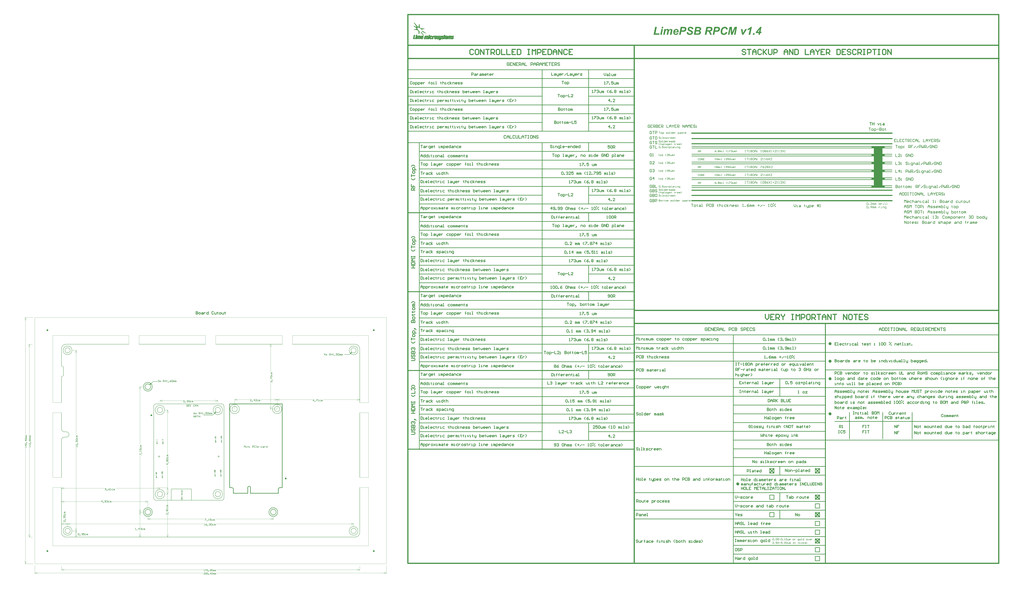
<source format=gm1>
G04*
G04 #@! TF.GenerationSoftware,Altium Limited,Altium Designer,19.1.6 (110)*
G04*
G04 Layer_Color=16711935*
%FSLAX44Y44*%
%MOMM*%
G71*
G01*
G75*
%ADD10C,0.2500*%
%ADD11C,0.2000*%
%ADD12C,0.3000*%
%ADD13C,0.1000*%
%ADD15C,0.4000*%
%ADD17C,0.2540*%
%ADD18C,0.1500*%
%ADD19C,0.0254*%
%ADD20C,0.0260*%
%ADD22C,0.3500*%
%ADD232C,0.7000*%
%ADD233C,0.6000*%
%ADD237C,0.5000*%
%ADD240C,1.0000*%
%ADD454C,0.1524*%
G36*
X4692750Y2219000D02*
X4679500D01*
Y2183750D01*
X4692750D01*
Y2174000D01*
X4679500D01*
Y2138750D01*
X4692750D01*
Y2129000D01*
X4679500D01*
Y2093750D01*
X4692750D01*
Y2084000D01*
X4679500D01*
Y2048750D01*
X4692750D01*
Y2039000D01*
X4679500D01*
Y2003750D01*
X4692750D01*
Y1994000D01*
X4617000D01*
Y2003750D01*
X4630250D01*
Y2039000D01*
X4617000D01*
Y2048750D01*
X4630250D01*
Y2084000D01*
X4617000D01*
Y2093750D01*
X4630250D01*
Y2129000D01*
X4617000D01*
Y2138750D01*
X4630250D01*
Y2174000D01*
X4617000D01*
Y2183750D01*
X4630250D01*
Y2219000D01*
X4617000D01*
Y2228750D01*
X4692750D01*
Y2219000D01*
D02*
G37*
G36*
X3887290Y2865250D02*
X3879724D01*
X3873250Y2897748D01*
X3881867D01*
X3884141Y2883533D01*
Y2883489D01*
X3884185Y2883270D01*
X3884229Y2883008D01*
X3884272Y2882614D01*
X3884360Y2882133D01*
X3884447Y2881608D01*
X3884535Y2881040D01*
X3884622Y2880428D01*
X3884841Y2879159D01*
X3885016Y2877891D01*
X3885103Y2877322D01*
X3885147Y2876797D01*
X3885235Y2876316D01*
X3885278Y2875922D01*
Y2875966D01*
X3885366Y2876053D01*
X3885453Y2876272D01*
X3885672Y2876578D01*
X3885803Y2876797D01*
X3885934Y2877103D01*
X3886109Y2877409D01*
X3886328Y2877759D01*
X3886547Y2878197D01*
X3886809Y2878678D01*
X3887115Y2879203D01*
X3887422Y2879815D01*
X3887465Y2879859D01*
X3887509Y2879946D01*
X3887596Y2880121D01*
X3887728Y2880384D01*
X3887859Y2880646D01*
X3888034Y2880952D01*
X3888428Y2881652D01*
X3888821Y2882352D01*
X3889171Y2883052D01*
X3889346Y2883358D01*
X3889477Y2883620D01*
X3889608Y2883839D01*
X3889696Y2884014D01*
X3897788Y2897748D01*
X3907279D01*
X3887290Y2865250D01*
D02*
G37*
G36*
X3984740Y2881871D02*
X3990208D01*
X3988633Y2874391D01*
X3983166D01*
X3981241Y2865250D01*
X3973018D01*
X3974899Y2874391D01*
X3957316D01*
X3958803Y2881740D01*
X3983035Y2910082D01*
X3990602D01*
X3984740Y2881871D01*
D02*
G37*
G36*
X3949618Y2865250D02*
X3940914Y2865250D01*
X3942708Y2873735D01*
X3951411Y2873735D01*
X3949618Y2865250D01*
D02*
G37*
G36*
X3925912Y2865250D02*
X3917076D01*
X3923550Y2896261D01*
X3923506D01*
X3923419Y2896173D01*
X3923287Y2896086D01*
X3923069Y2895955D01*
X3922806Y2895823D01*
X3922500Y2895648D01*
X3922150Y2895430D01*
X3921713Y2895211D01*
X3920794Y2894686D01*
X3919701Y2894161D01*
X3918520Y2893593D01*
X3917208Y2893024D01*
X3917164D01*
X3917033Y2892980D01*
X3916858Y2892893D01*
X3916595Y2892805D01*
X3916289Y2892674D01*
X3915939Y2892543D01*
X3915502Y2892368D01*
X3915064Y2892193D01*
X3914059Y2891887D01*
X3913009Y2891537D01*
X3911915Y2891231D01*
X3910822Y2890968D01*
X3912484Y2898798D01*
X3912528D01*
X3912615Y2898841D01*
X3912790Y2898929D01*
X3912965Y2899016D01*
X3913271Y2899148D01*
X3913577Y2899279D01*
X3913927Y2899454D01*
X3914365Y2899673D01*
X3915283Y2900154D01*
X3916377Y2900722D01*
X3917601Y2901378D01*
X3918914Y2902078D01*
X3920313Y2902909D01*
X3921757Y2903784D01*
X3923200Y2904746D01*
X3924643Y2905752D01*
X3926087Y2906846D01*
X3927486Y2907939D01*
X3928799Y2909120D01*
X3930023Y2910345D01*
X3935316D01*
X3925912Y2865250D01*
D02*
G37*
G36*
X3429411Y2901916D02*
X3420663D01*
X3422325Y2909832D01*
X3431073D01*
X3429411Y2901916D01*
D02*
G37*
G36*
X3586215Y2910576D02*
X3586783D01*
X3587439Y2910489D01*
X3588227Y2910445D01*
X3589058Y2910313D01*
X3589976Y2910139D01*
X3590938Y2909964D01*
X3591945Y2909701D01*
X3592950Y2909395D01*
X3594000Y2909045D01*
X3594962Y2908608D01*
X3595968Y2908127D01*
X3596887Y2907558D01*
X3597718Y2906902D01*
X3597762Y2906858D01*
X3597893Y2906727D01*
X3598112Y2906508D01*
X3598418Y2906246D01*
X3598724Y2905852D01*
X3599118Y2905415D01*
X3599511Y2904890D01*
X3599949Y2904278D01*
X3600386Y2903622D01*
X3600780Y2902878D01*
X3601173Y2902047D01*
X3601567Y2901172D01*
X3601873Y2900254D01*
X3602136Y2899248D01*
X3602354Y2898198D01*
X3602485Y2897061D01*
X3593650Y2896667D01*
Y2896711D01*
Y2896798D01*
X3593607Y2896973D01*
X3593563Y2897192D01*
X3593519Y2897454D01*
X3593432Y2897761D01*
X3593213Y2898460D01*
X3592907Y2899248D01*
X3592513Y2900079D01*
X3591988Y2900866D01*
X3591288Y2901566D01*
X3591201Y2901653D01*
X3591070Y2901741D01*
X3590938Y2901828D01*
X3590720Y2901960D01*
X3590457Y2902134D01*
X3590151Y2902266D01*
X3589801Y2902440D01*
X3589408Y2902615D01*
X3589014Y2902747D01*
X3588533Y2902922D01*
X3588008Y2903053D01*
X3587396Y2903140D01*
X3586783Y2903228D01*
X3586127Y2903315D01*
X3584815D01*
X3584465Y2903271D01*
X3584115Y2903228D01*
X3583284Y2903140D01*
X3582409Y2902965D01*
X3581491Y2902747D01*
X3580660Y2902397D01*
X3580310Y2902178D01*
X3579960Y2901960D01*
X3579872Y2901916D01*
X3579698Y2901697D01*
X3579435Y2901435D01*
X3579173Y2901041D01*
X3578867Y2900516D01*
X3578604Y2899948D01*
X3578429Y2899291D01*
X3578342Y2898548D01*
Y2898460D01*
X3578385Y2898242D01*
X3578429Y2897892D01*
X3578517Y2897411D01*
X3578692Y2896929D01*
X3578954Y2896405D01*
X3579348Y2895836D01*
X3579829Y2895355D01*
X3579916Y2895311D01*
X3580004Y2895224D01*
X3580135Y2895136D01*
X3580310Y2895005D01*
X3580573Y2894830D01*
X3580879Y2894655D01*
X3581228Y2894436D01*
X3581622Y2894218D01*
X3582103Y2893955D01*
X3582628Y2893649D01*
X3583240Y2893343D01*
X3583940Y2892993D01*
X3584684Y2892643D01*
X3585515Y2892249D01*
X3586433Y2891856D01*
X3586477D01*
X3586521Y2891812D01*
X3586783Y2891725D01*
X3587177Y2891550D01*
X3587658Y2891287D01*
X3588314Y2891025D01*
X3589014Y2890675D01*
X3589757Y2890325D01*
X3590589Y2889931D01*
X3592251Y2889056D01*
X3593082Y2888619D01*
X3593869Y2888182D01*
X3594612Y2887701D01*
X3595269Y2887263D01*
X3595837Y2886826D01*
X3596318Y2886432D01*
X3596362Y2886389D01*
X3596450Y2886301D01*
X3596624Y2886126D01*
X3596800Y2885864D01*
X3597062Y2885557D01*
X3597324Y2885208D01*
X3597587Y2884770D01*
X3597893Y2884289D01*
X3598199Y2883764D01*
X3598462Y2883152D01*
X3598724Y2882539D01*
X3598987Y2881840D01*
X3599161Y2881052D01*
X3599336Y2880265D01*
X3599424Y2879434D01*
X3599467Y2878559D01*
Y2878472D01*
Y2878297D01*
X3599424Y2877991D01*
X3599380Y2877553D01*
X3599336Y2877072D01*
X3599205Y2876460D01*
X3599074Y2875804D01*
X3598899Y2875104D01*
X3598636Y2874316D01*
X3598330Y2873485D01*
X3597937Y2872654D01*
X3597455Y2871823D01*
X3596931Y2870948D01*
X3596318Y2870117D01*
X3595575Y2869243D01*
X3594744Y2868456D01*
X3594700Y2868412D01*
X3594525Y2868281D01*
X3594263Y2868062D01*
X3593869Y2867799D01*
X3593388Y2867493D01*
X3592819Y2867143D01*
X3592163Y2866750D01*
X3591376Y2866356D01*
X3590501Y2865963D01*
X3589495Y2865569D01*
X3588445Y2865219D01*
X3587264Y2864913D01*
X3585996Y2864650D01*
X3584684Y2864431D01*
X3583240Y2864300D01*
X3581710Y2864257D01*
X3581141D01*
X3580747Y2864300D01*
X3580222D01*
X3579654Y2864344D01*
X3578998Y2864431D01*
X3578298Y2864519D01*
X3577511Y2864607D01*
X3576723Y2864738D01*
X3575061Y2865088D01*
X3573355Y2865569D01*
X3572524Y2865831D01*
X3571693Y2866181D01*
X3571650Y2866225D01*
X3571518Y2866269D01*
X3571300Y2866400D01*
X3570994Y2866531D01*
X3570644Y2866750D01*
X3570250Y2866968D01*
X3569375Y2867581D01*
X3568369Y2868324D01*
X3567363Y2869243D01*
X3566445Y2870336D01*
X3566051Y2870948D01*
X3565701Y2871561D01*
Y2871605D01*
X3565614Y2871736D01*
X3565526Y2871911D01*
X3565439Y2872173D01*
X3565308Y2872479D01*
X3565176Y2872873D01*
X3565002Y2873354D01*
X3564870Y2873835D01*
X3564695Y2874404D01*
X3564564Y2875016D01*
X3564433Y2875672D01*
X3564301Y2876372D01*
X3564170Y2877903D01*
X3564127Y2879521D01*
X3572918Y2880002D01*
Y2879959D01*
Y2879828D01*
X3572962Y2879609D01*
Y2879346D01*
X3573006Y2878997D01*
X3573049Y2878603D01*
X3573181Y2877728D01*
X3573355Y2876766D01*
X3573574Y2875847D01*
X3573924Y2874973D01*
X3574099Y2874622D01*
X3574318Y2874316D01*
X3574362Y2874273D01*
X3574405Y2874229D01*
X3574536Y2874098D01*
X3574711Y2873967D01*
X3574974Y2873792D01*
X3575236Y2873573D01*
X3575586Y2873354D01*
X3576024Y2873135D01*
X3576505Y2872917D01*
X3577029Y2872698D01*
X3577642Y2872523D01*
X3578342Y2872304D01*
X3579085Y2872173D01*
X3579916Y2872042D01*
X3580835Y2871998D01*
X3581797Y2871955D01*
X3582234D01*
X3582541Y2871998D01*
X3582891D01*
X3583328Y2872042D01*
X3583809Y2872086D01*
X3584290Y2872173D01*
X3585384Y2872348D01*
X3586433Y2872654D01*
X3587439Y2873048D01*
X3587921Y2873311D01*
X3588314Y2873573D01*
X3588358D01*
X3588401Y2873660D01*
X3588620Y2873879D01*
X3588970Y2874185D01*
X3589364Y2874666D01*
X3589714Y2875235D01*
X3590064Y2875891D01*
X3590282Y2876635D01*
X3590370Y2877028D01*
Y2877466D01*
Y2877509D01*
Y2877553D01*
X3590326Y2877816D01*
X3590282Y2878166D01*
X3590151Y2878647D01*
X3589976Y2879171D01*
X3589670Y2879740D01*
X3589276Y2880309D01*
X3588708Y2880834D01*
X3588664Y2880877D01*
X3588577Y2880921D01*
X3588445Y2881009D01*
X3588270Y2881140D01*
X3588052Y2881271D01*
X3587789Y2881446D01*
X3587483Y2881621D01*
X3587090Y2881840D01*
X3586608Y2882058D01*
X3586083Y2882365D01*
X3585515Y2882627D01*
X3584815Y2882977D01*
X3584071Y2883327D01*
X3583197Y2883720D01*
X3582278Y2884114D01*
X3582234Y2884158D01*
X3582060Y2884201D01*
X3581797Y2884333D01*
X3581447Y2884508D01*
X3581010Y2884683D01*
X3580485Y2884901D01*
X3579960Y2885164D01*
X3579391Y2885426D01*
X3578123Y2886039D01*
X3576855Y2886651D01*
X3575674Y2887307D01*
X3575149Y2887569D01*
X3574668Y2887875D01*
X3574624D01*
X3574580Y2887963D01*
X3574449Y2888051D01*
X3574274Y2888138D01*
X3573837Y2888488D01*
X3573312Y2888925D01*
X3572699Y2889494D01*
X3572087Y2890194D01*
X3571475Y2890937D01*
X3570906Y2891812D01*
Y2891856D01*
X3570862Y2891943D01*
X3570775Y2892074D01*
X3570687Y2892249D01*
X3570600Y2892468D01*
X3570469Y2892730D01*
X3570250Y2893430D01*
X3569987Y2894261D01*
X3569769Y2895224D01*
X3569594Y2896273D01*
X3569550Y2897454D01*
Y2897542D01*
Y2897717D01*
X3569594Y2898023D01*
Y2898417D01*
X3569681Y2898898D01*
X3569769Y2899466D01*
X3569900Y2900079D01*
X3570075Y2900779D01*
X3570294Y2901478D01*
X3570556Y2902266D01*
X3570862Y2903053D01*
X3571256Y2903840D01*
X3571737Y2904627D01*
X3572262Y2905371D01*
X3572918Y2906158D01*
X3573618Y2906858D01*
X3573661Y2906902D01*
X3573793Y2907033D01*
X3574055Y2907208D01*
X3574362Y2907427D01*
X3574799Y2907733D01*
X3575324Y2908039D01*
X3575936Y2908389D01*
X3576636Y2908739D01*
X3577423Y2909089D01*
X3578342Y2909439D01*
X3579304Y2909745D01*
X3580354Y2910051D01*
X3581491Y2910270D01*
X3582759Y2910445D01*
X3584071Y2910576D01*
X3585471Y2910620D01*
X3585821D01*
X3586215Y2910576D01*
D02*
G37*
G36*
X3781858Y2910576D02*
X3782383D01*
X3782996Y2910489D01*
X3783695Y2910401D01*
X3784483Y2910270D01*
X3785357Y2910139D01*
X3786276Y2909920D01*
X3787238Y2909658D01*
X3788200Y2909351D01*
X3789207Y2908958D01*
X3790169Y2908520D01*
X3791131Y2907995D01*
X3792050Y2907383D01*
X3792924Y2906683D01*
X3792968Y2906639D01*
X3793099Y2906508D01*
X3793362Y2906290D01*
X3793624Y2905983D01*
X3794018Y2905590D01*
X3794411Y2905109D01*
X3794849Y2904540D01*
X3795286Y2903884D01*
X3795767Y2903184D01*
X3796205Y2902397D01*
X3796642Y2901522D01*
X3797079Y2900560D01*
X3797473Y2899554D01*
X3797779Y2898460D01*
X3798085Y2897279D01*
X3798260Y2896055D01*
X3789425Y2895224D01*
Y2895267D01*
X3789381Y2895399D01*
X3789338Y2895617D01*
X3789294Y2895880D01*
X3789207Y2896186D01*
X3789075Y2896536D01*
X3788813Y2897411D01*
X3788419Y2898329D01*
X3787894Y2899248D01*
X3787326Y2900122D01*
X3786976Y2900516D01*
X3786582Y2900866D01*
X3786538D01*
X3786495Y2900953D01*
X3786364Y2901041D01*
X3786188Y2901129D01*
X3785970Y2901303D01*
X3785751Y2901435D01*
X3785095Y2901784D01*
X3784308Y2902091D01*
X3783345Y2902397D01*
X3782252Y2902572D01*
X3780984Y2902659D01*
X3780634D01*
X3780327Y2902615D01*
X3780021Y2902572D01*
X3779584Y2902528D01*
X3779146Y2902484D01*
X3778665Y2902353D01*
X3777572Y2902091D01*
X3776391Y2901653D01*
X3775735Y2901391D01*
X3775122Y2901085D01*
X3774467Y2900735D01*
X3773854Y2900298D01*
X3773810Y2900254D01*
X3773723Y2900210D01*
X3773548Y2900035D01*
X3773286Y2899860D01*
X3773023Y2899597D01*
X3772717Y2899291D01*
X3772323Y2898942D01*
X3771930Y2898504D01*
X3771536Y2898023D01*
X3771099Y2897498D01*
X3770661Y2896886D01*
X3770224Y2896230D01*
X3769786Y2895530D01*
X3769349Y2894742D01*
X3768955Y2893911D01*
X3768562Y2892993D01*
Y2892949D01*
X3768474Y2892774D01*
X3768387Y2892512D01*
X3768256Y2892162D01*
X3768124Y2891681D01*
X3767950Y2891156D01*
X3767774Y2890587D01*
X3767599Y2889931D01*
X3767381Y2889188D01*
X3767206Y2888400D01*
X3766900Y2886738D01*
X3766681Y2884989D01*
X3766637Y2884070D01*
X3766594Y2883152D01*
Y2883108D01*
Y2882933D01*
Y2882627D01*
X3766637Y2882277D01*
X3766681Y2881796D01*
X3766725Y2881271D01*
X3766812Y2880703D01*
X3766900Y2880090D01*
X3767206Y2878734D01*
X3767425Y2878034D01*
X3767687Y2877335D01*
X3767950Y2876678D01*
X3768299Y2875979D01*
X3768693Y2875366D01*
X3769130Y2874798D01*
X3769174Y2874754D01*
X3769261Y2874666D01*
X3769393Y2874535D01*
X3769612Y2874360D01*
X3769830Y2874098D01*
X3770136Y2873879D01*
X3770486Y2873617D01*
X3770923Y2873354D01*
X3771361Y2873048D01*
X3771842Y2872786D01*
X3772935Y2872348D01*
X3773548Y2872130D01*
X3774160Y2871998D01*
X3774860Y2871911D01*
X3775560Y2871867D01*
X3775910D01*
X3776172Y2871911D01*
X3776479Y2871955D01*
X3776872Y2871998D01*
X3777266Y2872042D01*
X3777747Y2872173D01*
X3778753Y2872436D01*
X3779846Y2872829D01*
X3780415Y2873092D01*
X3780984Y2873442D01*
X3781552Y2873792D01*
X3782121Y2874185D01*
X3782165Y2874229D01*
X3782252Y2874316D01*
X3782427Y2874448D01*
X3782602Y2874623D01*
X3782864Y2874841D01*
X3783127Y2875148D01*
X3783477Y2875497D01*
X3783783Y2875935D01*
X3784133Y2876372D01*
X3784526Y2876897D01*
X3784876Y2877466D01*
X3785270Y2878078D01*
X3785620Y2878734D01*
X3785970Y2879434D01*
X3786276Y2880221D01*
X3786582Y2881052D01*
X3795898Y2879609D01*
X3795855Y2879521D01*
X3795767Y2879259D01*
X3795592Y2878909D01*
X3795374Y2878384D01*
X3795111Y2877728D01*
X3794761Y2877028D01*
X3794324Y2876197D01*
X3793843Y2875366D01*
X3793274Y2874448D01*
X3792662Y2873485D01*
X3792006Y2872523D01*
X3791262Y2871605D01*
X3790475Y2870642D01*
X3789600Y2869724D01*
X3788682Y2868893D01*
X3787675Y2868105D01*
X3787632Y2868062D01*
X3787413Y2867931D01*
X3787107Y2867756D01*
X3786713Y2867493D01*
X3786188Y2867187D01*
X3785576Y2866881D01*
X3784876Y2866487D01*
X3784045Y2866137D01*
X3783170Y2865787D01*
X3782165Y2865438D01*
X3781158Y2865088D01*
X3780021Y2864781D01*
X3778840Y2864519D01*
X3777572Y2864344D01*
X3776303Y2864213D01*
X3774948Y2864169D01*
X3774598D01*
X3774160Y2864213D01*
X3773592Y2864257D01*
X3772892Y2864300D01*
X3772104Y2864431D01*
X3771230Y2864563D01*
X3770268Y2864781D01*
X3769261Y2865044D01*
X3768212Y2865394D01*
X3767118Y2865787D01*
X3766069Y2866269D01*
X3765019Y2866837D01*
X3763969Y2867493D01*
X3763007Y2868237D01*
X3762088Y2869112D01*
X3762045Y2869155D01*
X3761913Y2869330D01*
X3761651Y2869637D01*
X3761389Y2870030D01*
X3761039Y2870555D01*
X3760645Y2871167D01*
X3760208Y2871911D01*
X3759814Y2872786D01*
X3759377Y2873748D01*
X3758939Y2874798D01*
X3758546Y2875979D01*
X3758195Y2877291D01*
X3757933Y2878647D01*
X3757715Y2880178D01*
X3757540Y2881796D01*
X3757496Y2883502D01*
Y2883546D01*
Y2883589D01*
Y2883852D01*
Y2884245D01*
X3757540Y2884814D01*
X3757583Y2885470D01*
X3757671Y2886257D01*
X3757758Y2887132D01*
X3757889Y2888138D01*
X3758021Y2889188D01*
X3758239Y2890281D01*
X3758502Y2891462D01*
X3758808Y2892643D01*
X3759158Y2893868D01*
X3759551Y2895092D01*
X3760033Y2896317D01*
X3760558Y2897498D01*
X3760601Y2897585D01*
X3760689Y2897761D01*
X3760864Y2898110D01*
X3761126Y2898548D01*
X3761432Y2899073D01*
X3761826Y2899685D01*
X3762263Y2900341D01*
X3762788Y2901085D01*
X3763401Y2901872D01*
X3764013Y2902659D01*
X3764756Y2903447D01*
X3765500Y2904278D01*
X3766331Y2905065D01*
X3767206Y2905808D01*
X3768168Y2906552D01*
X3769174Y2907208D01*
X3769218Y2907252D01*
X3769437Y2907339D01*
X3769743Y2907514D01*
X3770136Y2907733D01*
X3770661Y2907995D01*
X3771273Y2908302D01*
X3771973Y2908608D01*
X3772761Y2908914D01*
X3773592Y2909220D01*
X3774510Y2909526D01*
X3775516Y2909832D01*
X3776566Y2910095D01*
X3777659Y2910314D01*
X3778797Y2910489D01*
X3779978Y2910576D01*
X3781158Y2910620D01*
X3781465D01*
X3781858Y2910576D01*
D02*
G37*
G36*
X3474856Y2898198D02*
X3475162D01*
X3475555Y2898154D01*
X3476430Y2897979D01*
X3477393Y2897717D01*
X3478398Y2897367D01*
X3479405Y2896842D01*
X3479842Y2896492D01*
X3480279Y2896142D01*
X3480323Y2896098D01*
X3480367Y2896055D01*
X3480498Y2895923D01*
X3480629Y2895749D01*
X3480804Y2895530D01*
X3480979Y2895311D01*
X3481373Y2894655D01*
X3481766Y2893868D01*
X3482116Y2892906D01*
X3482379Y2891812D01*
X3482422Y2891200D01*
X3482466Y2890587D01*
Y2890500D01*
Y2890281D01*
X3482422Y2890062D01*
Y2889844D01*
X3482379Y2889581D01*
X3482335Y2889231D01*
X3482291Y2888882D01*
X3482204Y2888444D01*
X3482160Y2887963D01*
X3482072Y2887438D01*
X3481942Y2886870D01*
X3481854Y2886257D01*
X3481723Y2885557D01*
X3481548Y2884814D01*
X3477305Y2865000D01*
X3468557D01*
X3472756Y2884814D01*
Y2884857D01*
X3472800Y2884989D01*
X3472844Y2885164D01*
X3472887Y2885382D01*
X3472931Y2885688D01*
X3473019Y2886039D01*
X3473150Y2886738D01*
X3473281Y2887482D01*
X3473412Y2888138D01*
X3473456Y2888444D01*
X3473500Y2888706D01*
X3473543Y2888882D01*
Y2889013D01*
Y2889056D01*
Y2889231D01*
X3473500Y2889494D01*
X3473456Y2889800D01*
X3473325Y2890150D01*
X3473194Y2890500D01*
X3472975Y2890850D01*
X3472712Y2891156D01*
X3472669Y2891200D01*
X3472581Y2891287D01*
X3472363Y2891418D01*
X3472100Y2891593D01*
X3471750Y2891725D01*
X3471357Y2891856D01*
X3470832Y2891943D01*
X3470263Y2891987D01*
X3469957D01*
X3469695Y2891943D01*
X3469432Y2891899D01*
X3469082Y2891812D01*
X3468295Y2891550D01*
X3467857Y2891375D01*
X3467376Y2891156D01*
X3466895Y2890850D01*
X3466414Y2890500D01*
X3465889Y2890106D01*
X3465408Y2889625D01*
X3464883Y2889100D01*
X3464402Y2888488D01*
Y2888444D01*
X3464315Y2888357D01*
X3464227Y2888225D01*
X3464096Y2888007D01*
X3463921Y2887744D01*
X3463746Y2887394D01*
X3463527Y2886957D01*
X3463265Y2886476D01*
X3463046Y2885907D01*
X3462784Y2885251D01*
X3462478Y2884551D01*
X3462215Y2883764D01*
X3461953Y2882845D01*
X3461690Y2881883D01*
X3461428Y2880834D01*
X3461165Y2879696D01*
X3458104Y2865000D01*
X3449356D01*
X3453424Y2884639D01*
Y2884683D01*
X3453467Y2884770D01*
X3453511Y2884945D01*
X3453555Y2885164D01*
X3453599Y2885470D01*
X3453642Y2885776D01*
X3453773Y2886432D01*
X3453905Y2887176D01*
X3454036Y2887919D01*
X3454080Y2888531D01*
X3454124Y2888794D01*
Y2889013D01*
Y2889056D01*
Y2889231D01*
X3454080Y2889494D01*
X3454036Y2889756D01*
X3453905Y2890106D01*
X3453773Y2890456D01*
X3453555Y2890806D01*
X3453249Y2891156D01*
X3453205Y2891200D01*
X3453074Y2891287D01*
X3452899Y2891418D01*
X3452636Y2891593D01*
X3452286Y2891725D01*
X3451849Y2891856D01*
X3451368Y2891943D01*
X3450843Y2891987D01*
X3450581D01*
X3450318Y2891943D01*
X3449925Y2891899D01*
X3449487Y2891768D01*
X3448962Y2891637D01*
X3448438Y2891418D01*
X3447869Y2891112D01*
X3447781Y2891068D01*
X3447607Y2890937D01*
X3447344Y2890762D01*
X3446950Y2890500D01*
X3446557Y2890150D01*
X3446119Y2889756D01*
X3445638Y2889275D01*
X3445201Y2888750D01*
X3445157Y2888663D01*
X3445026Y2888488D01*
X3444807Y2888138D01*
X3444545Y2887701D01*
X3444239Y2887176D01*
X3443889Y2886519D01*
X3443539Y2885732D01*
X3443232Y2884901D01*
Y2884857D01*
X3443145Y2884683D01*
X3443058Y2884333D01*
X3443014Y2884114D01*
X3442926Y2883852D01*
X3442839Y2883545D01*
X3442751Y2883195D01*
X3442664Y2882802D01*
X3442533Y2882321D01*
X3442445Y2881840D01*
X3442314Y2881227D01*
X3442139Y2880615D01*
X3442008Y2879915D01*
X3438902Y2865000D01*
X3430155D01*
X3436934Y2897498D01*
X3445157D01*
X3444370Y2893518D01*
X3444413Y2893561D01*
X3444588Y2893737D01*
X3444851Y2893955D01*
X3445201Y2894261D01*
X3445638Y2894611D01*
X3446207Y2895005D01*
X3446776Y2895442D01*
X3447475Y2895880D01*
X3448219Y2896317D01*
X3449006Y2896754D01*
X3449837Y2897148D01*
X3450712Y2897498D01*
X3451630Y2897804D01*
X3452592Y2898023D01*
X3453555Y2898198D01*
X3454561Y2898242D01*
X3454911D01*
X3455173Y2898198D01*
X3455479D01*
X3455829Y2898154D01*
X3456660Y2898067D01*
X3457535Y2897848D01*
X3458497Y2897585D01*
X3459416Y2897236D01*
X3460203Y2896711D01*
X3460247D01*
X3460291Y2896623D01*
X3460509Y2896448D01*
X3460859Y2896098D01*
X3461297Y2895617D01*
X3461734Y2895005D01*
X3462128Y2894261D01*
X3462521Y2893430D01*
X3462784Y2892468D01*
Y2892512D01*
X3462871Y2892599D01*
X3462959Y2892687D01*
X3463090Y2892862D01*
X3463484Y2893343D01*
X3464052Y2893911D01*
X3464708Y2894568D01*
X3465539Y2895224D01*
X3466545Y2895923D01*
X3467639Y2896580D01*
X3467682D01*
X3467770Y2896667D01*
X3467945Y2896754D01*
X3468207Y2896842D01*
X3468470Y2896973D01*
X3468820Y2897104D01*
X3469213Y2897236D01*
X3469651Y2897411D01*
X3470613Y2897717D01*
X3471750Y2897979D01*
X3472931Y2898154D01*
X3474200Y2898242D01*
X3474593D01*
X3474856Y2898198D01*
D02*
G37*
G36*
X3842349Y2865000D02*
X3833995D01*
X3841737Y2902178D01*
X3825116Y2865000D01*
X3816368D01*
X3814706Y2902440D01*
X3807621Y2865000D01*
X3799266D01*
X3808626Y2909832D01*
X3821792D01*
X3823192Y2878997D01*
X3837275Y2909832D01*
X3850485D01*
X3842349Y2865000D01*
D02*
G37*
G36*
X3741094Y2909789D02*
X3741575D01*
X3742100Y2909745D01*
X3742668Y2909701D01*
X3743893Y2909526D01*
X3745205Y2909351D01*
X3746430Y2909045D01*
X3747042Y2908870D01*
X3747567Y2908651D01*
X3747611D01*
X3747698Y2908608D01*
X3747830Y2908520D01*
X3748048Y2908433D01*
X3748573Y2908170D01*
X3749185Y2907733D01*
X3749929Y2907208D01*
X3750673Y2906552D01*
X3751416Y2905765D01*
X3752072Y2904846D01*
Y2904803D01*
X3752160Y2904715D01*
X3752247Y2904584D01*
X3752335Y2904365D01*
X3752466Y2904146D01*
X3752597Y2903840D01*
X3752728Y2903490D01*
X3752903Y2903097D01*
X3753210Y2902178D01*
X3753472Y2901085D01*
X3753647Y2899860D01*
X3753734Y2898548D01*
Y2898504D01*
Y2898417D01*
Y2898198D01*
Y2897979D01*
X3753690Y2897673D01*
X3753647Y2897323D01*
X3753603Y2896930D01*
X3753559Y2896448D01*
X3753384Y2895443D01*
X3753166Y2894349D01*
X3752816Y2893168D01*
X3752379Y2891943D01*
Y2891899D01*
X3752335Y2891812D01*
X3752247Y2891637D01*
X3752160Y2891418D01*
X3752029Y2891156D01*
X3751854Y2890850D01*
X3751504Y2890106D01*
X3751023Y2889275D01*
X3750454Y2888444D01*
X3749842Y2887613D01*
X3749142Y2886826D01*
X3749054Y2886738D01*
X3748835Y2886520D01*
X3748442Y2886170D01*
X3747917Y2885732D01*
X3747305Y2885251D01*
X3746605Y2884770D01*
X3745861Y2884333D01*
X3745030Y2883895D01*
X3744987D01*
X3744943Y2883852D01*
X3744812Y2883808D01*
X3744637Y2883720D01*
X3744418Y2883633D01*
X3744156Y2883546D01*
X3743849Y2883458D01*
X3743456Y2883327D01*
X3742625Y2883064D01*
X3741619Y2882845D01*
X3740438Y2882583D01*
X3739125Y2882365D01*
X3739038D01*
X3738907Y2882321D01*
X3738426D01*
X3738120Y2882277D01*
X3737726D01*
X3737289Y2882233D01*
X3736764Y2882190D01*
X3736195D01*
X3735495Y2882146D01*
X3733964D01*
X3733046Y2882102D01*
X3725085D01*
X3721499Y2865000D01*
X3712314D01*
X3721674Y2909832D01*
X3740700Y2909832D01*
X3741094Y2909789D01*
D02*
G37*
G36*
X3697836Y2909789D02*
X3698317D01*
X3698886Y2909745D01*
X3699498Y2909701D01*
X3700767Y2909570D01*
X3702079Y2909351D01*
X3703391Y2909089D01*
X3703959Y2908914D01*
X3704528Y2908739D01*
X3704572D01*
X3704659Y2908695D01*
X3704791Y2908608D01*
X3705009Y2908520D01*
X3705272Y2908433D01*
X3705534Y2908258D01*
X3706190Y2907864D01*
X3706934Y2907339D01*
X3707721Y2906683D01*
X3708465Y2905852D01*
X3709164Y2904890D01*
Y2904846D01*
X3709252Y2904759D01*
X3709339Y2904627D01*
X3709427Y2904409D01*
X3709602Y2904102D01*
X3709733Y2903796D01*
X3709908Y2903403D01*
X3710083Y2903009D01*
X3710214Y2902528D01*
X3710389Y2902003D01*
X3710695Y2900822D01*
X3710870Y2899510D01*
X3710958Y2898067D01*
Y2898023D01*
Y2897804D01*
Y2897498D01*
X3710914Y2897104D01*
X3710870Y2896623D01*
X3710783Y2896055D01*
X3710652Y2895442D01*
X3710520Y2894742D01*
X3710345Y2893999D01*
X3710127Y2893255D01*
X3709821Y2892468D01*
X3709514Y2891681D01*
X3709121Y2890894D01*
X3708640Y2890106D01*
X3708115Y2889319D01*
X3707502Y2888619D01*
X3707458Y2888575D01*
X3707327Y2888444D01*
X3707152Y2888269D01*
X3706846Y2888007D01*
X3706496Y2887744D01*
X3706059Y2887394D01*
X3705534Y2887044D01*
X3704922Y2886651D01*
X3704222Y2886257D01*
X3703478Y2885864D01*
X3702603Y2885470D01*
X3701685Y2885120D01*
X3700679Y2884770D01*
X3699586Y2884464D01*
X3698405Y2884245D01*
X3697136Y2884026D01*
X3697224Y2883939D01*
X3697442Y2883720D01*
X3697792Y2883370D01*
X3698230Y2882933D01*
X3698755Y2882321D01*
X3699279Y2881577D01*
X3699892Y2880746D01*
X3700461Y2879828D01*
X3700504Y2879784D01*
X3700592Y2879565D01*
X3700767Y2879303D01*
X3700985Y2878865D01*
X3701292Y2878340D01*
X3701642Y2877684D01*
X3702035Y2876897D01*
X3702473Y2876022D01*
X3702997Y2875016D01*
X3703522Y2873923D01*
X3704091Y2872698D01*
X3704703Y2871342D01*
X3705316Y2869943D01*
X3705971Y2868368D01*
X3706671Y2866750D01*
X3707371Y2865000D01*
X3697442D01*
Y2865044D01*
X3697399Y2865175D01*
X3697311Y2865394D01*
X3697180Y2865700D01*
X3697049Y2866137D01*
X3696874Y2866619D01*
X3696655Y2867187D01*
X3696393Y2867887D01*
X3696086Y2868674D01*
X3695780Y2869549D01*
X3695387Y2870511D01*
X3694949Y2871561D01*
X3694468Y2872742D01*
X3693943Y2874010D01*
X3693375Y2875366D01*
X3692762Y2876810D01*
Y2876853D01*
X3692675Y2876985D01*
X3692587Y2877203D01*
X3692412Y2877509D01*
X3692238Y2877859D01*
X3692063Y2878253D01*
X3691538Y2879171D01*
X3690925Y2880178D01*
X3690226Y2881140D01*
X3689875Y2881577D01*
X3689482Y2882014D01*
X3689088Y2882365D01*
X3688695Y2882671D01*
X3688651Y2882715D01*
X3688432Y2882802D01*
X3688126Y2882977D01*
X3687645Y2883152D01*
X3686989Y2883283D01*
X3686245Y2883458D01*
X3685283Y2883546D01*
X3684714Y2883589D01*
X3680384D01*
X3676492Y2865000D01*
X3667307D01*
X3676667Y2909832D01*
X3697399D01*
X3697836Y2909789D01*
D02*
G37*
G36*
X3631310D02*
X3631878D01*
X3633015Y2909745D01*
X3634196Y2909701D01*
X3634721Y2909658D01*
X3635246Y2909614D01*
X3635727Y2909570D01*
X3636121Y2909526D01*
X3636165D01*
X3636252Y2909482D01*
X3636427D01*
X3636689Y2909439D01*
X3636952Y2909395D01*
X3637302Y2909308D01*
X3638089Y2909133D01*
X3638964Y2908870D01*
X3639882Y2908520D01*
X3640844Y2908127D01*
X3641719Y2907646D01*
X3641763D01*
X3641807Y2907602D01*
X3641938Y2907514D01*
X3642113Y2907383D01*
X3642506Y2907077D01*
X3643031Y2906683D01*
X3643600Y2906158D01*
X3644169Y2905546D01*
X3644737Y2904803D01*
X3645218Y2903971D01*
Y2903928D01*
X3645262Y2903884D01*
X3645349Y2903753D01*
X3645393Y2903578D01*
X3645612Y2903097D01*
X3645831Y2902484D01*
X3646049Y2901741D01*
X3646268Y2900910D01*
X3646399Y2899948D01*
X3646443Y2898941D01*
Y2898898D01*
Y2898766D01*
Y2898592D01*
X3646399Y2898329D01*
Y2897979D01*
X3646356Y2897585D01*
X3646268Y2897192D01*
X3646181Y2896711D01*
X3645918Y2895705D01*
X3645568Y2894611D01*
X3645043Y2893518D01*
X3644693Y2892949D01*
X3644344Y2892424D01*
X3644300Y2892381D01*
X3644256Y2892293D01*
X3644125Y2892162D01*
X3643950Y2891987D01*
X3643731Y2891768D01*
X3643469Y2891506D01*
X3643163Y2891200D01*
X3642769Y2890894D01*
X3642375Y2890587D01*
X3641894Y2890237D01*
X3641369Y2889887D01*
X3640801Y2889538D01*
X3640145Y2889231D01*
X3639489Y2888882D01*
X3638745Y2888575D01*
X3637958Y2888313D01*
X3638001D01*
X3638089Y2888269D01*
X3638307Y2888225D01*
X3638526Y2888138D01*
X3638789Y2888007D01*
X3639138Y2887875D01*
X3639926Y2887526D01*
X3640757Y2887044D01*
X3641632Y2886476D01*
X3642506Y2885732D01*
X3643294Y2884901D01*
X3643337Y2884857D01*
X3643381Y2884814D01*
X3643469Y2884639D01*
X3643600Y2884464D01*
X3643731Y2884245D01*
X3643906Y2883983D01*
X3644300Y2883327D01*
X3644650Y2882496D01*
X3644956Y2881577D01*
X3645175Y2880571D01*
X3645262Y2880002D01*
Y2879434D01*
Y2879390D01*
Y2879259D01*
Y2879040D01*
X3645218Y2878734D01*
X3645175Y2878384D01*
X3645131Y2877991D01*
X3645087Y2877509D01*
X3644956Y2876985D01*
X3644693Y2875804D01*
X3644300Y2874492D01*
X3644037Y2873835D01*
X3643731Y2873136D01*
X3643337Y2872480D01*
X3642944Y2871780D01*
X3642900Y2871736D01*
X3642856Y2871605D01*
X3642725Y2871430D01*
X3642506Y2871211D01*
X3642288Y2870905D01*
X3641982Y2870555D01*
X3641675Y2870161D01*
X3641282Y2869768D01*
X3640844Y2869330D01*
X3640363Y2868936D01*
X3639838Y2868499D01*
X3639314Y2868062D01*
X3638045Y2867231D01*
X3637345Y2866881D01*
X3636602Y2866575D01*
X3636558D01*
X3636427Y2866487D01*
X3636165Y2866443D01*
X3635858Y2866312D01*
X3635464Y2866225D01*
X3634940Y2866094D01*
X3634371Y2865919D01*
X3633715Y2865787D01*
X3632971Y2865656D01*
X3632141Y2865481D01*
X3631222Y2865350D01*
X3630216Y2865262D01*
X3629166Y2865132D01*
X3628029Y2865088D01*
X3626804Y2865000D01*
X3604410D01*
X3613770Y2909832D01*
X3630828D01*
X3631310Y2909789D01*
D02*
G37*
G36*
X3549693Y2909789D02*
X3550174D01*
X3550699Y2909745D01*
X3551267Y2909701D01*
X3552492Y2909526D01*
X3553804Y2909351D01*
X3555029Y2909045D01*
X3555641Y2908870D01*
X3556166Y2908651D01*
X3556210D01*
X3556297Y2908608D01*
X3556429Y2908520D01*
X3556647Y2908433D01*
X3557172Y2908170D01*
X3557784Y2907733D01*
X3558528Y2907208D01*
X3559272Y2906552D01*
X3560015Y2905765D01*
X3560671Y2904846D01*
Y2904803D01*
X3560759Y2904715D01*
X3560846Y2904584D01*
X3560934Y2904365D01*
X3561065Y2904146D01*
X3561196Y2903840D01*
X3561327Y2903490D01*
X3561502Y2903097D01*
X3561808Y2902178D01*
X3562071Y2901085D01*
X3562246Y2899860D01*
X3562333Y2898548D01*
Y2898504D01*
Y2898417D01*
Y2898198D01*
Y2897979D01*
X3562289Y2897673D01*
X3562246Y2897323D01*
X3562202Y2896929D01*
X3562158Y2896448D01*
X3561983Y2895442D01*
X3561765Y2894349D01*
X3561415Y2893168D01*
X3560977Y2891943D01*
Y2891899D01*
X3560934Y2891812D01*
X3560846Y2891637D01*
X3560759Y2891418D01*
X3560627Y2891156D01*
X3560453Y2890850D01*
X3560103Y2890106D01*
X3559622Y2889275D01*
X3559053Y2888444D01*
X3558441Y2887613D01*
X3557741Y2886826D01*
X3557653Y2886738D01*
X3557434Y2886519D01*
X3557041Y2886170D01*
X3556516Y2885732D01*
X3555904Y2885251D01*
X3555204Y2884770D01*
X3554460Y2884333D01*
X3553629Y2883895D01*
X3553586D01*
X3553542Y2883852D01*
X3553411Y2883808D01*
X3553235Y2883720D01*
X3553017Y2883633D01*
X3552755Y2883546D01*
X3552448Y2883458D01*
X3552055Y2883327D01*
X3551223Y2883064D01*
X3550218Y2882845D01*
X3549037Y2882583D01*
X3547725Y2882365D01*
X3547637D01*
X3547506Y2882321D01*
X3547025D01*
X3546718Y2882277D01*
X3546325D01*
X3545887Y2882233D01*
X3545363Y2882190D01*
X3544794D01*
X3544094Y2882146D01*
X3542563D01*
X3541645Y2882102D01*
X3533684D01*
X3530098Y2865000D01*
X3520912D01*
X3530273Y2909832D01*
X3549299D01*
X3549693Y2909789D01*
D02*
G37*
G36*
X3421713Y2865000D02*
X3412965D01*
X3419745Y2897498D01*
X3428493D01*
X3421713Y2865000D01*
D02*
G37*
G36*
X3385760Y2872479D02*
X3408635D01*
X3407061Y2865000D01*
X3375000D01*
X3384360Y2909832D01*
X3393545D01*
X3385760Y2872479D01*
D02*
G37*
G36*
X3505823Y2898198D02*
X3506260D01*
X3506741Y2898110D01*
X3507354Y2898067D01*
X3507966Y2897935D01*
X3508709Y2897761D01*
X3509453Y2897585D01*
X3510197Y2897323D01*
X3510984Y2897017D01*
X3511771Y2896667D01*
X3512559Y2896230D01*
X3513346Y2895749D01*
X3514046Y2895180D01*
X3514745Y2894524D01*
X3514789Y2894480D01*
X3514920Y2894349D01*
X3515096Y2894130D01*
X3515314Y2893868D01*
X3515576Y2893474D01*
X3515883Y2892993D01*
X3516189Y2892468D01*
X3516539Y2891856D01*
X3516845Y2891156D01*
X3517151Y2890412D01*
X3517457Y2889538D01*
X3517720Y2888619D01*
X3517982Y2887613D01*
X3518157Y2886563D01*
X3518245Y2885426D01*
X3518288Y2884201D01*
Y2884158D01*
Y2884070D01*
Y2883895D01*
Y2883676D01*
Y2883414D01*
X3518245Y2883064D01*
X3518201Y2882321D01*
X3518157Y2881446D01*
X3518026Y2880484D01*
X3517895Y2879478D01*
X3517676Y2878515D01*
X3495675D01*
Y2878428D01*
Y2878209D01*
X3495632Y2877947D01*
Y2877684D01*
Y2877641D01*
Y2877553D01*
Y2877378D01*
X3495675Y2877159D01*
Y2876853D01*
X3495719Y2876547D01*
X3495850Y2875804D01*
X3496069Y2874973D01*
X3496419Y2874142D01*
X3496856Y2873267D01*
X3497469Y2872479D01*
X3497513D01*
X3497556Y2872392D01*
X3497819Y2872173D01*
X3498212Y2871867D01*
X3498737Y2871517D01*
X3499393Y2871123D01*
X3500180Y2870817D01*
X3501011Y2870599D01*
X3501493Y2870555D01*
X3501974Y2870511D01*
X3502149D01*
X3502411Y2870555D01*
X3502717Y2870599D01*
X3503067Y2870642D01*
X3503505Y2870730D01*
X3503986Y2870905D01*
X3504510Y2871080D01*
X3505035Y2871299D01*
X3505604Y2871605D01*
X3506173Y2871998D01*
X3506741Y2872392D01*
X3507310Y2872917D01*
X3507835Y2873529D01*
X3508360Y2874229D01*
X3508841Y2875016D01*
X3516714Y2873704D01*
X3516670Y2873660D01*
X3516626Y2873485D01*
X3516495Y2873267D01*
X3516276Y2872917D01*
X3516058Y2872523D01*
X3515795Y2872086D01*
X3515445Y2871605D01*
X3515096Y2871036D01*
X3514658Y2870468D01*
X3514177Y2869899D01*
X3513127Y2868718D01*
X3511902Y2867581D01*
X3511246Y2867100D01*
X3510547Y2866618D01*
X3510503Y2866575D01*
X3510372Y2866531D01*
X3510153Y2866400D01*
X3509890Y2866269D01*
X3509497Y2866094D01*
X3509059Y2865875D01*
X3508578Y2865656D01*
X3508010Y2865438D01*
X3507397Y2865219D01*
X3506741Y2865000D01*
X3506042Y2864825D01*
X3505298Y2864607D01*
X3503680Y2864344D01*
X3502805Y2864300D01*
X3501930Y2864257D01*
X3501624D01*
X3501318Y2864300D01*
X3500836Y2864344D01*
X3500268Y2864388D01*
X3499655Y2864475D01*
X3498912Y2864607D01*
X3498125Y2864781D01*
X3497294Y2865000D01*
X3496463Y2865262D01*
X3495544Y2865612D01*
X3494669Y2866006D01*
X3493751Y2866443D01*
X3492920Y2867012D01*
X3492045Y2867625D01*
X3491258Y2868368D01*
X3491214Y2868412D01*
X3491083Y2868543D01*
X3490864Y2868806D01*
X3490645Y2869112D01*
X3490295Y2869549D01*
X3489989Y2870030D01*
X3489596Y2870642D01*
X3489246Y2871299D01*
X3488852Y2872042D01*
X3488459Y2872873D01*
X3488152Y2873792D01*
X3487846Y2874754D01*
X3487584Y2875804D01*
X3487365Y2876897D01*
X3487234Y2878122D01*
X3487190Y2879346D01*
Y2879434D01*
Y2879653D01*
X3487234Y2880002D01*
Y2880484D01*
X3487321Y2881052D01*
X3487365Y2881708D01*
X3487496Y2882496D01*
X3487671Y2883327D01*
X3487846Y2884201D01*
X3488109Y2885164D01*
X3488371Y2886126D01*
X3488721Y2887132D01*
X3489158Y2888182D01*
X3489639Y2889188D01*
X3490208Y2890194D01*
X3490864Y2891200D01*
X3490908Y2891287D01*
X3491083Y2891506D01*
X3491389Y2891856D01*
X3491783Y2892293D01*
X3492307Y2892818D01*
X3492964Y2893430D01*
X3493707Y2894086D01*
X3494538Y2894742D01*
X3495500Y2895399D01*
X3496594Y2896011D01*
X3497775Y2896623D01*
X3499043Y2897148D01*
X3500443Y2897585D01*
X3501930Y2897935D01*
X3503548Y2898154D01*
X3505254Y2898242D01*
X3505517D01*
X3505823Y2898198D01*
D02*
G37*
%LPC*%
G36*
X3979360Y2895823D02*
X3967595Y2881871D01*
X3976474D01*
X3979360Y2895823D01*
D02*
G37*
G36*
X3737463Y2902440D02*
X3729328D01*
X3726616Y2889538D01*
X3730640D01*
X3731209Y2889581D01*
X3731909D01*
X3732652Y2889625D01*
X3733440Y2889669D01*
X3735058Y2889756D01*
X3736676Y2889887D01*
X3737420Y2890019D01*
X3738076Y2890106D01*
X3738688Y2890281D01*
X3739213Y2890412D01*
X3739257D01*
X3739344Y2890456D01*
X3739432Y2890500D01*
X3739607Y2890587D01*
X3740044Y2890806D01*
X3740612Y2891112D01*
X3741225Y2891550D01*
X3741881Y2892031D01*
X3742493Y2892643D01*
X3743062Y2893343D01*
Y2893387D01*
X3743106Y2893430D01*
X3743281Y2893693D01*
X3743499Y2894130D01*
X3743806Y2894655D01*
X3744068Y2895311D01*
X3744287Y2896055D01*
X3744462Y2896930D01*
X3744505Y2897804D01*
Y2897892D01*
Y2898067D01*
X3744462Y2898373D01*
X3744418Y2898723D01*
X3744330Y2899160D01*
X3744199Y2899597D01*
X3744024Y2900035D01*
X3743762Y2900428D01*
X3743718Y2900472D01*
X3743631Y2900604D01*
X3743456Y2900779D01*
X3743237Y2900997D01*
X3742975Y2901259D01*
X3742625Y2901522D01*
X3742231Y2901741D01*
X3741750Y2901960D01*
X3741706Y2902003D01*
X3741487Y2902047D01*
X3741313Y2902091D01*
X3741094Y2902134D01*
X3740831Y2902178D01*
X3740525Y2902222D01*
X3740175Y2902266D01*
X3739738Y2902309D01*
X3739301D01*
X3738732Y2902353D01*
X3738163Y2902397D01*
X3737463Y2902440D01*
D02*
G37*
G36*
X3695212Y2902353D02*
X3684277D01*
X3681784Y2890325D01*
X3687863D01*
X3688476Y2890369D01*
X3689176D01*
X3689919Y2890412D01*
X3690707Y2890456D01*
X3692369Y2890544D01*
X3693156Y2890631D01*
X3693987Y2890675D01*
X3694731Y2890806D01*
X3695431Y2890894D01*
X3695999Y2891068D01*
X3696524Y2891200D01*
X3696568D01*
X3696655Y2891243D01*
X3696743Y2891287D01*
X3696918Y2891375D01*
X3697355Y2891593D01*
X3697924Y2891856D01*
X3698536Y2892249D01*
X3699192Y2892730D01*
X3699804Y2893299D01*
X3700373Y2893955D01*
Y2893999D01*
X3700417Y2894043D01*
X3700592Y2894305D01*
X3700810Y2894655D01*
X3701073Y2895180D01*
X3701335Y2895792D01*
X3701554Y2896448D01*
X3701729Y2897192D01*
X3701772Y2897935D01*
Y2897979D01*
Y2898023D01*
Y2898154D01*
X3701729Y2898329D01*
X3701685Y2898766D01*
X3701510Y2899335D01*
X3701292Y2899904D01*
X3700941Y2900516D01*
X3700417Y2901085D01*
X3700110Y2901347D01*
X3699761Y2901609D01*
X3699717Y2901653D01*
X3699498Y2901741D01*
X3699148Y2901828D01*
X3698930Y2901916D01*
X3698623Y2902003D01*
X3698317Y2902047D01*
X3697924Y2902134D01*
X3697486Y2902178D01*
X3697005Y2902222D01*
X3696480Y2902266D01*
X3695868Y2902309D01*
X3695212Y2902353D01*
D02*
G37*
G36*
X3630522D02*
X3621381D01*
X3619194Y2891725D01*
X3627460D01*
X3627898Y2891768D01*
X3628379D01*
X3628947Y2891812D01*
X3630041Y2891899D01*
X3631178Y2891987D01*
X3632272Y2892162D01*
X3632709Y2892249D01*
X3633146Y2892381D01*
X3633190D01*
X3633234Y2892424D01*
X3633496Y2892512D01*
X3633846Y2892687D01*
X3634327Y2892906D01*
X3634852Y2893212D01*
X3635377Y2893562D01*
X3635858Y2894043D01*
X3636295Y2894568D01*
X3636339Y2894655D01*
X3636471Y2894830D01*
X3636646Y2895136D01*
X3636820Y2895574D01*
X3636996Y2896055D01*
X3637170Y2896580D01*
X3637302Y2897192D01*
X3637345Y2897848D01*
Y2897935D01*
Y2898154D01*
X3637302Y2898460D01*
X3637214Y2898854D01*
X3637083Y2899291D01*
X3636908Y2899729D01*
X3636689Y2900210D01*
X3636339Y2900647D01*
X3636295Y2900691D01*
X3636165Y2900822D01*
X3635946Y2901041D01*
X3635596Y2901259D01*
X3635202Y2901522D01*
X3634721Y2901741D01*
X3634196Y2901960D01*
X3633540Y2902134D01*
X3633496D01*
X3633322Y2902178D01*
X3633015Y2902222D01*
X3632797D01*
X3632534Y2902266D01*
X3631878D01*
X3631484Y2902309D01*
X3631003D01*
X3630522Y2902353D01*
D02*
G37*
G36*
X3629297Y2883939D02*
X3617532D01*
X3615082Y2872217D01*
X3624967D01*
X3625405Y2872261D01*
X3626498D01*
X3627110Y2872304D01*
X3628335Y2872392D01*
X3629604Y2872523D01*
X3630172Y2872611D01*
X3630697Y2872698D01*
X3631178Y2872786D01*
X3631572Y2872917D01*
X3631616D01*
X3631659Y2872961D01*
X3631878Y2873048D01*
X3632228Y2873223D01*
X3632665Y2873485D01*
X3633146Y2873792D01*
X3633671Y2874229D01*
X3634196Y2874710D01*
X3634633Y2875279D01*
X3634677Y2875366D01*
X3634808Y2875585D01*
X3635027Y2875891D01*
X3635246Y2876328D01*
X3635421Y2876853D01*
X3635640Y2877466D01*
X3635771Y2878122D01*
X3635815Y2878778D01*
Y2878822D01*
Y2878865D01*
X3635771Y2879171D01*
X3635727Y2879565D01*
X3635596Y2880090D01*
X3635421Y2880659D01*
X3635115Y2881271D01*
X3634721Y2881883D01*
X3634153Y2882452D01*
X3634065Y2882496D01*
X3633846Y2882671D01*
X3633671Y2882802D01*
X3633409Y2882933D01*
X3633146Y2883064D01*
X3632840Y2883195D01*
X3632490Y2883327D01*
X3632053Y2883458D01*
X3631616Y2883589D01*
X3631091Y2883720D01*
X3630566Y2883808D01*
X3629954Y2883895D01*
X3629297Y2883939D01*
D02*
G37*
G36*
X3546063Y2902440D02*
X3537927D01*
X3535215Y2889538D01*
X3539239D01*
X3539808Y2889581D01*
X3540508D01*
X3541251Y2889625D01*
X3542039Y2889669D01*
X3543657Y2889756D01*
X3545275Y2889887D01*
X3546019Y2890019D01*
X3546675Y2890106D01*
X3547287Y2890281D01*
X3547812Y2890412D01*
X3547856D01*
X3547943Y2890456D01*
X3548031Y2890500D01*
X3548206Y2890587D01*
X3548643Y2890806D01*
X3549212Y2891112D01*
X3549824Y2891550D01*
X3550480Y2892031D01*
X3551093Y2892643D01*
X3551661Y2893343D01*
Y2893387D01*
X3551705Y2893430D01*
X3551880Y2893693D01*
X3552098Y2894130D01*
X3552404Y2894655D01*
X3552667Y2895311D01*
X3552886Y2896055D01*
X3553061Y2896929D01*
X3553104Y2897804D01*
Y2897892D01*
Y2898067D01*
X3553061Y2898373D01*
X3553017Y2898723D01*
X3552929Y2899160D01*
X3552798Y2899597D01*
X3552623Y2900035D01*
X3552361Y2900428D01*
X3552317Y2900472D01*
X3552230Y2900604D01*
X3552055Y2900779D01*
X3551836Y2900997D01*
X3551573Y2901259D01*
X3551223Y2901522D01*
X3550830Y2901741D01*
X3550349Y2901960D01*
X3550305Y2902003D01*
X3550086Y2902047D01*
X3549911Y2902090D01*
X3549693Y2902134D01*
X3549430Y2902178D01*
X3549124Y2902222D01*
X3548774Y2902266D01*
X3548337Y2902309D01*
X3547899D01*
X3547331Y2902353D01*
X3546762Y2902397D01*
X3546063Y2902440D01*
D02*
G37*
G36*
X3504336Y2891987D02*
X3504073D01*
X3503898Y2891943D01*
X3503636D01*
X3503373Y2891899D01*
X3502717Y2891725D01*
X3501930Y2891462D01*
X3501143Y2891112D01*
X3500268Y2890587D01*
X3499874Y2890237D01*
X3499437Y2889887D01*
X3499393Y2889844D01*
X3499349Y2889800D01*
X3499218Y2889669D01*
X3499087Y2889494D01*
X3498912Y2889275D01*
X3498737Y2889013D01*
X3498518Y2888706D01*
X3498256Y2888357D01*
X3498037Y2887963D01*
X3497775Y2887526D01*
X3497556Y2887001D01*
X3497337Y2886476D01*
X3497075Y2885907D01*
X3496900Y2885251D01*
X3496725Y2884595D01*
X3496550Y2883852D01*
X3510284D01*
Y2883895D01*
Y2883939D01*
Y2884158D01*
Y2884464D01*
Y2884726D01*
Y2884770D01*
Y2884901D01*
Y2885076D01*
X3510240Y2885339D01*
Y2885645D01*
X3510197Y2885951D01*
X3510065Y2886782D01*
X3509890Y2887657D01*
X3509584Y2888531D01*
X3509191Y2889406D01*
X3508666Y2890150D01*
X3508578Y2890237D01*
X3508360Y2890456D01*
X3508010Y2890718D01*
X3507529Y2891068D01*
X3506916Y2891418D01*
X3506173Y2891681D01*
X3505298Y2891899D01*
X3504336Y2891987D01*
D02*
G37*
%LPD*%
D10*
X1223500Y142500D02*
G03*
X1223500Y142500I-16000J0D01*
G01*
X1232500D02*
G03*
X1232500Y142500I-25000J0D01*
G01*
X508500Y857500D02*
G03*
X508500Y857500I-16000J0D01*
G01*
X517500D02*
G03*
X517500Y857500I-25000J0D01*
G01*
Y142500D02*
G03*
X517500Y142500I-25000J0D01*
G01*
X508500D02*
G03*
X508500Y142500I-16000J0D01*
G01*
D11*
X1244250Y730500D02*
G03*
X1244250Y730500I-15000J0D01*
G01*
X1255750D02*
G03*
X1255750Y730500I-26500J0D01*
G01*
X1002250D02*
G03*
X1002250Y730500I-15000J0D01*
G01*
X1013750D02*
G03*
X1013750Y730500I-26500J0D01*
G01*
X906250Y724750D02*
G03*
X906250Y724750I-15000J0D01*
G01*
X917750D02*
G03*
X917750Y724750I-26500J0D01*
G01*
X906250Y244750D02*
G03*
X906250Y244750I-15000J0D01*
G01*
X917750D02*
G03*
X917750Y244750I-26500J0D01*
G01*
X576250Y244750D02*
G03*
X576250Y244750I-15000J0D01*
G01*
X587750D02*
G03*
X587750Y244750I-26500J0D01*
G01*
X906250Y724750D02*
G03*
X906250Y724750I-15000J0D01*
G01*
X917750D02*
G03*
X917750Y724750I-26500J0D01*
G01*
X587750Y724750D02*
G03*
X587750Y724750I-26500J0D01*
G01*
X1690000Y35000D02*
G03*
X1690000Y35000I-25000J0D01*
G01*
X1680000D02*
G03*
X1680000Y35000I-15000J0D01*
G01*
X1690000Y1065000D02*
G03*
X1690000Y1065000I-25000J0D01*
G01*
X1680000D02*
G03*
X1680000Y1065000I-15000J0D01*
G01*
X60000D02*
G03*
X60000Y1065000I-25000J0D01*
G01*
X50000D02*
G03*
X50000Y1065000I-15000J0D01*
G01*
Y35000D02*
G03*
X50000Y35000I-15000J0D01*
G01*
X60000D02*
G03*
X60000Y35000I-25000J0D01*
G01*
X576250Y724750D02*
G03*
X576250Y724750I-15000J0D01*
G01*
X4589250Y1905522D02*
X4591249Y1907522D01*
X4595248D01*
X4597247Y1905522D01*
Y1897525D01*
X4595248Y1895525D01*
X4591249D01*
X4589250Y1897525D01*
Y1905522D01*
X4601246Y1895525D02*
Y1897525D01*
X4603246D01*
Y1895525D01*
X4601246D01*
X4619240D02*
X4611243D01*
X4619240Y1903523D01*
Y1905522D01*
X4617241Y1907522D01*
X4613242D01*
X4611243Y1905522D01*
X4623239Y1895525D02*
Y1903523D01*
X4625238D01*
X4627238Y1901523D01*
Y1895525D01*
Y1901523D01*
X4629237Y1903523D01*
X4631236Y1901523D01*
Y1895525D01*
X4635235D02*
Y1903523D01*
X4637234D01*
X4639234Y1901523D01*
Y1895525D01*
Y1901523D01*
X4641233Y1903523D01*
X4643232Y1901523D01*
Y1895525D01*
X4667225Y1907522D02*
Y1895525D01*
X4661227D01*
X4659227Y1897525D01*
Y1901523D01*
X4661227Y1903523D01*
X4667225D01*
X4671223D02*
Y1895525D01*
Y1899524D01*
X4673223Y1901523D01*
X4675222Y1903523D01*
X4677221D01*
X4683220Y1895525D02*
X4687218D01*
X4685219D01*
Y1903523D01*
X4683220D01*
X4693216Y1895525D02*
X4697215D01*
X4695216D01*
Y1907522D01*
X4693216D01*
X4703213Y1895525D02*
X4707212D01*
X4705212D01*
Y1907522D01*
X4703213D01*
X4589250Y1886327D02*
X4591249Y1888326D01*
X4595248D01*
X4597247Y1886327D01*
Y1878329D01*
X4595248Y1876330D01*
X4591249D01*
X4589250Y1878329D01*
Y1886327D01*
X4601246Y1876330D02*
Y1878329D01*
X4603246D01*
Y1876330D01*
X4601246D01*
X4617241D02*
Y1888326D01*
X4611243Y1882328D01*
X4619240D01*
X4623239Y1876330D02*
Y1884327D01*
X4625238D01*
X4627238Y1882328D01*
Y1876330D01*
Y1882328D01*
X4629237Y1884327D01*
X4631236Y1882328D01*
Y1876330D01*
X4635235D02*
Y1884327D01*
X4637234D01*
X4639234Y1882328D01*
Y1876330D01*
Y1882328D01*
X4641233Y1884327D01*
X4643232Y1882328D01*
Y1876330D01*
X4659227Y1884327D02*
Y1876330D01*
Y1880329D01*
X4661227Y1882328D01*
X4663226Y1884327D01*
X4665226D01*
X4671223Y1876330D02*
X4675222D01*
X4673223D01*
Y1884327D01*
X4671223D01*
X4681220Y1876330D02*
Y1884327D01*
X4687218D01*
X4689218Y1882328D01*
Y1876330D01*
X4697215Y1872331D02*
X4699214D01*
X4701214Y1874331D01*
Y1884327D01*
X4695216D01*
X4693216Y1882328D01*
Y1878329D01*
X4695216Y1876330D01*
X4701214D01*
X3896100Y2029123D02*
X3900099D01*
X3898099D01*
Y2017127D01*
X3896100D01*
X3900099D01*
X3906097Y2029123D02*
X3914094D01*
X3910096D01*
Y2017127D01*
X3918093D02*
X3922091D01*
X3920092D01*
Y2029123D01*
X3918093Y2027124D01*
X3928090D02*
X3930089Y2029123D01*
X3934088D01*
X3936087Y2027124D01*
Y2025124D01*
X3934088Y2023125D01*
X3936087Y2021126D01*
Y2019126D01*
X3934088Y2017127D01*
X3930089D01*
X3928090Y2019126D01*
Y2021126D01*
X3930089Y2023125D01*
X3928090Y2025124D01*
Y2027124D01*
X3930089Y2023125D02*
X3934088D01*
X3940086Y2027124D02*
X3942085Y2029123D01*
X3946084D01*
X3948083Y2027124D01*
Y2019126D01*
X3946084Y2017127D01*
X3942085D01*
X3940086Y2019126D01*
Y2027124D01*
X3952082Y2017127D02*
Y2025124D01*
X3956081Y2029123D01*
X3960079Y2025124D01*
Y2017127D01*
Y2023125D01*
X3952082D01*
X3964078Y2025124D02*
X3966077D01*
Y2023125D01*
X3964078D01*
Y2025124D01*
Y2019126D02*
X3966077D01*
Y2017127D01*
X3964078D01*
Y2019126D01*
X3986071Y2017127D02*
X3990070D01*
X3988070D01*
Y2029123D01*
X3986071Y2027124D01*
X3996068D02*
X3998067Y2029123D01*
X4002066D01*
X4004065Y2027124D01*
Y2019126D01*
X4002066Y2017127D01*
X3998067D01*
X3996068Y2019126D01*
Y2027124D01*
X4008064D02*
X4010063Y2029123D01*
X4014062D01*
X4016061Y2027124D01*
Y2025124D01*
X4014062Y2023125D01*
X4016061Y2021126D01*
Y2019126D01*
X4014062Y2017127D01*
X4010063D01*
X4008064Y2019126D01*
Y2021126D01*
X4010063Y2023125D01*
X4008064Y2025124D01*
Y2027124D01*
X4010063Y2023125D02*
X4014062D01*
X4028057Y2029123D02*
X4024059Y2027124D01*
X4020060Y2023125D01*
Y2019126D01*
X4022059Y2017127D01*
X4026058D01*
X4028057Y2019126D01*
Y2021126D01*
X4026058Y2023125D01*
X4020060D01*
X4032056Y2029123D02*
X4040053Y2017127D01*
Y2029123D02*
X4032056Y2017127D01*
X4044052D02*
X4048051D01*
X4046052D01*
Y2029123D01*
X4044052Y2027124D01*
X4054049Y2023125D02*
X4062046D01*
X4058047Y2027124D02*
Y2019126D01*
X4074042Y2017127D02*
X4066045D01*
X4074042Y2025124D01*
Y2027124D01*
X4072043Y2029123D01*
X4068044D01*
X4066045Y2027124D01*
X4078041Y2017127D02*
X4082040D01*
X4080041D01*
Y2029123D01*
X4078041Y2027124D01*
X4088038Y2017127D02*
X4092037D01*
X4090037D01*
Y2029123D01*
X4088038Y2027124D01*
X4098035D02*
X4100034Y2029123D01*
X4104033D01*
X4106032Y2027124D01*
Y2025124D01*
X4104033Y2023125D01*
X4102033D01*
X4104033D01*
X4106032Y2021126D01*
Y2019126D01*
X4104033Y2017127D01*
X4100034D01*
X4098035Y2019126D01*
X4110031Y2029123D02*
X4118028Y2017127D01*
Y2029123D02*
X4110031Y2017127D01*
X4122027D02*
X4126026D01*
X4124026D01*
Y2029123D01*
X4122027Y2027124D01*
X3895850Y2162123D02*
X3899849D01*
X3897849D01*
Y2150127D01*
X3895850D01*
X3899849D01*
X3905847Y2162123D02*
X3913844D01*
X3909845D01*
Y2150127D01*
X3917843D02*
X3921842D01*
X3919842D01*
Y2162123D01*
X3917843Y2160124D01*
X3927840D02*
X3929839Y2162123D01*
X3933838D01*
X3935837Y2160124D01*
Y2158125D01*
X3933838Y2156125D01*
X3935837Y2154126D01*
Y2152126D01*
X3933838Y2150127D01*
X3929839D01*
X3927840Y2152126D01*
Y2154126D01*
X3929839Y2156125D01*
X3927840Y2158125D01*
Y2160124D01*
X3929839Y2156125D02*
X3933838D01*
X3939836Y2160124D02*
X3941835Y2162123D01*
X3945834D01*
X3947833Y2160124D01*
Y2152126D01*
X3945834Y2150127D01*
X3941835D01*
X3939836Y2152126D01*
Y2160124D01*
X3951832Y2150127D02*
Y2158125D01*
X3955831Y2162123D01*
X3959829Y2158125D01*
Y2150127D01*
Y2156125D01*
X3951832D01*
X3963828Y2158125D02*
X3965827D01*
Y2156125D01*
X3963828D01*
Y2158125D01*
Y2152126D02*
X3965827D01*
Y2150127D01*
X3963828D01*
Y2152126D01*
X3993818Y2150127D02*
X3985821D01*
X3993818Y2158125D01*
Y2160124D01*
X3991819Y2162123D01*
X3987820D01*
X3985821Y2160124D01*
X3997817Y2150127D02*
X4001816D01*
X3999816D01*
Y2162123D01*
X3997817Y2160124D01*
X4007814Y2150127D02*
X4011812D01*
X4009813D01*
Y2162123D01*
X4007814Y2160124D01*
X4025808Y2162123D02*
X4021809Y2160124D01*
X4017811Y2156125D01*
Y2152126D01*
X4019810Y2150127D01*
X4023809D01*
X4025808Y2152126D01*
Y2154126D01*
X4023809Y2156125D01*
X4017811D01*
X4029807Y2162123D02*
X4037804Y2150127D01*
Y2162123D02*
X4029807Y2150127D01*
X4049800D02*
X4041803D01*
X4049800Y2158125D01*
Y2160124D01*
X4047801Y2162123D01*
X4043802D01*
X4041803Y2160124D01*
X3895850Y2207123D02*
X3899849D01*
X3897849D01*
Y2195127D01*
X3895850D01*
X3899849D01*
X3905847Y2207123D02*
X3913844D01*
X3909845D01*
Y2195127D01*
X3917843D02*
X3921842D01*
X3919842D01*
Y2207123D01*
X3917843Y2205124D01*
X3927840D02*
X3929839Y2207123D01*
X3933838D01*
X3935837Y2205124D01*
Y2203124D01*
X3933838Y2201125D01*
X3935837Y2199126D01*
Y2197126D01*
X3933838Y2195127D01*
X3929839D01*
X3927840Y2197126D01*
Y2199126D01*
X3929839Y2201125D01*
X3927840Y2203124D01*
Y2205124D01*
X3929839Y2201125D02*
X3933838D01*
X3939836Y2205124D02*
X3941835Y2207123D01*
X3945834D01*
X3947833Y2205124D01*
Y2197126D01*
X3945834Y2195127D01*
X3941835D01*
X3939836Y2197126D01*
Y2205124D01*
X3951832Y2195127D02*
Y2203124D01*
X3955831Y2207123D01*
X3959829Y2203124D01*
Y2195127D01*
Y2201125D01*
X3951832D01*
X3963828Y2203124D02*
X3965827D01*
Y2201125D01*
X3963828D01*
Y2203124D01*
Y2197126D02*
X3965827D01*
Y2195127D01*
X3963828D01*
Y2197126D01*
X3985821Y2195127D02*
X3989820D01*
X3987820D01*
Y2207123D01*
X3985821Y2205124D01*
X3995818D02*
X3997817Y2207123D01*
X4001816D01*
X4003815Y2205124D01*
Y2197126D01*
X4001816Y2195127D01*
X3997817D01*
X3995818Y2197126D01*
Y2205124D01*
X4007814D02*
X4009813Y2207123D01*
X4013812D01*
X4015811Y2205124D01*
Y2203124D01*
X4013812Y2201125D01*
X4015811Y2199126D01*
Y2197126D01*
X4013812Y2195127D01*
X4009813D01*
X4007814Y2197126D01*
Y2199126D01*
X4009813Y2201125D01*
X4007814Y2203124D01*
Y2205124D01*
X4009813Y2201125D02*
X4013812D01*
X4027807Y2207123D02*
X4023809Y2205124D01*
X4019810Y2201125D01*
Y2197126D01*
X4021809Y2195127D01*
X4025808D01*
X4027807Y2197126D01*
Y2199126D01*
X4025808Y2201125D01*
X4019810D01*
X4031806Y2207123D02*
X4039803Y2195127D01*
Y2207123D02*
X4031806Y2195127D01*
X4043802D02*
X4047801D01*
X4045801D01*
Y2207123D01*
X4043802Y2205124D01*
X4053799Y2201125D02*
X4061796D01*
X4057798Y2205124D02*
Y2197126D01*
X4073792Y2195127D02*
X4065795D01*
X4073792Y2203124D01*
Y2205124D01*
X4071793Y2207123D01*
X4067794D01*
X4065795Y2205124D01*
X4077791Y2195127D02*
X4081790D01*
X4079791D01*
Y2207123D01*
X4077791Y2205124D01*
X4087788Y2195127D02*
X4091786D01*
X4089787D01*
Y2207123D01*
X4087788Y2205124D01*
X4097785D02*
X4099784Y2207123D01*
X4103783D01*
X4105782Y2205124D01*
Y2203124D01*
X4103783Y2201125D01*
X4101783D01*
X4103783D01*
X4105782Y2199126D01*
Y2197126D01*
X4103783Y2195127D01*
X4099784D01*
X4097785Y2197126D01*
X4109781Y2207123D02*
X4117778Y2195127D01*
Y2207123D02*
X4109781Y2195127D01*
X4121777D02*
X4125775D01*
X4123776D01*
Y2207123D01*
X4121777Y2205124D01*
X3895850Y2072123D02*
X3899849D01*
X3897849D01*
Y2060127D01*
X3895850D01*
X3899849D01*
X3905847Y2072123D02*
X3913844D01*
X3909845D01*
Y2060127D01*
X3917843D02*
X3921842D01*
X3919842D01*
Y2072123D01*
X3917843Y2070124D01*
X3927840D02*
X3929839Y2072123D01*
X3933838D01*
X3935837Y2070124D01*
Y2068125D01*
X3933838Y2066125D01*
X3935837Y2064126D01*
Y2062126D01*
X3933838Y2060127D01*
X3929839D01*
X3927840Y2062126D01*
Y2064126D01*
X3929839Y2066125D01*
X3927840Y2068125D01*
Y2070124D01*
X3929839Y2066125D02*
X3933838D01*
X3939836Y2070124D02*
X3941835Y2072123D01*
X3945834D01*
X3947833Y2070124D01*
Y2062126D01*
X3945834Y2060127D01*
X3941835D01*
X3939836Y2062126D01*
Y2070124D01*
X3951832Y2060127D02*
Y2068125D01*
X3955831Y2072123D01*
X3959829Y2068125D01*
Y2060127D01*
Y2066125D01*
X3951832D01*
X3963828Y2068125D02*
X3965827D01*
Y2066125D01*
X3963828D01*
Y2068125D01*
Y2062126D02*
X3965827D01*
Y2060127D01*
X3963828D01*
Y2062126D01*
X3993818Y2060127D02*
X3985821D01*
X3993818Y2068125D01*
Y2070124D01*
X3991819Y2072123D01*
X3987820D01*
X3985821Y2070124D01*
X3997817Y2060127D02*
X4001816D01*
X3999816D01*
Y2072123D01*
X3997817Y2070124D01*
X4007814Y2060127D02*
X4011812D01*
X4009813D01*
Y2072123D01*
X4007814Y2070124D01*
X4025808Y2072123D02*
X4021809Y2070124D01*
X4017811Y2066125D01*
Y2062126D01*
X4019810Y2060127D01*
X4023809D01*
X4025808Y2062126D01*
Y2064126D01*
X4023809Y2066125D01*
X4017811D01*
X4029807Y2072123D02*
X4037804Y2060127D01*
Y2072123D02*
X4029807Y2060127D01*
X4049800D02*
X4041803D01*
X4049800Y2068125D01*
Y2070124D01*
X4047801Y2072123D01*
X4043802D01*
X4041803Y2070124D01*
X3895350Y2116996D02*
X3899349D01*
X3897349D01*
Y2104999D01*
X3895350D01*
X3899349D01*
X3905347Y2116996D02*
X3913344D01*
X3909345D01*
Y2104999D01*
X3917343D02*
X3921342D01*
X3919342D01*
Y2116996D01*
X3917343Y2114996D01*
X3927339D02*
X3929339Y2116996D01*
X3933338D01*
X3935337Y2114996D01*
Y2112997D01*
X3933338Y2110997D01*
X3935337Y2108998D01*
Y2106999D01*
X3933338Y2104999D01*
X3929339D01*
X3927339Y2106999D01*
Y2108998D01*
X3929339Y2110997D01*
X3927339Y2112997D01*
Y2114996D01*
X3929339Y2110997D02*
X3933338D01*
X3939336Y2114996D02*
X3941335Y2116996D01*
X3945334D01*
X3947333Y2114996D01*
Y2106999D01*
X3945334Y2104999D01*
X3941335D01*
X3939336Y2106999D01*
Y2114996D01*
X3951332Y2104999D02*
Y2112997D01*
X3955331Y2116996D01*
X3959329Y2112997D01*
Y2104999D01*
Y2110997D01*
X3951332D01*
X3963328Y2112997D02*
X3965327D01*
Y2110997D01*
X3963328D01*
Y2112997D01*
Y2106999D02*
X3965327D01*
Y2104999D01*
X3963328D01*
Y2106999D01*
X3985321Y2116996D02*
X3993318D01*
Y2114996D01*
X3985321Y2106999D01*
Y2104999D01*
X4005314Y2116996D02*
X4001316Y2114996D01*
X3997317Y2110997D01*
Y2106999D01*
X3999316Y2104999D01*
X4003315D01*
X4005314Y2106999D01*
Y2108998D01*
X4003315Y2110997D01*
X3997317D01*
X4017310Y2104999D02*
X4009313D01*
X4017310Y2112997D01*
Y2114996D01*
X4015311Y2116996D01*
X4011313D01*
X4009313Y2114996D01*
X4021309D02*
X4023309Y2116996D01*
X4027307D01*
X4029307Y2114996D01*
Y2112997D01*
X4027307Y2110997D01*
X4029307Y2108998D01*
Y2106999D01*
X4027307Y2104999D01*
X4023309D01*
X4021309Y2106999D01*
Y2108998D01*
X4023309Y2110997D01*
X4021309Y2112997D01*
Y2114996D01*
X4023309Y2110997D02*
X4027307D01*
X4033305Y2116996D02*
X4041303Y2104999D01*
Y2116996D02*
X4033305Y2104999D01*
X4053299D02*
X4045302D01*
X4053299Y2112997D01*
Y2114996D01*
X4051299Y2116996D01*
X4047301D01*
X4045302Y2114996D01*
X4053500Y-9143D02*
X4055166Y-7477D01*
X4058498D01*
X4060164Y-9143D01*
Y-15807D01*
X4058498Y-17474D01*
X4055166D01*
X4053500Y-15807D01*
Y-9143D01*
X4063497Y-17474D02*
Y-15807D01*
X4065163D01*
Y-17474D01*
X4063497D01*
X4071827Y-9143D02*
X4073494Y-7477D01*
X4076826D01*
X4078492Y-9143D01*
Y-15807D01*
X4076826Y-17474D01*
X4073494D01*
X4071827Y-15807D01*
Y-9143D01*
X4088488Y-7477D02*
X4081824D01*
Y-12475D01*
X4085156Y-10809D01*
X4086823D01*
X4088488Y-12475D01*
Y-15807D01*
X4086823Y-17474D01*
X4083490D01*
X4081824Y-15807D01*
X4091821Y-12475D02*
X4098485D01*
X4101818Y-9143D02*
X4103484Y-7477D01*
X4106816D01*
X4108482Y-9143D01*
Y-15807D01*
X4106816Y-17474D01*
X4103484D01*
X4101818Y-15807D01*
Y-9143D01*
X4111815Y-17474D02*
Y-15807D01*
X4113481D01*
Y-17474D01*
X4111815D01*
X4120145D02*
X4123477D01*
X4121811D01*
Y-7477D01*
X4120145Y-9143D01*
X4128476D02*
X4130142Y-7477D01*
X4133474D01*
X4135140Y-9143D01*
Y-15807D01*
X4133474Y-17474D01*
X4130142D01*
X4128476Y-15807D01*
Y-9143D01*
X4138473Y-10809D02*
Y-15807D01*
X4140139Y-17474D01*
X4145137D01*
Y-10809D01*
X4148469Y-17474D02*
Y-10809D01*
X4150135D01*
X4151801Y-12475D01*
Y-17474D01*
Y-12475D01*
X4153468Y-10809D01*
X4155134Y-12475D01*
Y-17474D01*
X4170129D02*
X4173461D01*
X4175127Y-15807D01*
Y-12475D01*
X4173461Y-10809D01*
X4170129D01*
X4168463Y-12475D01*
Y-15807D01*
X4170129Y-17474D01*
X4180126D02*
Y-9143D01*
Y-12475D01*
X4178460D01*
X4181792D01*
X4180126D01*
Y-9143D01*
X4181792Y-7477D01*
X4200119Y-20806D02*
X4201786D01*
X4203452Y-19140D01*
Y-10809D01*
X4198453D01*
X4196787Y-12475D01*
Y-15807D01*
X4198453Y-17474D01*
X4203452D01*
X4208450D02*
X4211782D01*
X4213448Y-15807D01*
Y-12475D01*
X4211782Y-10809D01*
X4208450D01*
X4206784Y-12475D01*
Y-15807D01*
X4208450Y-17474D01*
X4216781D02*
X4220113D01*
X4218447D01*
Y-7477D01*
X4216781D01*
X4231776D02*
Y-17474D01*
X4226777D01*
X4225111Y-15807D01*
Y-12475D01*
X4226777Y-10809D01*
X4231776D01*
X4246771Y-17474D02*
X4250103D01*
X4251769Y-15807D01*
Y-12475D01*
X4250103Y-10809D01*
X4246771D01*
X4245105Y-12475D01*
Y-15807D01*
X4246771Y-17474D01*
X4255102Y-10809D02*
X4258434Y-17474D01*
X4261766Y-10809D01*
X4270097Y-17474D02*
X4266765D01*
X4265098Y-15807D01*
Y-12475D01*
X4266765Y-10809D01*
X4270097D01*
X4271763Y-12475D01*
Y-14141D01*
X4265098D01*
X4275095Y-10809D02*
Y-17474D01*
Y-14141D01*
X4276761Y-12475D01*
X4278427Y-10809D01*
X4280094D01*
X4060164Y-37602D02*
X4053500D01*
X4060164Y-30938D01*
Y-29271D01*
X4058498Y-27605D01*
X4055166D01*
X4053500Y-29271D01*
X4063497Y-37602D02*
Y-35936D01*
X4065163D01*
Y-37602D01*
X4063497D01*
X4078492Y-27605D02*
X4071827D01*
Y-32604D01*
X4075160Y-30938D01*
X4076826D01*
X4078492Y-32604D01*
Y-35936D01*
X4076826Y-37602D01*
X4073494D01*
X4071827Y-35936D01*
X4081824Y-29271D02*
X4083490Y-27605D01*
X4086823D01*
X4088488Y-29271D01*
Y-35936D01*
X4086823Y-37602D01*
X4083490D01*
X4081824Y-35936D01*
Y-29271D01*
X4091821Y-32604D02*
X4098485D01*
X4108482Y-27605D02*
X4101818D01*
Y-32604D01*
X4105150Y-30938D01*
X4106816D01*
X4108482Y-32604D01*
Y-35936D01*
X4106816Y-37602D01*
X4103484D01*
X4101818Y-35936D01*
X4111815Y-37602D02*
Y-35936D01*
X4113481D01*
Y-37602D01*
X4111815D01*
X4120145Y-29271D02*
X4121811Y-27605D01*
X4125143D01*
X4126810Y-29271D01*
Y-35936D01*
X4125143Y-37602D01*
X4121811D01*
X4120145Y-35936D01*
Y-29271D01*
X4130142D02*
X4131808Y-27605D01*
X4135140D01*
X4136806Y-29271D01*
Y-35936D01*
X4135140Y-37602D01*
X4131808D01*
X4130142Y-35936D01*
Y-29271D01*
X4140139Y-30938D02*
Y-35936D01*
X4141805Y-37602D01*
X4146803D01*
Y-30938D01*
X4150135Y-37602D02*
Y-30938D01*
X4151801D01*
X4153468Y-32604D01*
Y-37602D01*
Y-32604D01*
X4155134Y-30938D01*
X4156800Y-32604D01*
Y-37602D01*
X4171795D02*
X4175127D01*
X4176794Y-35936D01*
Y-32604D01*
X4175127Y-30938D01*
X4171795D01*
X4170129Y-32604D01*
Y-35936D01*
X4171795Y-37602D01*
X4181792D02*
Y-29271D01*
Y-32604D01*
X4180126D01*
X4183458D01*
X4181792D01*
Y-29271D01*
X4183458Y-27605D01*
X4198453Y-37602D02*
Y-30938D01*
X4203452D01*
X4205118Y-32604D01*
Y-37602D01*
X4208450D02*
X4211782D01*
X4210116D01*
Y-30938D01*
X4208450D01*
X4223445D02*
X4218447D01*
X4216781Y-32604D01*
Y-35936D01*
X4218447Y-37602D01*
X4223445D01*
X4226777D02*
Y-27605D01*
Y-34270D02*
X4231776Y-30938D01*
X4226777Y-34270D02*
X4231776Y-37602D01*
X4241772D02*
X4238440D01*
X4236774Y-35936D01*
Y-32604D01*
X4238440Y-30938D01*
X4241772D01*
X4243439Y-32604D01*
Y-34270D01*
X4236774D01*
X4246771Y-37602D02*
X4250103D01*
X4248437D01*
Y-27605D01*
X4246771D01*
X753500Y683000D02*
Y692997D01*
X760164Y683000D01*
Y692997D01*
X763497Y683000D02*
Y692997D01*
X768495D01*
X770161Y691331D01*
Y687998D01*
X768495Y686332D01*
X763497D01*
X773494Y692997D02*
X780158D01*
X776826D01*
Y683000D01*
X783490Y692997D02*
Y683000D01*
Y687998D01*
X790155D01*
Y692997D01*
Y683000D01*
X1041750Y510500D02*
Y520497D01*
X1045082Y517164D01*
X1048415Y520497D01*
Y510500D01*
X1051747D02*
X1055079D01*
X1053413D01*
Y517164D01*
X1051747D01*
X1060077Y510500D02*
Y517164D01*
X1065076D01*
X1066742Y515498D01*
Y510500D01*
X1070074D02*
X1073406D01*
X1071740D01*
Y517164D01*
X1070074D01*
X1088402Y510500D02*
Y520497D01*
X1093400D01*
X1095066Y518831D01*
Y515498D01*
X1093400Y513832D01*
X1088402D01*
X1105063Y518831D02*
X1103397Y520497D01*
X1100064D01*
X1098398Y518831D01*
Y512166D01*
X1100064Y510500D01*
X1103397D01*
X1105063Y512166D01*
X1108395Y520497D02*
X1111727D01*
X1110061D01*
Y510500D01*
X1108395D01*
X1111727D01*
X1121724D02*
X1118392D01*
X1116726Y512166D01*
Y515498D01*
X1118392Y517164D01*
X1121724D01*
X1123390Y515498D01*
Y513832D01*
X1116726D01*
X1143384Y517164D02*
X1138385D01*
X1136719Y515498D01*
Y512166D01*
X1138385Y510500D01*
X1143384D01*
X1148382Y517164D02*
X1151714D01*
X1153381Y515498D01*
Y510500D01*
X1148382D01*
X1146716Y512166D01*
X1148382Y513832D01*
X1153381D01*
X1156713Y517164D02*
Y510500D01*
Y513832D01*
X1158379Y515498D01*
X1160045Y517164D01*
X1161711D01*
X1173374Y520497D02*
Y510500D01*
X1168376D01*
X1166710Y512166D01*
Y515498D01*
X1168376Y517164D01*
X1173374D01*
X714000Y744500D02*
Y754497D01*
X718998D01*
X720665Y752831D01*
Y749498D01*
X718998Y747832D01*
X714000D01*
X717332D02*
X720665Y744500D01*
X723997D02*
Y754497D01*
X728995D01*
X730661Y752831D01*
Y749498D01*
X728995Y747832D01*
X723997D01*
X733994Y754497D02*
X737326D01*
X735660D01*
Y744500D01*
X733994D01*
X737326D01*
X758986Y752831D02*
X757319Y754497D01*
X753987D01*
X752321Y752831D01*
Y746166D01*
X753987Y744500D01*
X757319D01*
X758986Y746166D01*
X762318Y744500D02*
Y754497D01*
X765650Y751164D01*
X768982Y754497D01*
Y744500D01*
X777313D02*
Y754497D01*
X772315Y749498D01*
X778979D01*
X608250Y417248D02*
X598253D01*
X603252Y412250D01*
Y418914D01*
X609916Y423913D02*
X608250Y425579D01*
X606584D01*
Y423913D01*
X608250D01*
Y425579D01*
X609916Y423913D01*
X611582Y422247D01*
X599919Y432244D02*
X598253Y433910D01*
Y437242D01*
X599919Y438908D01*
X601586D01*
X603252Y437242D01*
X604918Y438908D01*
X606584D01*
X608250Y437242D01*
Y433910D01*
X606584Y432244D01*
X604918D01*
X603252Y433910D01*
X601586Y432244D01*
X599919D01*
X603252Y433910D02*
Y437242D01*
X599919Y442240D02*
X598253Y443907D01*
Y447239D01*
X599919Y448905D01*
X606584D01*
X608250Y447239D01*
Y443907D01*
X606584Y442240D01*
X599919D01*
X601586Y458902D02*
Y453903D01*
X603252Y452237D01*
X606584D01*
X608250Y453903D01*
Y458902D01*
Y462234D02*
X601586D01*
Y463900D01*
X603252Y465566D01*
X608250D01*
X603252D01*
X601586Y467232D01*
X603252Y468898D01*
X608250D01*
X1437592Y775086D02*
Y785082D01*
X1432594Y780084D01*
X1439258D01*
X1444257Y773419D02*
X1445923Y775086D01*
Y776752D01*
X1444257D01*
Y775086D01*
X1445923D01*
X1444257Y773419D01*
X1442591Y771753D01*
X1452587Y785082D02*
X1459252D01*
Y783416D01*
X1452587Y776752D01*
Y775086D01*
X1462584D02*
X1465916D01*
X1464250D01*
Y785082D01*
X1462584Y783416D01*
X1477579Y781750D02*
X1472581D01*
X1470915Y780084D01*
Y776752D01*
X1472581Y775086D01*
X1477579D01*
X1480912D02*
Y781750D01*
X1482578D01*
X1484244Y780084D01*
Y775086D01*
Y780084D01*
X1485910Y781750D01*
X1487576Y780084D01*
Y775086D01*
X1192834Y882386D02*
X1191168Y884052D01*
Y887384D01*
X1192834Y889050D01*
X1194500D01*
X1196166Y887384D01*
Y885718D01*
Y887384D01*
X1197832Y889050D01*
X1199498D01*
X1201164Y887384D01*
Y884052D01*
X1199498Y882386D01*
X1202831Y894049D02*
X1201164Y895715D01*
X1199498D01*
Y894049D01*
X1201164D01*
Y895715D01*
X1202831Y894049D01*
X1204497Y892383D01*
X1191168Y902379D02*
Y909044D01*
X1192834D01*
X1199498Y902379D01*
X1201164D01*
X1192834Y912376D02*
X1191168Y914042D01*
Y917374D01*
X1192834Y919041D01*
X1199498D01*
X1201164Y917374D01*
Y914042D01*
X1199498Y912376D01*
X1192834D01*
X1194500Y929037D02*
Y924039D01*
X1196166Y922373D01*
X1199498D01*
X1201164Y924039D01*
Y929037D01*
Y932370D02*
X1194500D01*
Y934036D01*
X1196166Y935702D01*
X1201164D01*
X1196166D01*
X1194500Y937368D01*
X1196166Y939034D01*
X1201164D01*
X1502498Y1036750D02*
Y1046747D01*
X1497500Y1041748D01*
X1504164D01*
X1507497Y1043415D02*
X1514161Y1036750D01*
X1510829Y1040082D01*
X1514161Y1043415D01*
X1507497Y1036750D01*
X1527490D02*
Y1046747D01*
X1532489D01*
X1534155Y1045081D01*
Y1041748D01*
X1532489Y1040082D01*
X1527490D01*
X1530823D02*
X1534155Y1036750D01*
X1537487Y1040082D02*
X1544152D01*
X1537487Y1043415D02*
X1544152D01*
X1547484Y1036750D02*
X1550816D01*
X1549150D01*
Y1046747D01*
X1547484Y1045081D01*
X1557481Y1035084D02*
X1559147Y1036750D01*
Y1038416D01*
X1557481D01*
Y1036750D01*
X1559147D01*
X1557481Y1035084D01*
X1555815Y1033418D01*
X1572476Y1046747D02*
X1565811D01*
Y1041748D01*
X1569144Y1043415D01*
X1570810D01*
X1572476Y1041748D01*
Y1038416D01*
X1570810Y1036750D01*
X1567478D01*
X1565811Y1038416D01*
X1575808Y1045081D02*
X1577474Y1046747D01*
X1580806D01*
X1582473Y1045081D01*
Y1038416D01*
X1580806Y1036750D01*
X1577474D01*
X1575808Y1038416D01*
Y1045081D01*
X1585805Y1036750D02*
Y1043415D01*
X1587471D01*
X1589137Y1041748D01*
Y1036750D01*
Y1041748D01*
X1590803Y1043415D01*
X1592469Y1041748D01*
Y1036750D01*
X1595802D02*
Y1043415D01*
X1597468D01*
X1599134Y1041748D01*
Y1036750D01*
Y1041748D01*
X1600800Y1043415D01*
X1602466Y1041748D01*
Y1036750D01*
X549750Y893081D02*
X551416Y894747D01*
X554748D01*
X556414Y893081D01*
Y891414D01*
X554748Y889748D01*
X553082D01*
X554748D01*
X556414Y888082D01*
Y886416D01*
X554748Y884750D01*
X551416D01*
X549750Y886416D01*
X559747Y891414D02*
X566411Y884750D01*
X563079Y888082D01*
X566411Y891414D01*
X559747Y884750D01*
X579740D02*
Y894747D01*
X584739D01*
X586405Y893081D01*
Y889748D01*
X584739Y888082D01*
X579740D01*
X583073D02*
X586405Y884750D01*
X589737Y888082D02*
X596402D01*
X589737Y891414D02*
X596402D01*
X599734Y884750D02*
X603066D01*
X601400D01*
Y894747D01*
X599734Y893081D01*
X609731Y883084D02*
X611397Y884750D01*
Y886416D01*
X609731D01*
Y884750D01*
X611397D01*
X609731Y883084D01*
X608064Y881418D01*
X624726Y894747D02*
X621394Y893081D01*
X618061Y889748D01*
Y886416D01*
X619728Y884750D01*
X623060D01*
X624726Y886416D01*
Y888082D01*
X623060Y889748D01*
X618061D01*
X628058Y893081D02*
X629724Y894747D01*
X633056D01*
X634723Y893081D01*
Y886416D01*
X633056Y884750D01*
X629724D01*
X628058Y886416D01*
Y893081D01*
X638055Y884750D02*
Y891414D01*
X639721D01*
X641387Y889748D01*
Y884750D01*
Y889748D01*
X643053Y891414D01*
X644719Y889748D01*
Y884750D01*
X648052D02*
Y891414D01*
X649718D01*
X651384Y889748D01*
Y884750D01*
Y889748D01*
X653050Y891414D01*
X654716Y889748D01*
Y884750D01*
X255415Y277747D02*
X248750D01*
Y272748D01*
X252082Y274415D01*
X253748D01*
X255415Y272748D01*
Y269416D01*
X253748Y267750D01*
X250416D01*
X248750Y269416D01*
X260413Y266084D02*
X262079Y267750D01*
Y269416D01*
X260413D01*
Y267750D01*
X262079D01*
X260413Y266084D01*
X258747Y264418D01*
X275408Y277747D02*
X272076Y276081D01*
X268744Y272748D01*
Y269416D01*
X270410Y267750D01*
X273742D01*
X275408Y269416D01*
Y271082D01*
X273742Y272748D01*
X268744D01*
X278740Y267750D02*
X282073D01*
X280406D01*
Y277747D01*
X278740Y276081D01*
X293736Y274415D02*
X288737D01*
X287071Y272748D01*
Y269416D01*
X288737Y267750D01*
X293736D01*
X297068D02*
Y274415D01*
X298734D01*
X300400Y272748D01*
Y267750D01*
Y272748D01*
X302066Y274415D01*
X303732Y272748D01*
Y267750D01*
X607000Y134915D02*
Y128250D01*
X600336Y134915D01*
X598669D01*
X597003Y133248D01*
Y129916D01*
X598669Y128250D01*
X608666Y139913D02*
X607000Y141579D01*
X605334D01*
Y139913D01*
X607000D01*
Y141579D01*
X608666Y139913D01*
X610332Y138247D01*
X598669Y148244D02*
X597003Y149910D01*
Y153242D01*
X598669Y154908D01*
X600336D01*
X602002Y153242D01*
X603668Y154908D01*
X605334D01*
X607000Y153242D01*
Y149910D01*
X605334Y148244D01*
X603668D01*
X602002Y149910D01*
X600336Y148244D01*
X598669D01*
X602002Y149910D02*
Y153242D01*
X607000Y158240D02*
Y161573D01*
Y159907D01*
X597003D01*
X598669Y158240D01*
X600336Y173235D02*
Y168237D01*
X602002Y166571D01*
X605334D01*
X607000Y168237D01*
Y173235D01*
Y176568D02*
X600336D01*
Y178234D01*
X602002Y179900D01*
X607000D01*
X602002D01*
X600336Y181566D01*
X602002Y183232D01*
X607000D01*
X420750Y41750D02*
X424082D01*
X422416D01*
Y51747D01*
X420750Y50081D01*
X430747Y40084D02*
X432413Y41750D01*
Y43416D01*
X430747D01*
Y41750D01*
X432413D01*
X430747Y40084D01*
X429081Y38418D01*
X444076Y41750D02*
Y51747D01*
X439077Y46748D01*
X445742D01*
X449074Y50081D02*
X450740Y51747D01*
X454073D01*
X455739Y50081D01*
Y48415D01*
X454073Y46748D01*
X452407D01*
X454073D01*
X455739Y45082D01*
Y43416D01*
X454073Y41750D01*
X450740D01*
X449074Y43416D01*
X465736Y48415D02*
X460737D01*
X459071Y46748D01*
Y43416D01*
X460737Y41750D01*
X465736D01*
X469068D02*
Y48415D01*
X470734D01*
X472400Y46748D01*
Y41750D01*
Y46748D01*
X474066Y48415D01*
X475732Y46748D01*
Y41750D01*
X817969Y104332D02*
X824633D01*
Y102666D01*
X817969Y96002D01*
Y94335D01*
X829632Y92669D02*
X831298Y94335D01*
Y96002D01*
X829632D01*
Y94335D01*
X831298D01*
X829632Y92669D01*
X827966Y91003D01*
X837962Y94335D02*
X841295D01*
X839629D01*
Y104332D01*
X837962Y102666D01*
X852958Y104332D02*
X846293D01*
Y99334D01*
X849625Y101000D01*
X851292D01*
X852958Y99334D01*
Y96002D01*
X851292Y94335D01*
X847959D01*
X846293Y96002D01*
X862954Y101000D02*
X857956D01*
X856290Y99334D01*
Y96002D01*
X857956Y94335D01*
X862954D01*
X866287D02*
Y101000D01*
X867953D01*
X869619Y99334D01*
Y94335D01*
Y99334D01*
X871285Y101000D01*
X872951Y99334D01*
Y94335D01*
X445918Y467969D02*
Y474633D01*
X447584D01*
X454248Y467969D01*
X455914D01*
X457581Y479632D02*
X455914Y481298D01*
X454248D01*
Y479632D01*
X455914D01*
Y481298D01*
X457581Y479632D01*
X459247Y477966D01*
X455914Y487962D02*
Y491295D01*
Y489628D01*
X445918D01*
X447584Y487962D01*
X445918Y502957D02*
Y496293D01*
X450916D01*
X449250Y499625D01*
Y501291D01*
X450916Y502957D01*
X454248D01*
X455914Y501291D01*
Y497959D01*
X454248Y496293D01*
X449250Y512954D02*
Y507956D01*
X450916Y506290D01*
X454248D01*
X455914Y507956D01*
Y512954D01*
Y516287D02*
X449250D01*
Y517953D01*
X450916Y519619D01*
X455914D01*
X450916D01*
X449250Y521285D01*
X450916Y522951D01*
X455914D01*
X231998Y198250D02*
Y208247D01*
X227000Y203248D01*
X233664D01*
X238663Y196584D02*
X240329Y198250D01*
Y199916D01*
X238663D01*
Y198250D01*
X240329D01*
X238663Y196584D01*
X236997Y194918D01*
X246994Y199916D02*
X248660Y198250D01*
X251992D01*
X253658Y199916D01*
Y206581D01*
X251992Y208247D01*
X248660D01*
X246994Y206581D01*
Y204914D01*
X248660Y203248D01*
X253658D01*
X256990Y206581D02*
X258657Y208247D01*
X261989D01*
X263655Y206581D01*
Y204914D01*
X261989Y203248D01*
X260323D01*
X261989D01*
X263655Y201582D01*
Y199916D01*
X261989Y198250D01*
X258657D01*
X256990Y199916D01*
X273652Y204914D02*
X268653D01*
X266987Y203248D01*
Y199916D01*
X268653Y198250D01*
X273652D01*
X276984D02*
Y204914D01*
X278650D01*
X280316Y203248D01*
Y198250D01*
Y203248D01*
X281982Y204914D01*
X283648Y203248D01*
Y198250D01*
X94250Y19331D02*
X95916Y20997D01*
X99248D01*
X100914Y19331D01*
Y12666D01*
X99248Y11000D01*
X95916D01*
X94250Y12666D01*
Y19331D01*
X105913Y9334D02*
X107579Y11000D01*
Y12666D01*
X105913D01*
Y11000D01*
X107579D01*
X105913Y9334D01*
X104247Y7668D01*
X114244Y19331D02*
X115910Y20997D01*
X119242D01*
X120908Y19331D01*
Y17665D01*
X119242Y15998D01*
X117576D01*
X119242D01*
X120908Y14332D01*
Y12666D01*
X119242Y11000D01*
X115910D01*
X114244Y12666D01*
X130905Y20997D02*
X124240D01*
Y15998D01*
X127573Y17665D01*
X129239D01*
X130905Y15998D01*
Y12666D01*
X129239Y11000D01*
X125906D01*
X124240Y12666D01*
X140902Y17665D02*
X135903D01*
X134237Y15998D01*
Y12666D01*
X135903Y11000D01*
X140902D01*
X144234D02*
Y17665D01*
X145900D01*
X147566Y15998D01*
Y11000D01*
Y15998D01*
X149232Y17665D01*
X150898Y15998D01*
Y11000D01*
X13669Y87250D02*
X12003Y88916D01*
Y92248D01*
X13669Y93914D01*
X20334D01*
X22000Y92248D01*
Y88916D01*
X20334Y87250D01*
X13669D01*
X23666Y98913D02*
X22000Y100579D01*
X20334D01*
Y98913D01*
X22000D01*
Y100579D01*
X23666Y98913D01*
X25332Y97247D01*
X13669Y107243D02*
X12003Y108910D01*
Y112242D01*
X13669Y113908D01*
X15336D01*
X17002Y112242D01*
Y110576D01*
Y112242D01*
X18668Y113908D01*
X20334D01*
X22000Y112242D01*
Y108910D01*
X20334Y107243D01*
X12003Y123905D02*
Y117240D01*
X17002D01*
X15336Y120573D01*
Y122239D01*
X17002Y123905D01*
X20334D01*
X22000Y122239D01*
Y118906D01*
X20334Y117240D01*
X15336Y133902D02*
Y128903D01*
X17002Y127237D01*
X20334D01*
X22000Y128903D01*
Y133902D01*
Y137234D02*
X15336D01*
Y138900D01*
X17002Y140566D01*
X22000D01*
X17002D01*
X15336Y142232D01*
X17002Y143898D01*
X22000D01*
X91915Y512971D02*
Y516303D01*
Y514637D01*
X81918D01*
X83584Y512971D01*
Y521301D02*
X81918Y522967D01*
Y526300D01*
X83584Y527966D01*
X90248D01*
X91915Y526300D01*
Y522967D01*
X90248Y521301D01*
X83584D01*
X93581Y532964D02*
X91915Y534630D01*
X90248D01*
Y532964D01*
X91915D01*
Y534630D01*
X93581Y532964D01*
X95247Y531298D01*
X83584Y541295D02*
X81918Y542961D01*
Y546293D01*
X83584Y547959D01*
X85250D01*
X86916Y546293D01*
Y544627D01*
Y546293D01*
X88582Y547959D01*
X90248D01*
X91915Y546293D01*
Y542961D01*
X90248Y541295D01*
X83584Y551292D02*
X81918Y552958D01*
Y556290D01*
X83584Y557956D01*
X90248D01*
X91915Y556290D01*
Y552958D01*
X90248Y551292D01*
X83584D01*
X85250Y567953D02*
Y562954D01*
X86916Y561288D01*
X90248D01*
X91915Y562954D01*
Y567953D01*
Y571285D02*
X85250D01*
Y572951D01*
X86916Y574617D01*
X91915D01*
X86916D01*
X85250Y576283D01*
X86916Y577949D01*
X91915D01*
X812971Y67085D02*
X816303D01*
X814637D01*
Y77082D01*
X812971Y75416D01*
X827966Y77082D02*
X824633Y75416D01*
X821301Y72084D01*
Y68752D01*
X822967Y67085D01*
X826300D01*
X827966Y68752D01*
Y70418D01*
X826300Y72084D01*
X821301D01*
X832964Y65419D02*
X834630Y67085D01*
Y68752D01*
X832964D01*
Y67085D01*
X834630D01*
X832964Y65419D01*
X831298Y63753D01*
X841295Y75416D02*
X842961Y77082D01*
X846293D01*
X847959Y75416D01*
Y73750D01*
X846293Y72084D01*
X844627D01*
X846293D01*
X847959Y70418D01*
Y68752D01*
X846293Y67085D01*
X842961D01*
X841295Y68752D01*
X851292Y75416D02*
X852958Y77082D01*
X856290D01*
X857956Y75416D01*
Y68752D01*
X856290Y67085D01*
X852958D01*
X851292Y68752D01*
Y75416D01*
X867953Y73750D02*
X862954D01*
X861288Y72084D01*
Y68752D01*
X862954Y67085D01*
X867953D01*
X871285D02*
Y73750D01*
X872951D01*
X874617Y72084D01*
Y67085D01*
Y72084D01*
X876283Y73750D01*
X877950Y72084D01*
Y67085D01*
D12*
X979750Y274000D02*
G03*
X971750Y282000I-8000J0D01*
G01*
X1077250Y282500D02*
G03*
X1062250Y282500I-7500J0D01*
G01*
X1244750Y282000D02*
G03*
X1236750Y274000I0J-8000D01*
G01*
X2040000Y851000D02*
X3265000D01*
X2040000Y901000D02*
X3265000D01*
X2740000Y502000D02*
X2740000Y951000D01*
X2040000Y801000D02*
X3265000D01*
X2040000Y751000D02*
X3265000D01*
X3005000Y601000D02*
X3265000D01*
X3005000Y551000D02*
Y651000D01*
X2040000Y601000D02*
X2740000D01*
X3005000Y901000D02*
Y951000D01*
X2040000Y701000D02*
X3265000D01*
X2040000Y651000D02*
X3265000D01*
X2040000Y551000D02*
X3265000D01*
X2040000Y501250D02*
X2040000Y951000D01*
X2040000Y950250D02*
X2040000Y1400000D01*
X2040000Y1000000D02*
X3265000D01*
X2040000Y1100000D02*
X3265000D01*
X2040000Y1150000D02*
X3265000D01*
X3005000Y1350000D02*
Y1400000D01*
X2040000Y1050000D02*
X2740000D01*
X3005000Y1000000D02*
Y1100000D01*
X3005000Y1050000D02*
X3265000D01*
X2040000Y1200000D02*
X3265000D01*
X2040000Y1250000D02*
X3265000D01*
X2740000Y951000D02*
X2740000Y1400000D01*
X2040000Y1350000D02*
X3265000D01*
X2040000Y1300000D02*
X3265000D01*
X4297000Y-135000D02*
Y-110000D01*
Y-135000D02*
X4322000D01*
Y-110000D01*
X4297000D02*
X4322000D01*
X4297000Y-85000D02*
Y-60000D01*
Y-85000D02*
X4322000D01*
Y-60000D01*
X4297000D02*
X4322000D01*
X3830000Y-97000D02*
X4355000D01*
X3830000Y-47000D02*
X4355000D01*
X3830000Y3000D02*
X4355000D01*
X4297000Y65000D02*
Y90000D01*
Y65000D02*
X4322000D01*
Y90000D01*
X4297000D02*
X4322000D01*
X3830000Y53000D02*
X4355000D01*
X4297000Y40000D02*
X4322000D01*
Y15000D02*
Y40000D01*
X4297000Y15000D02*
X4322000D01*
X4297000D02*
Y40000D01*
Y-10000D02*
X4322000D01*
Y-35000D02*
Y-10000D01*
X4297000Y-35000D02*
X4322000D01*
X4297000D02*
Y-10000D01*
Y115000D02*
Y140000D01*
Y115000D02*
X4322000D01*
Y140000D01*
X4297000D02*
X4322000D01*
X4037000Y140000D02*
X4062000D01*
Y115000D02*
Y140000D01*
X4037000Y115000D02*
X4062000D01*
X4037000D02*
Y140000D01*
X4095000Y103000D02*
Y153000D01*
X3264000Y103000D02*
X4354000D01*
X3265000Y153000D02*
X4355000D01*
X4297000Y165000D02*
Y190000D01*
Y165000D02*
X4322000D01*
Y190000D01*
X4297000D02*
X4322000D01*
X4095000Y203000D02*
Y253000D01*
X3830000Y203000D02*
X4355000D01*
X4037000Y215000D02*
Y240000D01*
Y215000D02*
X4062000D01*
Y240000D01*
X4037000D02*
X4062000D01*
X4297000Y240000D02*
X4322000D01*
Y215000D02*
Y240000D01*
X4297000Y215000D02*
X4322000D01*
X4297000D02*
Y240000D01*
X4356000Y553000D02*
X5344000D01*
X3265000Y253000D02*
X4355000D01*
X4408000Y660000D02*
X5328000D01*
X4491500Y560000D02*
Y710000D01*
X4681500Y560000D02*
Y710000D01*
X4849000Y560000D02*
Y710000D01*
X4356000Y853000D02*
X5344000D01*
X4356000Y953000D02*
X5344000D01*
X4356000Y1053000D02*
X5344000D01*
X4356000Y1153000D02*
X5344000D01*
X4297000Y365000D02*
Y390000D01*
Y365000D02*
X4322000D01*
Y390000D01*
X4297000D02*
X4322000D01*
X4037000Y390000D02*
X4062000D01*
Y365000D02*
Y390000D01*
X4037000Y365000D02*
X4062000D01*
X4037000D02*
Y390000D01*
X3830000Y353000D02*
X4355000D01*
X4095000Y353000D02*
Y403000D01*
X4355000Y1153000D02*
X5343000D01*
X3830000Y553000D02*
X4355000D01*
X3830000Y503000D02*
X4355000D01*
X3830000Y453000D02*
X4355000D01*
X3265000Y403000D02*
X4355000D01*
X3265000Y603000D02*
X4355000D01*
X3830000Y653000D02*
X4355000D01*
X3830000Y703000D02*
X4355000D01*
X3830000Y753000D02*
X4355000D01*
X3265000Y803000D02*
X4355000D01*
X3830000Y853000D02*
X4095000D01*
X4095000Y853000D02*
X4355000D01*
X3265000Y1153000D02*
X4355000D01*
X3265000Y1053000D02*
X4355000D01*
X3265000Y1103000D02*
X4355000D01*
X3830000Y-150000D02*
Y1153000D01*
X3265000Y1003000D02*
X4355000D01*
X3265000Y903000D02*
X4355000D01*
X4095000Y803000D02*
Y903000D01*
X3593125Y2218750D02*
X4734000D01*
X3593125Y2183750D02*
X4734000D01*
X3593125Y2173750D02*
X4734000Y2173750D01*
X3593125Y2128750D02*
X4734000Y2128750D01*
X3593125Y2138750D02*
X4734000D01*
X3593125Y2083750D02*
X4734000Y2083750D01*
X3593125Y2093750D02*
X4734000D01*
X3593125Y2003750D02*
X4734000D01*
X3593125Y1993750D02*
X4734000Y1993750D01*
X3593125Y2048750D02*
X4734000D01*
X3593125Y2038750D02*
X4734000Y2038750D01*
X3593125Y2228750D02*
X4734000Y2228750D01*
X3005000Y2200000D02*
Y2250000D01*
X2040000Y1950000D02*
X2740000D01*
X2040000Y1900000D02*
X3265000D01*
X3005000Y1900000D02*
Y2000000D01*
X3005000Y1950000D02*
X3265000D01*
X2040000Y2000000D02*
X3265000D01*
X2040000Y2050000D02*
X3265000D01*
X2040000Y2100000D02*
X3265000D01*
X2740000Y1850000D02*
Y2250000D01*
X2040000Y2200000D02*
X3265000D01*
X2040000Y2150000D02*
X3265000D01*
X2040000Y1850000D02*
Y2250000D01*
X1975000D02*
X3265000D01*
X1975000Y2415000D02*
X3265000D01*
X1975000Y2365000D02*
X2739500D01*
X1975000Y2315000D02*
X3265000D01*
X3005000Y2365000D02*
X3265000D01*
Y2363000D02*
Y2365000D01*
Y2513000D02*
Y2515000D01*
X3005000D02*
X3265000D01*
X1975000Y2465000D02*
X3265000D01*
X1975000Y2515000D02*
X2740000D01*
X1975000Y2565000D02*
X3265000D01*
X3005000Y2315000D02*
Y2665000D01*
X1975000D02*
X3265000D01*
X1975000Y2615000D02*
X3265000D01*
X2740000Y2316000D02*
Y2665000D01*
X2040000Y1750000D02*
X3265000D01*
X2040000Y1800000D02*
X3265000D01*
X2740000Y1401000D02*
X2740000Y1850000D01*
X2040000Y1700000D02*
X3265000D01*
X2040000Y1650000D02*
X3265000D01*
X3005000Y1500000D02*
X3265000D01*
X3005000Y1450000D02*
Y1550000D01*
X2040000Y1500000D02*
X2740000D01*
X3005000Y1800000D02*
Y1850000D01*
X2040000Y1600000D02*
X3265000D01*
X2040000Y1550000D02*
X3265000D01*
X2040000Y1450000D02*
X3265000D01*
X2040000Y1400250D02*
X2040000Y1850000D01*
X958250Y759500D02*
X1258250D01*
X979750Y250000D02*
X1062250D01*
X1077250D02*
X1236750D01*
X1244750Y282000D02*
X1258250D01*
X958250D02*
X971750D01*
X1258250D02*
Y759500D01*
X958250Y282000D02*
Y759500D01*
X1236750Y250000D02*
Y274000D01*
X1077250Y250000D02*
Y282500D01*
X1062250Y250000D02*
Y282500D01*
X979750Y250000D02*
Y274000D01*
X3024285Y1969000D02*
X3029284D01*
X3026784D01*
Y1983995D01*
X3024285Y1981496D01*
X3036781Y1983995D02*
X3046778D01*
Y1981496D01*
X3036781Y1971499D01*
Y1969000D01*
X3051776Y1981496D02*
X3054276Y1983995D01*
X3059274D01*
X3061773Y1981496D01*
Y1978997D01*
X3059274Y1976498D01*
X3056775D01*
X3059274D01*
X3061773Y1973999D01*
Y1971499D01*
X3059274Y1969000D01*
X3054276D01*
X3051776Y1971499D01*
X3066772Y1978997D02*
Y1971499D01*
X3069271Y1969000D01*
X3076768D01*
Y1978997D01*
X3081767Y1969000D02*
Y1978997D01*
X3084266D01*
X3086765Y1976498D01*
Y1969000D01*
Y1976498D01*
X3089264Y1978997D01*
X3091763Y1976498D01*
Y1969000D01*
X3116755D02*
X3111757Y1973999D01*
Y1978997D01*
X3116755Y1983995D01*
X3134250D02*
X3129251Y1981496D01*
X3124253Y1976498D01*
Y1971499D01*
X3126752Y1969000D01*
X3131750D01*
X3134250Y1971499D01*
Y1973999D01*
X3131750Y1976498D01*
X3124253D01*
X3139248Y1969000D02*
Y1971499D01*
X3141747D01*
Y1969000D01*
X3139248D01*
X3151744Y1981496D02*
X3154243Y1983995D01*
X3159242D01*
X3161741Y1981496D01*
Y1978997D01*
X3159242Y1976498D01*
X3161741Y1973999D01*
Y1971499D01*
X3159242Y1969000D01*
X3154243D01*
X3151744Y1971499D01*
Y1973999D01*
X3154243Y1976498D01*
X3151744Y1978997D01*
Y1981496D01*
X3154243Y1976498D02*
X3159242D01*
X3181734Y1969000D02*
Y1978997D01*
X3184233D01*
X3186733Y1976498D01*
Y1969000D01*
Y1976498D01*
X3189232Y1978997D01*
X3191731Y1976498D01*
Y1969000D01*
X3196729D02*
X3201728D01*
X3199229D01*
Y1978997D01*
X3196729D01*
X3209225Y1969000D02*
X3214224D01*
X3211725D01*
Y1983995D01*
X3209225D01*
X3221721Y1969000D02*
X3229219D01*
X3231718Y1971499D01*
X3229219Y1973999D01*
X3224221D01*
X3221721Y1976498D01*
X3224221Y1978997D01*
X3231718D01*
X3236717Y1969000D02*
X3241715Y1973999D01*
Y1978997D01*
X3236717Y1983995D01*
X3987534Y587997D02*
Y573002D01*
X3992532Y578000D01*
X3997531Y573002D01*
Y587997D01*
X4002529D02*
Y573002D01*
Y580499D01*
X4005028Y582999D01*
X4010027D01*
X4012526Y580499D01*
Y573002D01*
X4017524D02*
X4022523D01*
X4020023D01*
Y582999D01*
X4017524D01*
X4032520Y585498D02*
Y582999D01*
X4030020D01*
X4035019D01*
X4032520D01*
Y575501D01*
X4035019Y573002D01*
X4050014D02*
X4045015D01*
X4042516Y575501D01*
Y580499D01*
X4045015Y582999D01*
X4050014D01*
X4052513Y580499D01*
Y578000D01*
X4042516D01*
X4080004Y573002D02*
X4075006D01*
X4072506Y575501D01*
Y580499D01*
X4075006Y582999D01*
X4080004D01*
X4082503Y580499D01*
Y578000D01*
X4072506D01*
X4087502Y568003D02*
Y582999D01*
X4094999D01*
X4097498Y580499D01*
Y575501D01*
X4094999Y573002D01*
X4087502D01*
X4104996D02*
X4109995D01*
X4112494Y575501D01*
Y580499D01*
X4109995Y582999D01*
X4104996D01*
X4102497Y580499D01*
Y575501D01*
X4104996Y573002D01*
X4117492Y582999D02*
X4127489Y573002D01*
X4122491Y578000D01*
X4127489Y582999D01*
X4117492Y573002D01*
X4132487Y582999D02*
Y575501D01*
X4134986Y573002D01*
X4142484D01*
Y570503D01*
X4139985Y568003D01*
X4137485D01*
X4142484Y573002D02*
Y582999D01*
X4162477Y573002D02*
X4167476D01*
X4164977D01*
Y582999D01*
X4162477D01*
X4174973Y573002D02*
Y582999D01*
X4182471D01*
X4184970Y580499D01*
Y573002D01*
X4189969D02*
Y587997D01*
Y578000D02*
X4197466Y582999D01*
X4189969Y578000D02*
X4197466Y573002D01*
X2798816Y1784997D02*
X2808813D01*
X2803814D01*
Y1770002D01*
X2816310D02*
X2821309D01*
X2823808Y1772501D01*
Y1777499D01*
X2821309Y1779998D01*
X2816310D01*
X2813811Y1777499D01*
Y1772501D01*
X2816310Y1770002D01*
X2828806Y1765003D02*
Y1779998D01*
X2836304D01*
X2838803Y1777499D01*
Y1772501D01*
X2836304Y1770002D01*
X2828806D01*
X2858797D02*
X2863795D01*
X2861296D01*
Y1784997D01*
X2858797D01*
X2873792Y1779998D02*
X2878790D01*
X2881289Y1777499D01*
Y1770002D01*
X2873792D01*
X2871293Y1772501D01*
X2873792Y1775000D01*
X2881289D01*
X2886288Y1779998D02*
Y1772501D01*
X2888787Y1770002D01*
X2896284D01*
Y1767502D01*
X2893785Y1765003D01*
X2891286D01*
X2896284Y1770002D02*
Y1779998D01*
X2908781Y1770002D02*
X2903782D01*
X2901283Y1772501D01*
Y1777499D01*
X2903782Y1779998D01*
X2908781D01*
X2911280Y1777499D01*
Y1775000D01*
X2901283D01*
X2916278Y1779998D02*
Y1770002D01*
Y1775000D01*
X2918777Y1777499D01*
X2921277Y1779998D01*
X2923776D01*
X2933772Y1767502D02*
X2936271Y1770002D01*
Y1772501D01*
X2933772D01*
Y1770002D01*
X2936271D01*
X2933772Y1767502D01*
X2931273Y1765003D01*
X2961263Y1770002D02*
Y1779998D01*
X2968761D01*
X2971260Y1777499D01*
Y1770002D01*
X2978758D02*
X2983756D01*
X2986255Y1772501D01*
Y1777499D01*
X2983756Y1779998D01*
X2978758D01*
X2976259Y1777499D01*
Y1772501D01*
X2978758Y1770002D01*
X3006249D02*
X3013746D01*
X3016246Y1772501D01*
X3013746Y1775000D01*
X3008748D01*
X3006249Y1777499D01*
X3008748Y1779998D01*
X3016246D01*
X3021244Y1770002D02*
X3026242D01*
X3023743D01*
Y1779998D01*
X3021244D01*
X3043737Y1784997D02*
Y1770002D01*
X3036239D01*
X3033740Y1772501D01*
Y1777499D01*
X3036239Y1779998D01*
X3043737D01*
X3056233Y1770002D02*
X3051234D01*
X3048735Y1772501D01*
Y1777499D01*
X3051234Y1779998D01*
X3056233D01*
X3058732Y1777499D01*
Y1775000D01*
X3048735D01*
X3088722Y1782498D02*
X3086223Y1784997D01*
X3081225D01*
X3078725Y1782498D01*
Y1772501D01*
X3081225Y1770002D01*
X3086223D01*
X3088722Y1772501D01*
Y1777499D01*
X3083724D01*
X3093721Y1770002D02*
Y1784997D01*
X3103717Y1770002D01*
Y1784997D01*
X3108716D02*
Y1770002D01*
X3116213D01*
X3118712Y1772501D01*
Y1782498D01*
X3116213Y1784997D01*
X3108716D01*
X3138706Y1765003D02*
Y1779998D01*
X3146204D01*
X3148703Y1777499D01*
Y1772501D01*
X3146204Y1770002D01*
X3138706D01*
X3153701D02*
X3158700D01*
X3156200D01*
Y1784997D01*
X3153701D01*
X3168696Y1779998D02*
X3173695D01*
X3176194Y1777499D01*
Y1770002D01*
X3168696D01*
X3166197Y1772501D01*
X3168696Y1775000D01*
X3176194D01*
X3181192Y1770002D02*
Y1779998D01*
X3188690D01*
X3191189Y1777499D01*
Y1770002D01*
X3203685D02*
X3198687D01*
X3196187Y1772501D01*
Y1777499D01*
X3198687Y1779998D01*
X3203685D01*
X3206184Y1777499D01*
Y1775000D01*
X3196187D01*
X4128032Y885498D02*
X4130531Y887997D01*
X4135529D01*
X4138028Y885498D01*
Y875501D01*
X4135529Y873002D01*
X4130531D01*
X4128032Y875501D01*
Y885498D01*
X4143027Y873002D02*
Y875501D01*
X4145526D01*
Y873002D01*
X4143027D01*
X4165519Y887997D02*
X4155523D01*
Y880499D01*
X4160521Y882999D01*
X4163020D01*
X4165519Y880499D01*
Y875501D01*
X4163020Y873002D01*
X4158022D01*
X4155523Y875501D01*
X4188012Y873002D02*
X4193011D01*
X4195510Y875501D01*
Y880499D01*
X4193011Y882999D01*
X4188012D01*
X4185513Y880499D01*
Y875501D01*
X4188012Y873002D01*
X4200508Y882999D02*
X4210505D01*
X4200508Y873002D01*
X4210505D01*
X4215503Y880499D02*
X4225500D01*
X4220502Y885498D02*
Y875501D01*
X4230498Y868003D02*
Y882999D01*
X4237996D01*
X4240495Y880499D01*
Y875501D01*
X4237996Y873002D01*
X4230498D01*
X4245493D02*
X4250492D01*
X4247993D01*
Y887997D01*
X4245493D01*
X4260489Y882999D02*
X4265487D01*
X4267986Y880499D01*
Y873002D01*
X4260489D01*
X4257990Y875501D01*
X4260489Y878000D01*
X4267986D01*
X4275484Y885498D02*
Y882999D01*
X4272985D01*
X4277983D01*
X4275484D01*
Y875501D01*
X4277983Y873002D01*
X4285481D02*
X4290479D01*
X4287980D01*
Y882999D01*
X4285481D01*
X4297977Y873002D02*
Y882999D01*
X4305474D01*
X4307973Y880499D01*
Y873002D01*
X4317970Y868003D02*
X4320469D01*
X4322968Y870502D01*
Y882999D01*
X4315471D01*
X4312972Y880499D01*
Y875501D01*
X4315471Y873002D01*
X4322968D01*
X2893785Y2018503D02*
X2898784D01*
X2896284D01*
Y2033498D01*
X2893785Y2030999D01*
X2906281Y2033498D02*
X2916278D01*
Y2030999D01*
X2906281Y2021002D01*
Y2018503D01*
X2921277Y2030999D02*
X2923776Y2033498D01*
X2928774D01*
X2931273Y2030999D01*
Y2028499D01*
X2928774Y2026000D01*
X2926275D01*
X2928774D01*
X2931273Y2023501D01*
Y2021002D01*
X2928774Y2018503D01*
X2923776D01*
X2921277Y2021002D01*
X2936271Y2028499D02*
Y2021002D01*
X2938771Y2018503D01*
X2946268D01*
Y2028499D01*
X2951267Y2018503D02*
Y2028499D01*
X2953766D01*
X2956265Y2026000D01*
Y2018503D01*
Y2026000D01*
X2958764Y2028499D01*
X2961263Y2026000D01*
Y2018503D01*
X2986255D02*
X2981257Y2023501D01*
Y2028499D01*
X2986255Y2033498D01*
X3003750D02*
X2998751Y2030999D01*
X2993753Y2026000D01*
Y2021002D01*
X2996252Y2018503D01*
X3001251D01*
X3003750Y2021002D01*
Y2023501D01*
X3001251Y2026000D01*
X2993753D01*
X3008748Y2018503D02*
Y2021002D01*
X3011247D01*
Y2018503D01*
X3008748D01*
X3021244Y2030999D02*
X3023743Y2033498D01*
X3028741D01*
X3031241Y2030999D01*
Y2028499D01*
X3028741Y2026000D01*
X3031241Y2023501D01*
Y2021002D01*
X3028741Y2018503D01*
X3023743D01*
X3021244Y2021002D01*
Y2023501D01*
X3023743Y2026000D01*
X3021244Y2028499D01*
Y2030999D01*
X3023743Y2026000D02*
X3028741D01*
X3051234Y2018503D02*
Y2028499D01*
X3053734D01*
X3056233Y2026000D01*
Y2018503D01*
Y2026000D01*
X3058732Y2028499D01*
X3061231Y2026000D01*
Y2018503D01*
X3066230D02*
X3071228D01*
X3068729D01*
Y2028499D01*
X3066230D01*
X3078725Y2018503D02*
X3083724D01*
X3081225D01*
Y2033498D01*
X3078725D01*
X3091221Y2018503D02*
X3098719D01*
X3101218Y2021002D01*
X3098719Y2023501D01*
X3093721D01*
X3091221Y2026000D01*
X3093721Y2028499D01*
X3101218D01*
X3106216Y2018503D02*
X3111215Y2023501D01*
Y2028499D01*
X3106216Y2033498D01*
X4862000Y587999D02*
Y602994D01*
X4871997Y587999D01*
Y602994D01*
X4879494Y587999D02*
X4884493D01*
X4886992Y590498D01*
Y595496D01*
X4884493Y597995D01*
X4879494D01*
X4876995Y595496D01*
Y590498D01*
X4879494Y587999D01*
X4894489Y600494D02*
Y597995D01*
X4891990D01*
X4896989D01*
X4894489D01*
Y590498D01*
X4896989Y587999D01*
X4919482D02*
Y597995D01*
X4921981D01*
X4924480Y595496D01*
Y587999D01*
Y595496D01*
X4926979Y597995D01*
X4929478Y595496D01*
Y587999D01*
X4936976D02*
X4941974D01*
X4944473Y590498D01*
Y595496D01*
X4941974Y597995D01*
X4936976D01*
X4934477Y595496D01*
Y590498D01*
X4936976Y587999D01*
X4949472Y597995D02*
Y590498D01*
X4951971Y587999D01*
X4959468D01*
Y597995D01*
X4964467Y587999D02*
Y597995D01*
X4971964D01*
X4974464Y595496D01*
Y587999D01*
X4981961Y600494D02*
Y597995D01*
X4979462D01*
X4984460D01*
X4981961D01*
Y590498D01*
X4984460Y587999D01*
X4999456D02*
X4994457D01*
X4991958Y590498D01*
Y595496D01*
X4994457Y597995D01*
X4999456D01*
X5001955Y595496D01*
Y592997D01*
X4991958D01*
X5016950Y602994D02*
Y587999D01*
X5009452D01*
X5006953Y590498D01*
Y595496D01*
X5009452Y597995D01*
X5016950D01*
X5046940Y602994D02*
Y587999D01*
X5039442D01*
X5036943Y590498D01*
Y595496D01*
X5039442Y597995D01*
X5046940D01*
X5051938D02*
Y590498D01*
X5054438Y587999D01*
X5061935D01*
Y597995D01*
X5074431Y587999D02*
X5069433D01*
X5066934Y590498D01*
Y595496D01*
X5069433Y597995D01*
X5074431D01*
X5076931Y595496D01*
Y592997D01*
X5066934D01*
X5099423Y600494D02*
Y597995D01*
X5096924D01*
X5101922D01*
X5099423D01*
Y590498D01*
X5101922Y587999D01*
X5111919D02*
X5116917D01*
X5119417Y590498D01*
Y595496D01*
X5116917Y597995D01*
X5111919D01*
X5109420Y595496D01*
Y590498D01*
X5111919Y587999D01*
X5139410Y583000D02*
Y597995D01*
X5146908D01*
X5149407Y595496D01*
Y590498D01*
X5146908Y587999D01*
X5139410D01*
X5156904Y597995D02*
X5161903D01*
X5164402Y595496D01*
Y587999D01*
X5156904D01*
X5154406Y590498D01*
X5156904Y592997D01*
X5164402D01*
X5169401Y597995D02*
Y587999D01*
Y592997D01*
X5171899Y595496D01*
X5174399Y597995D01*
X5176898D01*
X5186895Y600494D02*
Y597995D01*
X5184396D01*
X5189394D01*
X5186895D01*
Y590498D01*
X5189394Y587999D01*
X5211887D02*
X5219384D01*
X5221884Y590498D01*
X5219384Y592997D01*
X5214386D01*
X5211887Y595496D01*
X5214386Y597995D01*
X5221884D01*
X5226882Y602994D02*
Y587999D01*
Y595496D01*
X5229381Y597995D01*
X5234379D01*
X5236879Y595496D01*
Y587999D01*
X5244376D02*
X5249374D01*
X5251874Y590498D01*
Y595496D01*
X5249374Y597995D01*
X5244376D01*
X5241877Y595496D01*
Y590498D01*
X5244376Y587999D01*
X5256872Y597995D02*
Y587999D01*
Y592997D01*
X5259371Y595496D01*
X5261871Y597995D01*
X5264370D01*
X5274366Y600494D02*
Y597995D01*
X5271867D01*
X5276866D01*
X5274366D01*
Y590498D01*
X5276866Y587999D01*
X5286863Y597995D02*
X5291861D01*
X5294360Y595496D01*
Y587999D01*
X5286863D01*
X5284363Y590498D01*
X5286863Y592997D01*
X5294360D01*
X5304357Y583000D02*
X5306856D01*
X5309355Y585499D01*
Y597995D01*
X5301857D01*
X5299359Y595496D01*
Y590498D01*
X5301857Y587999D01*
X5309355D01*
X5321851D02*
X5316852D01*
X5314354Y590498D01*
Y595496D01*
X5316852Y597995D01*
X5321851D01*
X5324351Y595496D01*
Y592997D01*
X5314354D01*
X1988000Y2497994D02*
Y2482999D01*
X1995498D01*
X1997997Y2485498D01*
Y2495494D01*
X1995498Y2497994D01*
X1988000D01*
X2002995Y2482999D02*
X2007993D01*
X2005494D01*
Y2492995D01*
X2002995D01*
X2022989Y2482999D02*
X2017990D01*
X2015491Y2485498D01*
Y2490496D01*
X2017990Y2492995D01*
X2022989D01*
X2025488Y2490496D01*
Y2487997D01*
X2015491D01*
X2030486Y2482999D02*
X2035485D01*
X2032985D01*
Y2497994D01*
X2030486D01*
X2050480Y2482999D02*
X2045481D01*
X2042982Y2485498D01*
Y2490496D01*
X2045481Y2492995D01*
X2050480D01*
X2052979Y2490496D01*
Y2487997D01*
X2042982D01*
X2067974Y2492995D02*
X2060477D01*
X2057977Y2490496D01*
Y2485498D01*
X2060477Y2482999D01*
X2067974D01*
X2075472Y2495494D02*
Y2492995D01*
X2072973D01*
X2077971D01*
X2075472D01*
Y2485498D01*
X2077971Y2482999D01*
X2085468Y2492995D02*
Y2482999D01*
Y2487997D01*
X2087968Y2490496D01*
X2090467Y2492995D01*
X2092966D01*
X2100464Y2482999D02*
X2105462D01*
X2102963D01*
Y2492995D01*
X2100464D01*
X2122956D02*
X2115459D01*
X2112960Y2490496D01*
Y2485498D01*
X2115459Y2482999D01*
X2122956D01*
X2142950Y2478000D02*
Y2492995D01*
X2150447D01*
X2152947Y2490496D01*
Y2485498D01*
X2150447Y2482999D01*
X2142950D01*
X2165443D02*
X2160444D01*
X2157945Y2485498D01*
Y2490496D01*
X2160444Y2492995D01*
X2165443D01*
X2167942Y2490496D01*
Y2487997D01*
X2157945D01*
X2172940Y2492995D02*
Y2482999D01*
Y2487997D01*
X2175439Y2490496D01*
X2177939Y2492995D01*
X2180438D01*
X2187935Y2482999D02*
Y2492995D01*
X2190435D01*
X2192934Y2490496D01*
Y2482999D01*
Y2490496D01*
X2195433Y2492995D01*
X2197932Y2490496D01*
Y2482999D01*
X2202930D02*
X2207929D01*
X2205430D01*
Y2492995D01*
X2202930D01*
X2217926Y2495494D02*
Y2492995D01*
X2215426D01*
X2220425D01*
X2217926D01*
Y2485498D01*
X2220425Y2482999D01*
X2230421Y2495494D02*
Y2492995D01*
X2227922D01*
X2232921D01*
X2230421D01*
Y2485498D01*
X2232921Y2482999D01*
X2240418D02*
X2245417D01*
X2242917D01*
Y2492995D01*
X2240418D01*
X2252914D02*
X2257913Y2482999D01*
X2262911Y2492995D01*
X2267909Y2482999D02*
X2272908D01*
X2270409D01*
Y2492995D01*
X2267909D01*
X2282905Y2495494D02*
Y2492995D01*
X2280405D01*
X2285404D01*
X2282905D01*
Y2485498D01*
X2285404Y2482999D01*
X2292901Y2492995D02*
Y2485498D01*
X2295401Y2482999D01*
X2302898D01*
Y2480499D01*
X2300399Y2478000D01*
X2297900D01*
X2302898Y2482999D02*
Y2492995D01*
X2322892Y2497994D02*
Y2482999D01*
X2330389D01*
X2332888Y2485498D01*
Y2487997D01*
Y2490496D01*
X2330389Y2492995D01*
X2322892D01*
X2345384Y2482999D02*
X2340386D01*
X2337887Y2485498D01*
Y2490496D01*
X2340386Y2492995D01*
X2345384D01*
X2347883Y2490496D01*
Y2487997D01*
X2337887D01*
X2355381Y2495494D02*
Y2492995D01*
X2352882D01*
X2357880D01*
X2355381D01*
Y2485498D01*
X2357880Y2482999D01*
X2365378Y2492995D02*
Y2485498D01*
X2367877Y2482999D01*
X2370376Y2485498D01*
X2372875Y2482999D01*
X2375375Y2485498D01*
Y2492995D01*
X2387871Y2482999D02*
X2382872D01*
X2380373Y2485498D01*
Y2490496D01*
X2382872Y2492995D01*
X2387871D01*
X2390370Y2490496D01*
Y2487997D01*
X2380373D01*
X2402866Y2482999D02*
X2397867D01*
X2395368Y2485498D01*
Y2490496D01*
X2397867Y2492995D01*
X2402866D01*
X2405365Y2490496D01*
Y2487997D01*
X2395368D01*
X2410363Y2482999D02*
Y2492995D01*
X2417861D01*
X2420360Y2490496D01*
Y2482999D01*
X2440354D02*
X2445352D01*
X2442853D01*
Y2497994D01*
X2440354D01*
X2455349Y2492995D02*
X2460347D01*
X2462846Y2490496D01*
Y2482999D01*
X2455349D01*
X2452850Y2485498D01*
X2455349Y2487997D01*
X2462846D01*
X2467845Y2492995D02*
Y2485498D01*
X2470344Y2482999D01*
X2477841D01*
Y2480499D01*
X2475342Y2478000D01*
X2472843D01*
X2477841Y2482999D02*
Y2492995D01*
X2490337Y2482999D02*
X2485339D01*
X2482840Y2485498D01*
Y2490496D01*
X2485339Y2492995D01*
X2490337D01*
X2492837Y2490496D01*
Y2487997D01*
X2482840D01*
X2497835Y2492995D02*
Y2482999D01*
Y2487997D01*
X2500334Y2490496D01*
X2502833Y2492995D01*
X2505333D01*
X2512830Y2482999D02*
X2520328D01*
X2522827Y2485498D01*
X2520328Y2487997D01*
X2515329D01*
X2512830Y2490496D01*
X2515329Y2492995D01*
X2522827D01*
X2547819Y2482999D02*
X2542820Y2487997D01*
Y2492995D01*
X2547819Y2497994D01*
X2565313D02*
X2555316D01*
Y2482999D01*
X2565313D01*
X2555316Y2490496D02*
X2560315D01*
X2570312Y2492995D02*
Y2482999D01*
Y2487997D01*
X2572811Y2490496D01*
X2575310Y2492995D01*
X2577809D01*
X2585307Y2482999D02*
X2590305Y2487997D01*
Y2492995D01*
X2585307Y2497994D01*
X2048000Y1082994D02*
Y1067998D01*
X2055498D01*
X2057997Y1070498D01*
Y1080494D01*
X2055498Y1082994D01*
X2048000D01*
X2062995Y1067998D02*
X2067994D01*
X2065494D01*
Y1077995D01*
X2062995D01*
X2082989Y1067998D02*
X2077990D01*
X2075491Y1070498D01*
Y1075496D01*
X2077990Y1077995D01*
X2082989D01*
X2085488Y1075496D01*
Y1072997D01*
X2075491D01*
X2090486Y1067998D02*
X2095485D01*
X2092986D01*
Y1082994D01*
X2090486D01*
X2110480Y1067998D02*
X2105481D01*
X2102982Y1070498D01*
Y1075496D01*
X2105481Y1077995D01*
X2110480D01*
X2112979Y1075496D01*
Y1072997D01*
X2102982D01*
X2127974Y1077995D02*
X2120477D01*
X2117977Y1075496D01*
Y1070498D01*
X2120477Y1067998D01*
X2127974D01*
X2135472Y1080494D02*
Y1077995D01*
X2132973D01*
X2137971D01*
X2135472D01*
Y1070498D01*
X2137971Y1067998D01*
X2145468Y1077995D02*
Y1067998D01*
Y1072997D01*
X2147968Y1075496D01*
X2150467Y1077995D01*
X2152966D01*
X2160464Y1067998D02*
X2165462D01*
X2162963D01*
Y1077995D01*
X2160464D01*
X2182956D02*
X2175459D01*
X2172960Y1075496D01*
Y1070498D01*
X2175459Y1067998D01*
X2182956D01*
X2205449Y1080494D02*
Y1077995D01*
X2202950D01*
X2207948D01*
X2205449D01*
Y1070498D01*
X2207948Y1067998D01*
X2215446Y1082994D02*
Y1067998D01*
Y1075496D01*
X2217945Y1077995D01*
X2222943D01*
X2225443Y1075496D01*
Y1067998D01*
X2230441D02*
X2235439D01*
X2232940D01*
Y1077995D01*
X2230441D01*
X2252934D02*
X2245436D01*
X2242937Y1075496D01*
Y1070498D01*
X2245436Y1067998D01*
X2252934D01*
X2257932D02*
Y1082994D01*
Y1072997D02*
X2265430Y1077995D01*
X2257932Y1072997D02*
X2265430Y1067998D01*
X2272927D02*
Y1077995D01*
X2280425D01*
X2282924Y1075496D01*
Y1067998D01*
X2295420D02*
X2290422D01*
X2287922Y1070498D01*
Y1075496D01*
X2290422Y1077995D01*
X2295420D01*
X2297919Y1075496D01*
Y1072997D01*
X2287922D01*
X2302917Y1067998D02*
X2310415D01*
X2312914Y1070498D01*
X2310415Y1072997D01*
X2305417D01*
X2302917Y1075496D01*
X2305417Y1077995D01*
X2312914D01*
X2317913Y1067998D02*
X2325410D01*
X2327909Y1070498D01*
X2325410Y1072997D01*
X2320412D01*
X2317913Y1075496D01*
X2320412Y1077995D01*
X2327909D01*
X2347903Y1082994D02*
Y1067998D01*
X2355401D01*
X2357900Y1070498D01*
Y1072997D01*
Y1075496D01*
X2355401Y1077995D01*
X2347903D01*
X2370396Y1067998D02*
X2365397D01*
X2362898Y1070498D01*
Y1075496D01*
X2365397Y1077995D01*
X2370396D01*
X2372895Y1075496D01*
Y1072997D01*
X2362898D01*
X2380392Y1080494D02*
Y1077995D01*
X2377893D01*
X2382892D01*
X2380392D01*
Y1070498D01*
X2382892Y1067998D01*
X2390389Y1077995D02*
Y1070498D01*
X2392888Y1067998D01*
X2395388Y1070498D01*
X2397887Y1067998D01*
X2400386Y1070498D01*
Y1077995D01*
X2412882Y1067998D02*
X2407883D01*
X2405384Y1070498D01*
Y1075496D01*
X2407883Y1077995D01*
X2412882D01*
X2415381Y1075496D01*
Y1072997D01*
X2405384D01*
X2427877Y1067998D02*
X2422879D01*
X2420379Y1070498D01*
Y1075496D01*
X2422879Y1077995D01*
X2427877D01*
X2430376Y1075496D01*
Y1072997D01*
X2420379D01*
X2435375Y1067998D02*
Y1077995D01*
X2442872D01*
X2445371Y1075496D01*
Y1067998D01*
X2465365D02*
X2470363D01*
X2467864D01*
Y1082994D01*
X2465365D01*
X2480360Y1077995D02*
X2485358D01*
X2487858Y1075496D01*
Y1067998D01*
X2480360D01*
X2477861Y1070498D01*
X2480360Y1072997D01*
X2487858D01*
X2492856Y1077995D02*
Y1070498D01*
X2495355Y1067998D01*
X2502853D01*
Y1065499D01*
X2500354Y1063000D01*
X2497854D01*
X2502853Y1067998D02*
Y1077995D01*
X2515349Y1067998D02*
X2510350D01*
X2507851Y1070498D01*
Y1075496D01*
X2510350Y1077995D01*
X2515349D01*
X2517848Y1075496D01*
Y1072997D01*
X2507851D01*
X2522846Y1077995D02*
Y1067998D01*
Y1072997D01*
X2525345Y1075496D01*
X2527845Y1077995D01*
X2530344D01*
X2537841Y1067998D02*
X2545339D01*
X2547838Y1070498D01*
X2545339Y1072997D01*
X2540341D01*
X2537841Y1075496D01*
X2540341Y1077995D01*
X2547838D01*
X3840500Y185498D02*
Y175501D01*
X3845499Y170502D01*
X3850497Y175501D01*
Y185498D01*
X3855495Y178000D02*
X3865492D01*
X3870491Y170502D02*
X3877988D01*
X3880487Y173002D01*
X3877988Y175501D01*
X3872990D01*
X3870491Y178000D01*
X3872990Y180499D01*
X3880487D01*
X3895482D02*
X3887985D01*
X3885486Y178000D01*
Y173002D01*
X3887985Y170502D01*
X3895482D01*
X3902980D02*
X3907979D01*
X3910478Y173002D01*
Y178000D01*
X3907979Y180499D01*
X3902980D01*
X3900481Y178000D01*
Y173002D01*
X3902980Y170502D01*
X3915476Y180499D02*
Y170502D01*
Y175501D01*
X3917975Y178000D01*
X3920475Y180499D01*
X3922974D01*
X3937969Y170502D02*
X3932970D01*
X3930471Y173002D01*
Y178000D01*
X3932970Y180499D01*
X3937969D01*
X3940468Y178000D01*
Y175501D01*
X3930471D01*
X3962961Y180499D02*
X3967959D01*
X3970458Y178000D01*
Y170502D01*
X3962961D01*
X3960461Y173002D01*
X3962961Y175501D01*
X3970458D01*
X3975457Y170502D02*
Y180499D01*
X3982954D01*
X3985453Y178000D01*
Y170502D01*
X4000449Y185498D02*
Y170502D01*
X3992951D01*
X3990452Y173002D01*
Y178000D01*
X3992951Y180499D01*
X4000449D01*
X4022941Y182999D02*
Y180499D01*
X4020442D01*
X4025440D01*
X4022941D01*
Y173002D01*
X4025440Y170502D01*
X4035437Y180499D02*
X4040435D01*
X4042935Y178000D01*
Y170502D01*
X4035437D01*
X4032938Y173002D01*
X4035437Y175501D01*
X4042935D01*
X4047933Y185498D02*
Y170502D01*
X4055431D01*
X4057930Y173002D01*
Y175501D01*
Y178000D01*
X4055431Y180499D01*
X4047933D01*
X4077923D02*
Y170502D01*
Y175501D01*
X4080423Y178000D01*
X4082922Y180499D01*
X4085421D01*
X4095418Y170502D02*
X4100416D01*
X4102915Y173002D01*
Y178000D01*
X4100416Y180499D01*
X4095418D01*
X4092918Y178000D01*
Y173002D01*
X4095418Y170502D01*
X4107914Y180499D02*
Y173002D01*
X4110413Y170502D01*
X4117910D01*
Y180499D01*
X4125408Y182999D02*
Y180499D01*
X4122909D01*
X4127907D01*
X4125408D01*
Y173002D01*
X4127907Y170502D01*
X4142903D02*
X4137904D01*
X4135405Y173002D01*
Y178000D01*
X4137904Y180499D01*
X4142903D01*
X4145402Y178000D01*
Y175501D01*
X4135405D01*
X2048000Y1317502D02*
Y1327499D01*
X2052998Y1332498D01*
X2057997Y1327499D01*
Y1317502D01*
Y1325000D01*
X2048000D01*
X2072992Y1332498D02*
Y1317502D01*
X2065494D01*
X2062995Y1320002D01*
Y1325000D01*
X2065494Y1327499D01*
X2072992D01*
X2087987Y1332498D02*
Y1317502D01*
X2080490D01*
X2077990Y1320002D01*
Y1325000D01*
X2080490Y1327499D01*
X2087987D01*
X2092986Y1317502D02*
X2097984D01*
X2095485D01*
Y1327499D01*
X2092986D01*
X2107981Y1329998D02*
Y1327499D01*
X2105481D01*
X2110480D01*
X2107981D01*
Y1320002D01*
X2110480Y1317502D01*
X2117977D02*
X2122976D01*
X2120477D01*
Y1327499D01*
X2117977D01*
X2132973Y1317502D02*
X2137971D01*
X2140470Y1320002D01*
Y1325000D01*
X2137971Y1327499D01*
X2132973D01*
X2130473Y1325000D01*
Y1320002D01*
X2132973Y1317502D01*
X2145468D02*
Y1327499D01*
X2152966D01*
X2155465Y1325000D01*
Y1317502D01*
X2162963Y1327499D02*
X2167961D01*
X2170460Y1325000D01*
Y1317502D01*
X2162963D01*
X2160464Y1320002D01*
X2162963Y1322501D01*
X2170460D01*
X2175459Y1317502D02*
X2180457D01*
X2177958D01*
Y1332498D01*
X2175459D01*
X2212947Y1327499D02*
X2205449D01*
X2202950Y1325000D01*
Y1320002D01*
X2205449Y1317502D01*
X2212947D01*
X2220444D02*
X2225443D01*
X2227942Y1320002D01*
Y1325000D01*
X2225443Y1327499D01*
X2220444D01*
X2217945Y1325000D01*
Y1320002D01*
X2220444Y1317502D01*
X2232940D02*
Y1327499D01*
X2235439D01*
X2237939Y1325000D01*
Y1317502D01*
Y1325000D01*
X2240438Y1327499D01*
X2242937Y1325000D01*
Y1317502D01*
X2247935D02*
Y1327499D01*
X2250435D01*
X2252934Y1325000D01*
Y1317502D01*
Y1325000D01*
X2255433Y1327499D01*
X2257932Y1325000D01*
Y1317502D01*
X2270428D02*
X2265430D01*
X2262930Y1320002D01*
Y1325000D01*
X2265430Y1327499D01*
X2270428D01*
X2272927Y1325000D01*
Y1322501D01*
X2262930D01*
X2277926Y1317502D02*
Y1327499D01*
X2285423D01*
X2287922Y1325000D01*
Y1317502D01*
X2295420Y1329998D02*
Y1327499D01*
X2292921D01*
X2297919D01*
X2295420D01*
Y1320002D01*
X2297919Y1317502D01*
X2305417D02*
X2312914D01*
X2315414Y1320002D01*
X2312914Y1322501D01*
X2307916D01*
X2305417Y1325000D01*
X2307916Y1327499D01*
X2315414D01*
X4422000Y673000D02*
Y687995D01*
X4429498D01*
X4431997Y685496D01*
Y680498D01*
X4429498Y677999D01*
X4422000D01*
X4439494Y682997D02*
X4444493D01*
X4446992Y680498D01*
Y673000D01*
X4439494D01*
X4436995Y675499D01*
X4439494Y677999D01*
X4446992D01*
X4451990Y682997D02*
Y673000D01*
Y677999D01*
X4454489Y680498D01*
X4456989Y682997D01*
X4459488D01*
X4469485Y685496D02*
Y682997D01*
X4466985D01*
X4471984D01*
X4469485D01*
Y675499D01*
X4471984Y673000D01*
X4661644Y1177003D02*
Y1188333D01*
X4667309Y1193997D01*
X4672974Y1188333D01*
Y1177003D01*
Y1185500D01*
X4661644D01*
X4678639Y1193997D02*
Y1177003D01*
X4687136D01*
X4689969Y1179835D01*
Y1191165D01*
X4687136Y1193997D01*
X4678639D01*
X4695633D02*
Y1177003D01*
X4704131D01*
X4706963Y1179835D01*
Y1191165D01*
X4704131Y1193997D01*
X4695633D01*
X4712628D02*
X4718293D01*
X4715460D01*
Y1177003D01*
X4712628D01*
X4718293D01*
X4726790Y1193997D02*
X4738120D01*
X4732455D01*
Y1177003D01*
X4743784Y1193997D02*
X4749449D01*
X4746617D01*
Y1177003D01*
X4743784D01*
X4749449D01*
X4766444Y1193997D02*
X4760779D01*
X4757946Y1191165D01*
Y1179835D01*
X4760779Y1177003D01*
X4766444D01*
X4769276Y1179835D01*
Y1191165D01*
X4766444Y1193997D01*
X4774941Y1177003D02*
Y1193997D01*
X4786271Y1177003D01*
Y1193997D01*
X4791935Y1177003D02*
Y1188333D01*
X4797600Y1193997D01*
X4803265Y1188333D01*
Y1177003D01*
Y1185500D01*
X4791935D01*
X4808930Y1193997D02*
Y1177003D01*
X4820260D01*
X4842919D02*
Y1193997D01*
X4851416D01*
X4854249Y1191165D01*
Y1185500D01*
X4851416Y1182668D01*
X4842919D01*
X4848584D02*
X4854249Y1177003D01*
X4871243Y1193997D02*
X4859914D01*
Y1177003D01*
X4871243D01*
X4859914Y1185500D02*
X4865578D01*
X4888238Y1179835D02*
Y1191165D01*
X4885405Y1193997D01*
X4879740D01*
X4876908Y1191165D01*
Y1179835D01*
X4879740Y1177003D01*
X4885405D01*
X4882573Y1182668D02*
X4888238Y1177003D01*
X4885405D02*
X4888238Y1179835D01*
X4893903Y1193997D02*
Y1179835D01*
X4896735Y1177003D01*
X4902400D01*
X4905232Y1179835D01*
Y1193997D01*
X4910897D02*
X4916562D01*
X4913729D01*
Y1177003D01*
X4910897D01*
X4916562D01*
X4925059D02*
Y1193997D01*
X4933557D01*
X4936389Y1191165D01*
Y1185500D01*
X4933557Y1182668D01*
X4925059D01*
X4930724D02*
X4936389Y1177003D01*
X4953383Y1193997D02*
X4942054D01*
Y1177003D01*
X4953383D01*
X4942054Y1185500D02*
X4947719D01*
X4959048Y1177003D02*
Y1193997D01*
X4964713Y1188333D01*
X4970378Y1193997D01*
Y1177003D01*
X4987372Y1193997D02*
X4976042D01*
Y1177003D01*
X4987372D01*
X4976042Y1185500D02*
X4981707D01*
X4993037Y1177003D02*
Y1193997D01*
X5004367Y1177003D01*
Y1193997D01*
X5010032D02*
X5021361D01*
X5015696D01*
Y1177003D01*
X5038356Y1191165D02*
X5035523Y1193997D01*
X5029858D01*
X5027026Y1191165D01*
Y1188333D01*
X5029858Y1185500D01*
X5035523D01*
X5038356Y1182668D01*
Y1179835D01*
X5035523Y1177003D01*
X5029858D01*
X5027026Y1179835D01*
X2551212Y2703165D02*
X2548379Y2705997D01*
X2542714D01*
X2539882Y2703165D01*
Y2691835D01*
X2542714Y2689003D01*
X2548379D01*
X2551212Y2691835D01*
Y2697500D01*
X2545547D01*
X2568206Y2705997D02*
X2556877D01*
Y2689003D01*
X2568206D01*
X2556877Y2697500D02*
X2562541D01*
X2573871Y2689003D02*
Y2705997D01*
X2585201Y2689003D01*
Y2705997D01*
X2602195D02*
X2590865D01*
Y2689003D01*
X2602195D01*
X2590865Y2697500D02*
X2596530D01*
X2607860Y2689003D02*
Y2705997D01*
X2616357D01*
X2619190Y2703165D01*
Y2697500D01*
X2616357Y2694668D01*
X2607860D01*
X2613525D02*
X2619190Y2689003D01*
X2624854D02*
Y2700333D01*
X2630519Y2705997D01*
X2636184Y2700333D01*
Y2689003D01*
Y2697500D01*
X2624854D01*
X2641849Y2705997D02*
Y2689003D01*
X2653179D01*
X2675838D02*
Y2705997D01*
X2684335D01*
X2687168Y2703165D01*
Y2697500D01*
X2684335Y2694668D01*
X2675838D01*
X2692833Y2689003D02*
Y2700333D01*
X2698497Y2705997D01*
X2704162Y2700333D01*
Y2689003D01*
Y2697500D01*
X2692833D01*
X2709827Y2689003D02*
Y2705997D01*
X2718324D01*
X2721157Y2703165D01*
Y2697500D01*
X2718324Y2694668D01*
X2709827D01*
X2715492D02*
X2721157Y2689003D01*
X2726822D02*
Y2700333D01*
X2732486Y2705997D01*
X2738151Y2700333D01*
Y2689003D01*
Y2697500D01*
X2726822D01*
X2743816Y2689003D02*
Y2705997D01*
X2749481Y2700333D01*
X2755146Y2705997D01*
Y2689003D01*
X2772140Y2705997D02*
X2760811D01*
Y2689003D01*
X2772140D01*
X2760811Y2697500D02*
X2766476D01*
X2777805Y2705997D02*
X2789135D01*
X2783470D01*
Y2689003D01*
X2806129Y2705997D02*
X2794799D01*
Y2689003D01*
X2806129D01*
X2794799Y2697500D02*
X2800464D01*
X2811794Y2689003D02*
Y2705997D01*
X2820291D01*
X2823124Y2703165D01*
Y2697500D01*
X2820291Y2694668D01*
X2811794D01*
X2817459D02*
X2823124Y2689003D01*
X2840118Y2703165D02*
X2837286Y2705997D01*
X2831621D01*
X2828788Y2703165D01*
Y2700333D01*
X2831621Y2697500D01*
X2837286D01*
X2840118Y2694668D01*
Y2691835D01*
X2837286Y2689003D01*
X2831621D01*
X2828788Y2691835D01*
X1988000Y2547994D02*
Y2532999D01*
X1995498D01*
X1997997Y2535498D01*
Y2545494D01*
X1995498Y2547994D01*
X1988000D01*
X2002995Y2532999D02*
X2007993D01*
X2005494D01*
Y2542995D01*
X2002995D01*
X2022989Y2532999D02*
X2017990D01*
X2015491Y2535498D01*
Y2540496D01*
X2017990Y2542995D01*
X2022989D01*
X2025488Y2540496D01*
Y2537997D01*
X2015491D01*
X2030486Y2532999D02*
X2035485D01*
X2032985D01*
Y2547994D01*
X2030486D01*
X2050480Y2532999D02*
X2045481D01*
X2042982Y2535498D01*
Y2540496D01*
X2045481Y2542995D01*
X2050480D01*
X2052979Y2540496D01*
Y2537997D01*
X2042982D01*
X2067974Y2542995D02*
X2060477D01*
X2057977Y2540496D01*
Y2535498D01*
X2060477Y2532999D01*
X2067974D01*
X2075472Y2545494D02*
Y2542995D01*
X2072973D01*
X2077971D01*
X2075472D01*
Y2535498D01*
X2077971Y2532999D01*
X2085468Y2542995D02*
Y2532999D01*
Y2537997D01*
X2087968Y2540496D01*
X2090467Y2542995D01*
X2092966D01*
X2100464Y2532999D02*
X2105462D01*
X2102963D01*
Y2542995D01*
X2100464D01*
X2122956D02*
X2115459D01*
X2112960Y2540496D01*
Y2535498D01*
X2115459Y2532999D01*
X2122956D01*
X2145449Y2545494D02*
Y2542995D01*
X2142950D01*
X2147948D01*
X2145449D01*
Y2535498D01*
X2147948Y2532999D01*
X2155446Y2547994D02*
Y2532999D01*
Y2540496D01*
X2157945Y2542995D01*
X2162943D01*
X2165443Y2540496D01*
Y2532999D01*
X2170441D02*
X2175439D01*
X2172940D01*
Y2542995D01*
X2170441D01*
X2192934D02*
X2185436D01*
X2182937Y2540496D01*
Y2535498D01*
X2185436Y2532999D01*
X2192934D01*
X2197932D02*
Y2547994D01*
Y2537997D02*
X2205430Y2542995D01*
X2197932Y2537997D02*
X2205430Y2532999D01*
X2212927D02*
Y2542995D01*
X2220425D01*
X2222924Y2540496D01*
Y2532999D01*
X2235420D02*
X2230421D01*
X2227922Y2535498D01*
Y2540496D01*
X2230421Y2542995D01*
X2235420D01*
X2237919Y2540496D01*
Y2537997D01*
X2227922D01*
X2242917Y2532999D02*
X2250415D01*
X2252914Y2535498D01*
X2250415Y2537997D01*
X2245417D01*
X2242917Y2540496D01*
X2245417Y2542995D01*
X2252914D01*
X2257913Y2532999D02*
X2265410D01*
X2267909Y2535498D01*
X2265410Y2537997D01*
X2260412D01*
X2257913Y2540496D01*
X2260412Y2542995D01*
X2267909D01*
X2287903Y2547994D02*
Y2532999D01*
X2295401D01*
X2297900Y2535498D01*
Y2537997D01*
Y2540496D01*
X2295401Y2542995D01*
X2287903D01*
X2310396Y2532999D02*
X2305397D01*
X2302898Y2535498D01*
Y2540496D01*
X2305397Y2542995D01*
X2310396D01*
X2312895Y2540496D01*
Y2537997D01*
X2302898D01*
X2320392Y2545494D02*
Y2542995D01*
X2317893D01*
X2322892D01*
X2320392D01*
Y2535498D01*
X2322892Y2532999D01*
X2330389Y2542995D02*
Y2535498D01*
X2332888Y2532999D01*
X2335388Y2535498D01*
X2337887Y2532999D01*
X2340386Y2535498D01*
Y2542995D01*
X2352882Y2532999D02*
X2347883D01*
X2345384Y2535498D01*
Y2540496D01*
X2347883Y2542995D01*
X2352882D01*
X2355381Y2540496D01*
Y2537997D01*
X2345384D01*
X2367877Y2532999D02*
X2362879D01*
X2360379Y2535498D01*
Y2540496D01*
X2362879Y2542995D01*
X2367877D01*
X2370376Y2540496D01*
Y2537997D01*
X2360379D01*
X2375375Y2532999D02*
Y2542995D01*
X2382872D01*
X2385371Y2540496D01*
Y2532999D01*
X2405365D02*
X2410363D01*
X2407864D01*
Y2547994D01*
X2405365D01*
X2420360Y2542995D02*
X2425358D01*
X2427858Y2540496D01*
Y2532999D01*
X2420360D01*
X2417861Y2535498D01*
X2420360Y2537997D01*
X2427858D01*
X2432856Y2542995D02*
Y2535498D01*
X2435355Y2532999D01*
X2442853D01*
Y2530499D01*
X2440354Y2528000D01*
X2437854D01*
X2442853Y2532999D02*
Y2542995D01*
X2455349Y2532999D02*
X2450350D01*
X2447851Y2535498D01*
Y2540496D01*
X2450350Y2542995D01*
X2455349D01*
X2457848Y2540496D01*
Y2537997D01*
X2447851D01*
X2462846Y2542995D02*
Y2532999D01*
Y2537997D01*
X2465345Y2540496D01*
X2467845Y2542995D01*
X2470344D01*
X2477841Y2532999D02*
X2485339D01*
X2487838Y2535498D01*
X2485339Y2537997D01*
X2480341D01*
X2477841Y2540496D01*
X2480341Y2542995D01*
X2487838D01*
X4429500Y607995D02*
X4434498D01*
X4431999D01*
Y593000D01*
X4429500D01*
X4434498D01*
X4451993Y605496D02*
X4449494Y607995D01*
X4444495D01*
X4441996Y605496D01*
Y595499D01*
X4444495Y593000D01*
X4449494D01*
X4451993Y595499D01*
X4466988Y607995D02*
X4456991D01*
Y600498D01*
X4461989Y602997D01*
X4464489D01*
X4466988Y600498D01*
Y595499D01*
X4464489Y593000D01*
X4459490D01*
X4456991Y595499D01*
X4576997Y637995D02*
X4567000D01*
Y630498D01*
X4571998D01*
X4567000D01*
Y623000D01*
X4581995Y637995D02*
X4586993D01*
X4584494D01*
Y623000D01*
X4581995D01*
X4586993D01*
X4594491Y637995D02*
X4604488D01*
X4599489D01*
Y623000D01*
X2797025Y2232498D02*
X2794525Y2234997D01*
X2789527D01*
X2787028Y2232498D01*
Y2229998D01*
X2789527Y2227499D01*
X2794525D01*
X2797025Y2225000D01*
Y2222501D01*
X2794525Y2220002D01*
X2789527D01*
X2787028Y2222501D01*
X2802023Y2220002D02*
X2807021D01*
X2804522D01*
Y2229998D01*
X2802023D01*
X2814519Y2220002D02*
Y2229998D01*
X2822016D01*
X2824515Y2227499D01*
Y2220002D01*
X2834512Y2215003D02*
X2837011D01*
X2839510Y2217502D01*
Y2229998D01*
X2832013D01*
X2829514Y2227499D01*
Y2222501D01*
X2832013Y2220002D01*
X2839510D01*
X2844509D02*
X2849507D01*
X2847008D01*
Y2234997D01*
X2844509D01*
X2864503Y2220002D02*
X2859504D01*
X2857005Y2222501D01*
Y2227499D01*
X2859504Y2229998D01*
X2864503D01*
X2867002Y2227499D01*
Y2225000D01*
X2857005D01*
X2872000Y2227499D02*
X2881997D01*
X2894493Y2220002D02*
X2889494D01*
X2886995Y2222501D01*
Y2227499D01*
X2889494Y2229998D01*
X2894493D01*
X2896992Y2227499D01*
Y2225000D01*
X2886995D01*
X2901990Y2220002D02*
Y2229998D01*
X2909488D01*
X2911987Y2227499D01*
Y2220002D01*
X2926982Y2234997D02*
Y2220002D01*
X2919485D01*
X2916985Y2222501D01*
Y2227499D01*
X2919485Y2229998D01*
X2926982D01*
X2939478Y2220002D02*
X2934480D01*
X2931981Y2222501D01*
Y2227499D01*
X2934480Y2229998D01*
X2939478D01*
X2941978Y2227499D01*
Y2225000D01*
X2931981D01*
X2956973Y2234997D02*
Y2220002D01*
X2949475D01*
X2946976Y2222501D01*
Y2227499D01*
X2949475Y2229998D01*
X2956973D01*
X2048000Y1284997D02*
X2057997D01*
X2052998D01*
Y1270002D01*
X2065494D02*
X2070493D01*
X2072992Y1272501D01*
Y1277499D01*
X2070493Y1279998D01*
X2065494D01*
X2062995Y1277499D01*
Y1272501D01*
X2065494Y1270002D01*
X2077990Y1265003D02*
Y1279998D01*
X2085488D01*
X2087987Y1277499D01*
Y1272501D01*
X2085488Y1270002D01*
X2077990D01*
X2107981D02*
X2112979D01*
X2110480D01*
Y1284997D01*
X2107981D01*
X2122976Y1279998D02*
X2127974D01*
X2130473Y1277499D01*
Y1270002D01*
X2122976D01*
X2120477Y1272501D01*
X2122976Y1275000D01*
X2130473D01*
X2135472Y1279998D02*
Y1272501D01*
X2137971Y1270002D01*
X2145468D01*
Y1267503D01*
X2142969Y1265003D01*
X2140470D01*
X2145468Y1270002D02*
Y1279998D01*
X2157964Y1270002D02*
X2152966D01*
X2150467Y1272501D01*
Y1277499D01*
X2152966Y1279998D01*
X2157964D01*
X2160464Y1277499D01*
Y1275000D01*
X2150467D01*
X2165462Y1279998D02*
Y1270002D01*
Y1275000D01*
X2167961Y1277499D01*
X2170460Y1279998D01*
X2172960D01*
X2205449D02*
X2197952D01*
X2195452Y1277499D01*
Y1272501D01*
X2197952Y1270002D01*
X2205449D01*
X2212947D02*
X2217945D01*
X2220444Y1272501D01*
Y1277499D01*
X2217945Y1279998D01*
X2212947D01*
X2210447Y1277499D01*
Y1272501D01*
X2212947Y1270002D01*
X2225443Y1265003D02*
Y1279998D01*
X2232940D01*
X2235439Y1277499D01*
Y1272501D01*
X2232940Y1270002D01*
X2225443D01*
X2240438Y1265003D02*
Y1279998D01*
X2247935D01*
X2250435Y1277499D01*
Y1272501D01*
X2247935Y1270002D01*
X2240438D01*
X2262930D02*
X2257932D01*
X2255433Y1272501D01*
Y1277499D01*
X2257932Y1279998D01*
X2262930D01*
X2265430Y1277499D01*
Y1275000D01*
X2255433D01*
X2270428Y1279998D02*
Y1270002D01*
Y1275000D01*
X2272927Y1277499D01*
X2275426Y1279998D01*
X2277926D01*
X2302917Y1270002D02*
Y1282498D01*
Y1277499D01*
X2300418D01*
X2305417D01*
X2302917D01*
Y1282498D01*
X2305417Y1284997D01*
X2315413Y1270002D02*
X2320412D01*
X2322911Y1272501D01*
Y1277499D01*
X2320412Y1279998D01*
X2315413D01*
X2312914Y1277499D01*
Y1272501D01*
X2315413Y1270002D01*
X2327909D02*
X2332908D01*
X2330409D01*
Y1279998D01*
X2327909D01*
X2340405Y1270002D02*
X2345404D01*
X2342905D01*
Y1284997D01*
X2340405D01*
X2370396Y1282498D02*
Y1279998D01*
X2367897D01*
X2372895D01*
X2370396D01*
Y1272501D01*
X2372895Y1270002D01*
X2380392Y1284997D02*
Y1270002D01*
Y1277499D01*
X2382892Y1279998D01*
X2387890D01*
X2390389Y1277499D01*
Y1270002D01*
X2395388D02*
X2400386D01*
X2397887D01*
Y1279998D01*
X2395388D01*
X2417880D02*
X2410383D01*
X2407883Y1277499D01*
Y1272501D01*
X2410383Y1270002D01*
X2417880D01*
X2422879D02*
Y1284997D01*
Y1275000D02*
X2430376Y1279998D01*
X2422879Y1275000D02*
X2430376Y1270002D01*
X2437874D02*
Y1279998D01*
X2445371D01*
X2447871Y1277499D01*
Y1270002D01*
X2460367D02*
X2455368D01*
X2452869Y1272501D01*
Y1277499D01*
X2455368Y1279998D01*
X2460367D01*
X2462866Y1277499D01*
Y1275000D01*
X2452869D01*
X2467864Y1270002D02*
X2475362D01*
X2477861Y1272501D01*
X2475362Y1275000D01*
X2470363D01*
X2467864Y1277499D01*
X2470363Y1279998D01*
X2477861D01*
X2482859Y1270002D02*
X2490357D01*
X2492856Y1272501D01*
X2490357Y1275000D01*
X2485358D01*
X2482859Y1277499D01*
X2485358Y1279998D01*
X2492856D01*
X4000030Y1132998D02*
X4002529Y1135498D01*
X4007527D01*
X4010027Y1132998D01*
Y1123002D01*
X4007527Y1120502D01*
X4002529D01*
X4000030Y1123002D01*
Y1132998D01*
X4015025Y1120502D02*
Y1123002D01*
X4017524D01*
Y1120502D01*
X4015025D01*
X4027521D02*
X4032520D01*
X4030020D01*
Y1135498D01*
X4027521Y1132998D01*
X4040017Y1120502D02*
Y1130499D01*
X4042516D01*
X4045015Y1128000D01*
Y1120502D01*
Y1128000D01*
X4047515Y1130499D01*
X4050014Y1128000D01*
Y1120502D01*
X4055012D02*
Y1130499D01*
X4057511D01*
X4060010Y1128000D01*
Y1120502D01*
Y1128000D01*
X4062510Y1130499D01*
X4065009Y1128000D01*
Y1120502D01*
X4090001D02*
X4085002Y1125501D01*
Y1130499D01*
X4090001Y1135498D01*
X4097498Y1132998D02*
X4099998Y1135498D01*
X4104996D01*
X4107495Y1132998D01*
Y1130499D01*
X4104996Y1128000D01*
X4102497D01*
X4104996D01*
X4107495Y1125501D01*
Y1123002D01*
X4104996Y1120502D01*
X4099998D01*
X4097498Y1123002D01*
X4112494Y1120502D02*
Y1123002D01*
X4114993D01*
Y1120502D01*
X4112494D01*
X4124990Y1123002D02*
X4127489Y1120502D01*
X4132487D01*
X4134986Y1123002D01*
Y1132998D01*
X4132487Y1135498D01*
X4127489D01*
X4124990Y1132998D01*
Y1130499D01*
X4127489Y1128000D01*
X4134986D01*
X4139985Y1120502D02*
Y1130499D01*
X4142484D01*
X4144983Y1128000D01*
Y1120502D01*
Y1128000D01*
X4147482Y1130499D01*
X4149981Y1128000D01*
Y1120502D01*
X4154980D02*
X4159978D01*
X4157479D01*
Y1130499D01*
X4154980D01*
X4167476Y1120502D02*
X4172474D01*
X4169975D01*
Y1135498D01*
X4167476D01*
X4179972Y1120502D02*
X4184970Y1125501D01*
Y1130499D01*
X4179972Y1135498D01*
X2048000Y2034997D02*
Y2020002D01*
X2055498D01*
X2057997Y2022501D01*
Y2032498D01*
X2055498Y2034997D01*
X2048000D01*
X2062995Y2020002D02*
X2067994D01*
X2065494D01*
Y2029998D01*
X2062995D01*
X2082989Y2020002D02*
X2077990D01*
X2075491Y2022501D01*
Y2027499D01*
X2077990Y2029998D01*
X2082989D01*
X2085488Y2027499D01*
Y2025000D01*
X2075491D01*
X2090486Y2020002D02*
X2095485D01*
X2092986D01*
Y2034997D01*
X2090486D01*
X2110480Y2020002D02*
X2105481D01*
X2102982Y2022501D01*
Y2027499D01*
X2105481Y2029998D01*
X2110480D01*
X2112979Y2027499D01*
Y2025000D01*
X2102982D01*
X2127974Y2029998D02*
X2120477D01*
X2117977Y2027499D01*
Y2022501D01*
X2120477Y2020002D01*
X2127974D01*
X2135472Y2032498D02*
Y2029998D01*
X2132973D01*
X2137971D01*
X2135472D01*
Y2022501D01*
X2137971Y2020002D01*
X2145468Y2029998D02*
Y2020002D01*
Y2025000D01*
X2147968Y2027499D01*
X2150467Y2029998D01*
X2152966D01*
X2160464Y2020002D02*
X2165462D01*
X2162963D01*
Y2029998D01*
X2160464D01*
X2182956D02*
X2175459D01*
X2172960Y2027499D01*
Y2022501D01*
X2175459Y2020002D01*
X2182956D01*
X2202950D02*
X2207948D01*
X2205449D01*
Y2034997D01*
X2202950D01*
X2217945Y2029998D02*
X2222943D01*
X2225443Y2027499D01*
Y2020002D01*
X2217945D01*
X2215446Y2022501D01*
X2217945Y2025000D01*
X2225443D01*
X2230441Y2029998D02*
Y2022501D01*
X2232940Y2020002D01*
X2240438D01*
Y2017502D01*
X2237939Y2015003D01*
X2235439D01*
X2240438Y2020002D02*
Y2029998D01*
X2252934Y2020002D02*
X2247935D01*
X2245436Y2022501D01*
Y2027499D01*
X2247935Y2029998D01*
X2252934D01*
X2255433Y2027499D01*
Y2025000D01*
X2245436D01*
X2260431Y2029998D02*
Y2020002D01*
Y2025000D01*
X2262930Y2027499D01*
X2265430Y2029998D01*
X2267929D01*
X2292921Y2032498D02*
Y2029998D01*
X2290422D01*
X2295420D01*
X2292921D01*
Y2022501D01*
X2295420Y2020002D01*
X2302917Y2034997D02*
Y2020002D01*
Y2027499D01*
X2305417Y2029998D01*
X2310415D01*
X2312914Y2027499D01*
Y2020002D01*
X2317913D02*
X2322911D01*
X2320412D01*
Y2029998D01*
X2317913D01*
X2340405D02*
X2332908D01*
X2330409Y2027499D01*
Y2022501D01*
X2332908Y2020002D01*
X2340405D01*
X2345404D02*
Y2034997D01*
Y2025000D02*
X2352901Y2029998D01*
X2345404Y2025000D02*
X2352901Y2020002D01*
X2360399D02*
Y2029998D01*
X2367897D01*
X2370396Y2027499D01*
Y2020002D01*
X2382892D02*
X2377893D01*
X2375394Y2022501D01*
Y2027499D01*
X2377893Y2029998D01*
X2382892D01*
X2385391Y2027499D01*
Y2025000D01*
X2375394D01*
X2390389Y2020002D02*
X2397887D01*
X2400386Y2022501D01*
X2397887Y2025000D01*
X2392888D01*
X2390389Y2027499D01*
X2392888Y2029998D01*
X2400386D01*
X2405384Y2020002D02*
X2412882D01*
X2415381Y2022501D01*
X2412882Y2025000D01*
X2407883D01*
X2405384Y2027499D01*
X2407883Y2029998D01*
X2415381D01*
X4434500Y623000D02*
Y637995D01*
X4441998D01*
X4444497Y635496D01*
Y630498D01*
X4441998Y627999D01*
X4434500D01*
X4439498D02*
X4444497Y623000D01*
X4449495D02*
X4454494D01*
X4451994D01*
Y637995D01*
X4449495Y635496D01*
X2048000Y1134997D02*
Y1120002D01*
X2055498D01*
X2057997Y1122501D01*
Y1132498D01*
X2055498Y1134997D01*
X2048000D01*
X2062995Y1120002D02*
X2067994D01*
X2065494D01*
Y1129998D01*
X2062995D01*
X2082989Y1120002D02*
X2077990D01*
X2075491Y1122501D01*
Y1127499D01*
X2077990Y1129998D01*
X2082989D01*
X2085488Y1127499D01*
Y1125000D01*
X2075491D01*
X2090486Y1120002D02*
X2095485D01*
X2092986D01*
Y1134997D01*
X2090486D01*
X2110480Y1120002D02*
X2105481D01*
X2102982Y1122501D01*
Y1127499D01*
X2105481Y1129998D01*
X2110480D01*
X2112979Y1127499D01*
Y1125000D01*
X2102982D01*
X2127974Y1129998D02*
X2120477D01*
X2117977Y1127499D01*
Y1122501D01*
X2120477Y1120002D01*
X2127974D01*
X2135472Y1132498D02*
Y1129998D01*
X2132973D01*
X2137971D01*
X2135472D01*
Y1122501D01*
X2137971Y1120002D01*
X2145468Y1129998D02*
Y1120002D01*
Y1125000D01*
X2147968Y1127499D01*
X2150467Y1129998D01*
X2152966D01*
X2160464Y1120002D02*
X2165462D01*
X2162963D01*
Y1129998D01*
X2160464D01*
X2182956D02*
X2175459D01*
X2172960Y1127499D01*
Y1122501D01*
X2175459Y1120002D01*
X2182956D01*
X2202950D02*
X2207948D01*
X2205449D01*
Y1134997D01*
X2202950D01*
X2217945Y1129998D02*
X2222943D01*
X2225443Y1127499D01*
Y1120002D01*
X2217945D01*
X2215446Y1122501D01*
X2217945Y1125000D01*
X2225443D01*
X2230441Y1129998D02*
Y1122501D01*
X2232940Y1120002D01*
X2240438D01*
Y1117503D01*
X2237939Y1115003D01*
X2235439D01*
X2240438Y1120002D02*
Y1129998D01*
X2252934Y1120002D02*
X2247935D01*
X2245436Y1122501D01*
Y1127499D01*
X2247935Y1129998D01*
X2252934D01*
X2255433Y1127499D01*
Y1125000D01*
X2245436D01*
X2260431Y1129998D02*
Y1120002D01*
Y1125000D01*
X2262930Y1127499D01*
X2265430Y1129998D01*
X2267929D01*
X2292921Y1132498D02*
Y1129998D01*
X2290422D01*
X2295420D01*
X2292921D01*
Y1122501D01*
X2295420Y1120002D01*
X2302917Y1134997D02*
Y1120002D01*
Y1127499D01*
X2305417Y1129998D01*
X2310415D01*
X2312914Y1127499D01*
Y1120002D01*
X2317913D02*
X2322911D01*
X2320412D01*
Y1129998D01*
X2317913D01*
X2340405D02*
X2332908D01*
X2330409Y1127499D01*
Y1122501D01*
X2332908Y1120002D01*
X2340405D01*
X2345404D02*
Y1134997D01*
Y1125000D02*
X2352901Y1129998D01*
X2345404Y1125000D02*
X2352901Y1120002D01*
X2360399D02*
Y1129998D01*
X2367897D01*
X2370396Y1127499D01*
Y1120002D01*
X2382892D02*
X2377893D01*
X2375394Y1122501D01*
Y1127499D01*
X2377893Y1129998D01*
X2382892D01*
X2385391Y1127499D01*
Y1125000D01*
X2375394D01*
X2390389Y1120002D02*
X2397887D01*
X2400386Y1122501D01*
X2397887Y1125000D01*
X2392888D01*
X2390389Y1127499D01*
X2392888Y1129998D01*
X2400386D01*
X2405384Y1120002D02*
X2412882D01*
X2415381Y1122501D01*
X2412882Y1125000D01*
X2407883D01*
X2405384Y1127499D01*
X2407883Y1129998D01*
X2415381D01*
X2048000Y1767502D02*
Y1777499D01*
X2052998Y1782498D01*
X2057997Y1777499D01*
Y1767502D01*
Y1775000D01*
X2048000D01*
X2072992Y1782498D02*
Y1767502D01*
X2065494D01*
X2062995Y1770002D01*
Y1775000D01*
X2065494Y1777499D01*
X2072992D01*
X2087987Y1782498D02*
Y1767502D01*
X2080490D01*
X2077990Y1770002D01*
Y1775000D01*
X2080490Y1777499D01*
X2087987D01*
X2092986Y1767502D02*
X2097984D01*
X2095485D01*
Y1777499D01*
X2092986D01*
X2107981Y1779998D02*
Y1777499D01*
X2105481D01*
X2110480D01*
X2107981D01*
Y1770002D01*
X2110480Y1767502D01*
X2117977D02*
X2122976D01*
X2120477D01*
Y1777499D01*
X2117977D01*
X2132973Y1767502D02*
X2137971D01*
X2140470Y1770002D01*
Y1775000D01*
X2137971Y1777499D01*
X2132973D01*
X2130473Y1775000D01*
Y1770002D01*
X2132973Y1767502D01*
X2145468D02*
Y1777499D01*
X2152966D01*
X2155465Y1775000D01*
Y1767502D01*
X2162963Y1777499D02*
X2167961D01*
X2170460Y1775000D01*
Y1767502D01*
X2162963D01*
X2160464Y1770002D01*
X2162963Y1772501D01*
X2170460D01*
X2175459Y1767502D02*
X2180457D01*
X2177958D01*
Y1782498D01*
X2175459D01*
X2212947Y1777499D02*
X2205449D01*
X2202950Y1775000D01*
Y1770002D01*
X2205449Y1767502D01*
X2212947D01*
X2220444D02*
X2225443D01*
X2227942Y1770002D01*
Y1775000D01*
X2225443Y1777499D01*
X2220444D01*
X2217945Y1775000D01*
Y1770002D01*
X2220444Y1767502D01*
X2232940D02*
Y1777499D01*
X2235439D01*
X2237939Y1775000D01*
Y1767502D01*
Y1775000D01*
X2240438Y1777499D01*
X2242937Y1775000D01*
Y1767502D01*
X2247935D02*
Y1777499D01*
X2250435D01*
X2252934Y1775000D01*
Y1767502D01*
Y1775000D01*
X2255433Y1777499D01*
X2257932Y1775000D01*
Y1767502D01*
X2270428D02*
X2265430D01*
X2262930Y1770002D01*
Y1775000D01*
X2265430Y1777499D01*
X2270428D01*
X2272927Y1775000D01*
Y1772501D01*
X2262930D01*
X2277926Y1767502D02*
Y1777499D01*
X2285423D01*
X2287922Y1775000D01*
Y1767502D01*
X2295420Y1779998D02*
Y1777499D01*
X2292921D01*
X2297919D01*
X2295420D01*
Y1770002D01*
X2297919Y1767502D01*
X2305417D02*
X2312914D01*
X2315414Y1770002D01*
X2312914Y1772501D01*
X2307916D01*
X2305417Y1775000D01*
X2307916Y1777499D01*
X2315414D01*
X2955016Y2117502D02*
X2960014D01*
X2957515D01*
Y2132498D01*
X2955016Y2129998D01*
X2967511Y2132498D02*
X2977508D01*
Y2129998D01*
X2967511Y2120002D01*
Y2117502D01*
X2982507D02*
Y2120002D01*
X2985006D01*
Y2117502D01*
X2982507D01*
X3004999Y2132498D02*
X2995002D01*
Y2125000D01*
X3000001Y2127499D01*
X3002500D01*
X3004999Y2125000D01*
Y2120002D01*
X3002500Y2117502D01*
X2997502D01*
X2995002Y2120002D01*
X3024993Y2127499D02*
Y2120002D01*
X3027492Y2117502D01*
X3034990D01*
Y2127499D01*
X3039988Y2117502D02*
Y2127499D01*
X3042487D01*
X3044986Y2125000D01*
Y2117502D01*
Y2125000D01*
X3047485Y2127499D01*
X3049985Y2125000D01*
Y2117502D01*
X3840500Y-12003D02*
X3845499D01*
X3843000D01*
Y-26998D01*
X3840500D01*
X3845499D01*
X3852996D02*
Y-17002D01*
X3855495D01*
X3857995Y-19501D01*
Y-26998D01*
Y-19501D01*
X3860494Y-17002D01*
X3862993Y-19501D01*
Y-26998D01*
X3867991D02*
Y-17002D01*
X3870491D01*
X3872990Y-19501D01*
Y-26998D01*
Y-19501D01*
X3875489Y-17002D01*
X3877988Y-19501D01*
Y-26998D01*
X3890484D02*
X3885486D01*
X3882986Y-24499D01*
Y-19501D01*
X3885486Y-17002D01*
X3890484D01*
X3892983Y-19501D01*
Y-22000D01*
X3882986D01*
X3897982Y-17002D02*
Y-26998D01*
Y-22000D01*
X3900481Y-19501D01*
X3902980Y-17002D01*
X3905479D01*
X3912977Y-26998D02*
X3920475D01*
X3922974Y-24499D01*
X3920475Y-22000D01*
X3915476D01*
X3912977Y-19501D01*
X3915476Y-17002D01*
X3922974D01*
X3927972Y-26998D02*
X3932970D01*
X3930471D01*
Y-17002D01*
X3927972D01*
X3942967Y-26998D02*
X3947965D01*
X3950465Y-24499D01*
Y-19501D01*
X3947965Y-17002D01*
X3942967D01*
X3940468Y-19501D01*
Y-24499D01*
X3942967Y-26998D01*
X3955463D02*
Y-17002D01*
X3962961D01*
X3965460Y-19501D01*
Y-26998D01*
X3990452Y-31997D02*
X3992951D01*
X3995450Y-29497D01*
Y-17002D01*
X3987953D01*
X3985453Y-19501D01*
Y-24499D01*
X3987953Y-26998D01*
X3995450D01*
X4002948D02*
X4007946D01*
X4010445Y-24499D01*
Y-19501D01*
X4007946Y-17002D01*
X4002948D01*
X4000449Y-19501D01*
Y-24499D01*
X4002948Y-26998D01*
X4015444D02*
X4020442D01*
X4017943D01*
Y-12003D01*
X4015444D01*
X4037936D02*
Y-26998D01*
X4030439D01*
X4027939Y-24499D01*
Y-19501D01*
X4030439Y-17002D01*
X4037936D01*
X4126023Y373002D02*
Y387997D01*
X4136020Y373002D01*
Y387997D01*
X4143517Y373002D02*
X4148515D01*
X4151015Y375501D01*
Y380499D01*
X4148515Y382998D01*
X4143517D01*
X4141018Y380499D01*
Y375501D01*
X4143517Y373002D01*
X4156013D02*
Y382998D01*
X4163511D01*
X4166010Y380499D01*
Y373002D01*
X4171008Y380499D02*
X4181005D01*
X4186003Y368003D02*
Y382998D01*
X4193501D01*
X4196000Y380499D01*
Y375501D01*
X4193501Y373002D01*
X4186003D01*
X4200999D02*
X4205997D01*
X4203498D01*
Y387997D01*
X4200999D01*
X4215994Y382998D02*
X4220992D01*
X4223491Y380499D01*
Y373002D01*
X4215994D01*
X4213494Y375501D01*
X4215994Y378000D01*
X4223491D01*
X4230989Y385498D02*
Y382998D01*
X4228489D01*
X4233488D01*
X4230989D01*
Y375501D01*
X4233488Y373002D01*
X4248483D02*
X4243485D01*
X4240985Y375501D01*
Y380499D01*
X4243485Y382998D01*
X4248483D01*
X4250982Y380499D01*
Y378000D01*
X4240985D01*
X4265977Y387997D02*
Y373002D01*
X4258480D01*
X4255981Y375501D01*
Y380499D01*
X4258480Y382998D01*
X4265977D01*
X2880040Y730998D02*
X2882539Y733498D01*
X2887537D01*
X2890037Y730998D01*
Y721002D01*
X2887537Y718503D01*
X2882539D01*
X2880040Y721002D01*
Y730998D01*
X2895035Y718503D02*
Y721002D01*
X2897534D01*
Y718503D01*
X2895035D01*
X2907531D02*
X2912529D01*
X2910030D01*
Y733498D01*
X2907531Y730998D01*
X2935022Y718503D02*
Y728499D01*
X2937521D01*
X2940020Y726000D01*
Y718503D01*
Y726000D01*
X2942520Y728499D01*
X2945019Y726000D01*
Y718503D01*
X2950017D02*
Y728499D01*
X2952516D01*
X2955016Y726000D01*
Y718503D01*
Y726000D01*
X2957515Y728499D01*
X2960014Y726000D01*
Y718503D01*
X2985006D02*
X2980007Y723501D01*
Y728499D01*
X2985006Y733498D01*
X2992503Y730998D02*
X2995002Y733498D01*
X3000001D01*
X3002500Y730998D01*
Y728499D01*
X3000001Y726000D01*
X2997502D01*
X3000001D01*
X3002500Y723501D01*
Y721002D01*
X3000001Y718503D01*
X2995002D01*
X2992503Y721002D01*
X3007498Y718503D02*
Y721002D01*
X3009998D01*
Y718503D01*
X3007498D01*
X3019995Y721002D02*
X3022494Y718503D01*
X3027492D01*
X3029991Y721002D01*
Y730998D01*
X3027492Y733498D01*
X3022494D01*
X3019995Y730998D01*
Y728499D01*
X3022494Y726000D01*
X3029991D01*
X3042487Y718503D02*
Y733498D01*
X3034990Y726000D01*
X3044986D01*
X3064980Y718503D02*
Y728499D01*
X3067479D01*
X3069978Y726000D01*
Y718503D01*
Y726000D01*
X3072477Y728499D01*
X3074977Y726000D01*
Y718503D01*
X3079975D02*
X3084973D01*
X3082474D01*
Y728499D01*
X3079975D01*
X3092471Y718503D02*
X3097469D01*
X3094970D01*
Y733498D01*
X3092471D01*
X3104967Y718503D02*
X3112465D01*
X3114964Y721002D01*
X3112465Y723501D01*
X3107466D01*
X3104967Y726000D01*
X3107466Y728499D01*
X3114964D01*
X3119962Y718503D02*
X3124961Y723501D01*
Y728499D01*
X3119962Y733498D01*
X3095013Y2582499D02*
X3100011D01*
X3097512D01*
Y2597495D01*
X3095013Y2594995D01*
X3107509Y2597495D02*
X3117506D01*
Y2594995D01*
X3107509Y2584998D01*
Y2582499D01*
X3122504D02*
Y2584998D01*
X3125003D01*
Y2582499D01*
X3122504D01*
X3144997Y2597495D02*
X3135000D01*
Y2589997D01*
X3139998Y2592496D01*
X3142498D01*
X3144997Y2589997D01*
Y2584998D01*
X3142498Y2582499D01*
X3137499D01*
X3135000Y2584998D01*
X3149995Y2592496D02*
Y2584998D01*
X3152495Y2582499D01*
X3159992D01*
Y2592496D01*
X3164991Y2582499D02*
Y2592496D01*
X3167490D01*
X3169989Y2589997D01*
Y2582499D01*
Y2589997D01*
X3172488Y2592496D01*
X3174987Y2589997D01*
Y2582499D01*
X3908513Y370503D02*
Y385498D01*
X3916011D01*
X3918510Y382999D01*
Y378000D01*
X3916011Y375501D01*
X3908513D01*
X3923508Y370503D02*
X3928506D01*
X3926007D01*
Y385498D01*
X3923508D01*
X3938503Y380499D02*
X3943502D01*
X3946001Y378000D01*
Y370503D01*
X3938503D01*
X3936004Y373002D01*
X3938503Y375501D01*
X3946001D01*
X3953499Y382999D02*
Y380499D01*
X3950999D01*
X3955998D01*
X3953499D01*
Y373002D01*
X3955998Y370503D01*
X3970993D02*
X3965994D01*
X3963495Y373002D01*
Y378000D01*
X3965994Y380499D01*
X3970993D01*
X3973492Y378000D01*
Y375501D01*
X3963495D01*
X3988487Y385498D02*
Y370503D01*
X3980990D01*
X3978490Y373002D01*
Y378000D01*
X3980990Y380499D01*
X3988487D01*
X2048000Y835997D02*
X2057997D01*
X2052998D01*
Y821002D01*
X2065494D02*
X2070493D01*
X2072992Y823501D01*
Y828499D01*
X2070493Y830998D01*
X2065494D01*
X2062995Y828499D01*
Y823501D01*
X2065494Y821002D01*
X2077990Y816003D02*
Y830998D01*
X2085488D01*
X2087987Y828499D01*
Y823501D01*
X2085488Y821002D01*
X2077990D01*
X2107981D02*
X2112979D01*
X2110480D01*
Y835997D01*
X2107981D01*
X2122976Y830998D02*
X2127974D01*
X2130473Y828499D01*
Y821002D01*
X2122976D01*
X2120477Y823501D01*
X2122976Y826000D01*
X2130473D01*
X2135472Y830998D02*
Y823501D01*
X2137971Y821002D01*
X2145468D01*
Y818503D01*
X2142969Y816003D01*
X2140470D01*
X2145468Y821002D02*
Y830998D01*
X2157964Y821002D02*
X2152966D01*
X2150467Y823501D01*
Y828499D01*
X2152966Y830998D01*
X2157964D01*
X2160464Y828499D01*
Y826000D01*
X2150467D01*
X2165462Y830998D02*
Y821002D01*
Y826000D01*
X2167961Y828499D01*
X2170460Y830998D01*
X2172960D01*
X2205449D02*
X2197952D01*
X2195452Y828499D01*
Y823501D01*
X2197952Y821002D01*
X2205449D01*
X2212947D02*
X2217945D01*
X2220444Y823501D01*
Y828499D01*
X2217945Y830998D01*
X2212947D01*
X2210447Y828499D01*
Y823501D01*
X2212947Y821002D01*
X2225443Y816003D02*
Y830998D01*
X2232940D01*
X2235439Y828499D01*
Y823501D01*
X2232940Y821002D01*
X2225443D01*
X2240438Y816003D02*
Y830998D01*
X2247935D01*
X2250435Y828499D01*
Y823501D01*
X2247935Y821002D01*
X2240438D01*
X2262930D02*
X2257932D01*
X2255433Y823501D01*
Y828499D01*
X2257932Y830998D01*
X2262930D01*
X2265430Y828499D01*
Y826000D01*
X2255433D01*
X2270428Y830998D02*
Y821002D01*
Y826000D01*
X2272927Y828499D01*
X2275426Y830998D01*
X2277926D01*
X2302917Y821002D02*
Y833498D01*
Y828499D01*
X2300418D01*
X2305417D01*
X2302917D01*
Y833498D01*
X2305417Y835997D01*
X2315413Y821002D02*
X2320412D01*
X2322911Y823501D01*
Y828499D01*
X2320412Y830998D01*
X2315413D01*
X2312914Y828499D01*
Y823501D01*
X2315413Y821002D01*
X2327909D02*
X2332908D01*
X2330409D01*
Y830998D01*
X2327909D01*
X2340405Y821002D02*
X2345404D01*
X2342905D01*
Y835997D01*
X2340405D01*
X2370396Y833498D02*
Y830998D01*
X2367897D01*
X2372895D01*
X2370396D01*
Y823501D01*
X2372895Y821002D01*
X2380392Y835997D02*
Y821002D01*
Y828499D01*
X2382892Y830998D01*
X2387890D01*
X2390389Y828499D01*
Y821002D01*
X2395388D02*
X2400386D01*
X2397887D01*
Y830998D01*
X2395388D01*
X2417880D02*
X2410383D01*
X2407883Y828499D01*
Y823501D01*
X2410383Y821002D01*
X2417880D01*
X2422879D02*
Y835997D01*
Y826000D02*
X2430376Y830998D01*
X2422879Y826000D02*
X2430376Y821002D01*
X2437874D02*
Y830998D01*
X2445371D01*
X2447871Y828499D01*
Y821002D01*
X2460367D02*
X2455368D01*
X2452869Y823501D01*
Y828499D01*
X2455368Y830998D01*
X2460367D01*
X2462866Y828499D01*
Y826000D01*
X2452869D01*
X2467864Y821002D02*
X2475362D01*
X2477861Y823501D01*
X2475362Y826000D01*
X2470363D01*
X2467864Y828499D01*
X2470363Y830998D01*
X2477861D01*
X2482859Y821002D02*
X2490357D01*
X2492856Y823501D01*
X2490357Y826000D01*
X2485358D01*
X2482859Y828499D01*
X2485358Y830998D01*
X2492856D01*
X3124254Y1917499D02*
Y1932494D01*
X3116756Y1924997D01*
X3126753D01*
X3131751Y1917499D02*
Y1919998D01*
X3134250D01*
Y1917499D01*
X3131751D01*
X3154244D02*
X3144247D01*
X3154244Y1927496D01*
Y1929995D01*
X3151745Y1932494D01*
X3146747D01*
X3144247Y1929995D01*
X2893785Y1118503D02*
X2898784D01*
X2896284D01*
Y1133498D01*
X2893785Y1130998D01*
X2906281Y1133498D02*
X2916278D01*
Y1130998D01*
X2906281Y1121002D01*
Y1118503D01*
X2921277Y1130998D02*
X2923776Y1133498D01*
X2928774D01*
X2931273Y1130998D01*
Y1128499D01*
X2928774Y1126000D01*
X2926275D01*
X2928774D01*
X2931273Y1123501D01*
Y1121002D01*
X2928774Y1118503D01*
X2923776D01*
X2921277Y1121002D01*
X2936271Y1128499D02*
Y1121002D01*
X2938771Y1118503D01*
X2946268D01*
Y1128499D01*
X2951267Y1118503D02*
Y1128499D01*
X2953766D01*
X2956265Y1126000D01*
Y1118503D01*
Y1126000D01*
X2958764Y1128499D01*
X2961263Y1126000D01*
Y1118503D01*
X2986255D02*
X2981257Y1123501D01*
Y1128499D01*
X2986255Y1133498D01*
X3003750D02*
X2998751Y1130998D01*
X2993753Y1126000D01*
Y1121002D01*
X2996252Y1118503D01*
X3001251D01*
X3003750Y1121002D01*
Y1123501D01*
X3001251Y1126000D01*
X2993753D01*
X3008748Y1118503D02*
Y1121002D01*
X3011247D01*
Y1118503D01*
X3008748D01*
X3021244Y1130998D02*
X3023743Y1133498D01*
X3028741D01*
X3031241Y1130998D01*
Y1128499D01*
X3028741Y1126000D01*
X3031241Y1123501D01*
Y1121002D01*
X3028741Y1118503D01*
X3023743D01*
X3021244Y1121002D01*
Y1123501D01*
X3023743Y1126000D01*
X3021244Y1128499D01*
Y1130998D01*
X3023743Y1126000D02*
X3028741D01*
X3051234Y1118503D02*
Y1128499D01*
X3053734D01*
X3056233Y1126000D01*
Y1118503D01*
Y1126000D01*
X3058732Y1128499D01*
X3061231Y1126000D01*
Y1118503D01*
X3066230D02*
X3071228D01*
X3068729D01*
Y1128499D01*
X3066230D01*
X3078725Y1118503D02*
X3083724D01*
X3081225D01*
Y1133498D01*
X3078725D01*
X3091221Y1118503D02*
X3098719D01*
X3101218Y1121002D01*
X3098719Y1123501D01*
X3093721D01*
X3091221Y1126000D01*
X3093721Y1128499D01*
X3101218D01*
X3106216Y1118503D02*
X3111215Y1123501D01*
Y1128499D01*
X3106216Y1133498D01*
X2048000Y1834997D02*
X2057997D01*
X2052998D01*
Y1820002D01*
X2065494Y1829998D02*
X2070493D01*
X2072992Y1827499D01*
Y1820002D01*
X2065494D01*
X2062995Y1822501D01*
X2065494Y1825000D01*
X2072992D01*
X2077990Y1829998D02*
Y1820002D01*
Y1825000D01*
X2080490Y1827499D01*
X2082989Y1829998D01*
X2085488D01*
X2097984Y1815003D02*
X2100483D01*
X2102982Y1817502D01*
Y1829998D01*
X2095485D01*
X2092986Y1827499D01*
Y1822501D01*
X2095485Y1820002D01*
X2102982D01*
X2115478D02*
X2110480D01*
X2107981Y1822501D01*
Y1827499D01*
X2110480Y1829998D01*
X2115478D01*
X2117977Y1827499D01*
Y1825000D01*
X2107981D01*
X2125475Y1832498D02*
Y1829998D01*
X2122976D01*
X2127974D01*
X2125475D01*
Y1822501D01*
X2127974Y1820002D01*
X2150467D02*
X2155465D01*
X2152966D01*
Y1829998D01*
X2150467D01*
X2162963Y1820002D02*
Y1829998D01*
X2165462D01*
X2167961Y1827499D01*
Y1820002D01*
Y1827499D01*
X2170460Y1829998D01*
X2172960Y1827499D01*
Y1820002D01*
X2177958Y1815003D02*
Y1829998D01*
X2185455D01*
X2187955Y1827499D01*
Y1822501D01*
X2185455Y1820002D01*
X2177958D01*
X2200451D02*
X2195452D01*
X2192953Y1822501D01*
Y1827499D01*
X2195452Y1829998D01*
X2200451D01*
X2202950Y1827499D01*
Y1825000D01*
X2192953D01*
X2217945Y1834997D02*
Y1820002D01*
X2210447D01*
X2207948Y1822501D01*
Y1827499D01*
X2210447Y1829998D01*
X2217945D01*
X2225443D02*
X2230441D01*
X2232940Y1827499D01*
Y1820002D01*
X2225443D01*
X2222943Y1822501D01*
X2225443Y1825000D01*
X2232940D01*
X2237939Y1820002D02*
Y1829998D01*
X2245436D01*
X2247935Y1827499D01*
Y1820002D01*
X2262930Y1829998D02*
X2255433D01*
X2252934Y1827499D01*
Y1822501D01*
X2255433Y1820002D01*
X2262930D01*
X2275426D02*
X2270428D01*
X2267929Y1822501D01*
Y1827499D01*
X2270428Y1829998D01*
X2275426D01*
X2277926Y1827499D01*
Y1825000D01*
X2267929D01*
X2793275Y933498D02*
Y918502D01*
X2800773D01*
X2803272Y921002D01*
Y930998D01*
X2800773Y933498D01*
X2793275D01*
X2808271Y918502D02*
X2813269D01*
X2810770D01*
Y928499D01*
X2808271D01*
X2823266Y918502D02*
Y930998D01*
Y926000D01*
X2820767D01*
X2825765D01*
X2823266D01*
Y930998D01*
X2825765Y933498D01*
X2835762Y918502D02*
Y930998D01*
Y926000D01*
X2833263D01*
X2838261D01*
X2835762D01*
Y930998D01*
X2838261Y933498D01*
X2853256Y918502D02*
X2848258D01*
X2845759Y921002D01*
Y926000D01*
X2848258Y928499D01*
X2853256D01*
X2855755Y926000D01*
Y923501D01*
X2845759D01*
X2860754Y928499D02*
Y918502D01*
Y923501D01*
X2863253Y926000D01*
X2865752Y928499D01*
X2868251D01*
X2883246Y918502D02*
X2878248D01*
X2875749Y921002D01*
Y926000D01*
X2878248Y928499D01*
X2883246D01*
X2885746Y926000D01*
Y923501D01*
X2875749D01*
X2890744Y918502D02*
Y928499D01*
X2898242D01*
X2900741Y926000D01*
Y918502D01*
X2908238Y930998D02*
Y928499D01*
X2905739D01*
X2910738D01*
X2908238D01*
Y921002D01*
X2910738Y918502D01*
X2918235D02*
X2923234D01*
X2920734D01*
Y928499D01*
X2918235D01*
X2933230D02*
X2938228D01*
X2940728Y926000D01*
Y918502D01*
X2933230D01*
X2930731Y921002D01*
X2933230Y923501D01*
X2940728D01*
X2945726Y918502D02*
X2950724D01*
X2948225D01*
Y933498D01*
X2945726D01*
X3287997Y707999D02*
X3285498Y710498D01*
X3280499D01*
X3278000Y707999D01*
Y705499D01*
X3280499Y703000D01*
X3285498D01*
X3287997Y700501D01*
Y698002D01*
X3285498Y695502D01*
X3280499D01*
X3278000Y698002D01*
X3295494Y695502D02*
X3300493D01*
X3302992Y698002D01*
Y703000D01*
X3300493Y705499D01*
X3295494D01*
X3292995Y703000D01*
Y698002D01*
X3295494Y695502D01*
X3307990D02*
X3312989D01*
X3310490D01*
Y710498D01*
X3307990D01*
X3330483D02*
Y695502D01*
X3322986D01*
X3320486Y698002D01*
Y703000D01*
X3322986Y705499D01*
X3330483D01*
X3342979Y695502D02*
X3337981D01*
X3335481Y698002D01*
Y703000D01*
X3337981Y705499D01*
X3342979D01*
X3345478Y703000D01*
Y700501D01*
X3335481D01*
X3350476Y705499D02*
Y695502D01*
Y700501D01*
X3352976Y703000D01*
X3355475Y705499D01*
X3357974D01*
X3380467Y695502D02*
Y705499D01*
X3382966D01*
X3385465Y703000D01*
Y695502D01*
Y703000D01*
X3387964Y705499D01*
X3390464Y703000D01*
Y695502D01*
X3397961Y705499D02*
X3402960D01*
X3405459Y703000D01*
Y695502D01*
X3397961D01*
X3395462Y698002D01*
X3397961Y700501D01*
X3405459D01*
X3410457Y695502D02*
X3417955D01*
X3420454Y698002D01*
X3417955Y700501D01*
X3412956D01*
X3410457Y703000D01*
X3412956Y705499D01*
X3420454D01*
X3425452Y695502D02*
Y710498D01*
Y700501D02*
X3432950Y705499D01*
X3425452Y700501D02*
X3432950Y695502D01*
X3287997Y861498D02*
X3285498Y863997D01*
X3280499D01*
X3278000Y861498D01*
Y851501D01*
X3280499Y849002D01*
X3285498D01*
X3287997Y851501D01*
X3295494Y849002D02*
X3300493D01*
X3302992Y851501D01*
Y856499D01*
X3300493Y858998D01*
X3295494D01*
X3292995Y856499D01*
Y851501D01*
X3295494Y849002D01*
X3307990Y844003D02*
Y858998D01*
X3315488D01*
X3317987Y856499D01*
Y851501D01*
X3315488Y849002D01*
X3307990D01*
X3322986Y844003D02*
Y858998D01*
X3330483D01*
X3332982Y856499D01*
Y851501D01*
X3330483Y849002D01*
X3322986D01*
X3345478D02*
X3340480D01*
X3337981Y851501D01*
Y856499D01*
X3340480Y858998D01*
X3345478D01*
X3347977Y856499D01*
Y854000D01*
X3337981D01*
X3352976Y858998D02*
Y849002D01*
Y854000D01*
X3355475Y856499D01*
X3357974Y858998D01*
X3360473D01*
X3382966D02*
Y851501D01*
X3385465Y849002D01*
X3387964Y851501D01*
X3390464Y849002D01*
X3392963Y851501D01*
Y858998D01*
X3405459Y849002D02*
X3400460D01*
X3397961Y851501D01*
Y856499D01*
X3400460Y858998D01*
X3405459D01*
X3407958Y856499D01*
Y854000D01*
X3397961D01*
X3412956Y849002D02*
X3417955D01*
X3415456D01*
Y858998D01*
X3412956D01*
X3430451Y844003D02*
X3432950D01*
X3435449Y846503D01*
Y858998D01*
X3427951D01*
X3425452Y856499D01*
Y851501D01*
X3427951Y849002D01*
X3435449D01*
X3440447Y863997D02*
Y849002D01*
Y856499D01*
X3442946Y858998D01*
X3447945D01*
X3450444Y856499D01*
Y849002D01*
X3457942Y861498D02*
Y858998D01*
X3455443D01*
X3460441D01*
X3457942D01*
Y851501D01*
X3460441Y849002D01*
X2793275Y1382498D02*
Y1367502D01*
X2800773D01*
X2803272Y1370002D01*
Y1379998D01*
X2800773Y1382498D01*
X2793275D01*
X2808271Y1367502D02*
X2813269D01*
X2810770D01*
Y1377499D01*
X2808271D01*
X2823266Y1367502D02*
Y1379998D01*
Y1375000D01*
X2820767D01*
X2825765D01*
X2823266D01*
Y1379998D01*
X2825765Y1382498D01*
X2835762Y1367502D02*
Y1379998D01*
Y1375000D01*
X2833263D01*
X2838261D01*
X2835762D01*
Y1379998D01*
X2838261Y1382498D01*
X2853256Y1367502D02*
X2848258D01*
X2845759Y1370002D01*
Y1375000D01*
X2848258Y1377499D01*
X2853256D01*
X2855755Y1375000D01*
Y1372501D01*
X2845759D01*
X2860754Y1377499D02*
Y1367502D01*
Y1372501D01*
X2863253Y1375000D01*
X2865752Y1377499D01*
X2868251D01*
X2883246Y1367502D02*
X2878248D01*
X2875749Y1370002D01*
Y1375000D01*
X2878248Y1377499D01*
X2883246D01*
X2885746Y1375000D01*
Y1372501D01*
X2875749D01*
X2890744Y1367502D02*
Y1377499D01*
X2898242D01*
X2900741Y1375000D01*
Y1367502D01*
X2908238Y1379998D02*
Y1377499D01*
X2905739D01*
X2910738D01*
X2908238D01*
Y1370002D01*
X2910738Y1367502D01*
X2918235D02*
X2923234D01*
X2920734D01*
Y1377499D01*
X2918235D01*
X2933230D02*
X2938228D01*
X2940728Y1375000D01*
Y1367502D01*
X2933230D01*
X2930731Y1370002D01*
X2933230Y1372501D01*
X2940728D01*
X2945726Y1367502D02*
X2950724D01*
X2948225D01*
Y1382498D01*
X2945726D01*
X3875028Y887997D02*
X3865032D01*
Y873002D01*
X3875028D01*
X3865032Y880499D02*
X3870030D01*
X3880027Y882999D02*
X3890023Y873002D01*
X3885025Y878000D01*
X3890023Y882999D01*
X3880027Y873002D01*
X3897521Y885498D02*
Y882999D01*
X3895022D01*
X3900020D01*
X3897521D01*
Y875501D01*
X3900020Y873002D01*
X3915015D02*
X3910017D01*
X3907518Y875501D01*
Y880499D01*
X3910017Y882999D01*
X3915015D01*
X3917515Y880499D01*
Y878000D01*
X3907518D01*
X3922513Y882999D02*
Y873002D01*
Y878000D01*
X3925012Y880499D01*
X3927511Y882999D01*
X3930011D01*
X3937508Y873002D02*
Y882999D01*
X3945006D01*
X3947505Y880499D01*
Y873002D01*
X3955002Y882999D02*
X3960001D01*
X3962500Y880499D01*
Y873002D01*
X3955002D01*
X3952503Y875501D01*
X3955002Y878000D01*
X3962500D01*
X3967498Y873002D02*
X3972497D01*
X3969998D01*
Y887997D01*
X3967498D01*
X3994990Y873002D02*
X3999988D01*
X3997489D01*
Y887997D01*
X3994990D01*
X4009985Y882999D02*
X4014983D01*
X4017482Y880499D01*
Y873002D01*
X4009985D01*
X4007485Y875501D01*
X4009985Y878000D01*
X4017482D01*
X4022481Y882999D02*
Y875501D01*
X4024980Y873002D01*
X4032477D01*
Y870502D01*
X4029978Y868003D01*
X4027479D01*
X4032477Y873002D02*
Y882999D01*
X4044973Y873002D02*
X4039975D01*
X4037476Y875501D01*
Y880499D01*
X4039975Y882999D01*
X4044973D01*
X4047473Y880499D01*
Y878000D01*
X4037476D01*
X4052471Y882999D02*
Y873002D01*
Y878000D01*
X4054970Y880499D01*
X4057469Y882999D01*
X4059969D01*
X3928803Y635498D02*
X3926304Y637997D01*
X3921306D01*
X3918806Y635498D01*
Y625501D01*
X3921306Y623002D01*
X3926304D01*
X3928803Y625501D01*
Y630499D01*
X3923805D01*
X3933801Y623002D02*
X3938800D01*
X3936301D01*
Y637997D01*
X3933801D01*
X3948796Y623002D02*
X3953795D01*
X3956294Y625501D01*
Y630499D01*
X3953795Y632999D01*
X3948796D01*
X3946297Y630499D01*
Y625501D01*
X3948796Y623002D01*
X3961292D02*
X3968790D01*
X3971289Y625501D01*
X3968790Y628000D01*
X3963792D01*
X3961292Y630499D01*
X3963792Y632999D01*
X3971289D01*
X3976288Y623002D02*
X3983785D01*
X3986284Y625501D01*
X3983785Y628000D01*
X3978787D01*
X3976288Y630499D01*
X3978787Y632999D01*
X3986284D01*
X3991283D02*
Y625501D01*
X3993782Y623002D01*
X4001280D01*
Y620503D01*
X3998781Y618003D01*
X3996281D01*
X4001280Y623002D02*
Y632999D01*
X4023772Y623002D02*
Y635498D01*
Y630499D01*
X4021273D01*
X4026271D01*
X4023772D01*
Y635498D01*
X4026271Y637997D01*
X4033769Y623002D02*
X4038767D01*
X4036268D01*
Y632999D01*
X4033769D01*
X4046265Y623002D02*
Y632999D01*
X4053763D01*
X4056262Y630499D01*
Y623002D01*
X4061260D02*
X4066259D01*
X4063759D01*
Y632999D01*
X4061260D01*
X4073756Y623002D02*
X4081254D01*
X4083753Y625501D01*
X4081254Y628000D01*
X4076255D01*
X4073756Y630499D01*
X4076255Y632999D01*
X4083753D01*
X4088751Y637997D02*
Y623002D01*
Y630499D01*
X4091250Y632999D01*
X4096249D01*
X4098748Y630499D01*
Y623002D01*
X4123740D02*
X4118741Y628000D01*
Y632999D01*
X4123740Y637997D01*
X4131237Y623002D02*
Y637997D01*
X4141234Y623002D01*
Y637997D01*
X4153730D02*
X4148732D01*
X4146233Y635498D01*
Y625501D01*
X4148732Y623002D01*
X4153730D01*
X4156229Y625501D01*
Y635498D01*
X4153730Y637997D01*
X4161228D02*
X4171225D01*
X4166226D01*
Y623002D01*
X4191218D02*
Y632999D01*
X4193717D01*
X4196216Y630499D01*
Y623002D01*
Y630499D01*
X4198716Y632999D01*
X4201215Y630499D01*
Y623002D01*
X4208712Y632999D02*
X4213711D01*
X4216210Y630499D01*
Y623002D01*
X4208712D01*
X4206213Y625501D01*
X4208712Y628000D01*
X4216210D01*
X4223708Y635498D02*
Y632999D01*
X4221208D01*
X4226207D01*
X4223708D01*
Y625501D01*
X4226207Y623002D01*
X4236204Y635498D02*
Y632999D01*
X4233704D01*
X4238703D01*
X4236204D01*
Y625501D01*
X4238703Y623002D01*
X4253698D02*
X4248700D01*
X4246200Y625501D01*
Y630499D01*
X4248700Y632999D01*
X4253698D01*
X4256197Y630499D01*
Y628000D01*
X4246200D01*
X4261195Y623002D02*
X4266194Y628000D01*
Y632999D01*
X4261195Y637997D01*
X5025997Y697996D02*
X5023498Y700495D01*
X5018499D01*
X5016000Y697996D01*
Y687999D01*
X5018499Y685500D01*
X5023498D01*
X5025997Y687999D01*
X5033494Y685500D02*
X5038493D01*
X5040992Y687999D01*
Y692998D01*
X5038493Y695497D01*
X5033494D01*
X5030995Y692998D01*
Y687999D01*
X5033494Y685500D01*
X5045990D02*
Y695497D01*
X5048489D01*
X5050989Y692998D01*
Y685500D01*
Y692998D01*
X5053488Y695497D01*
X5055987Y692998D01*
Y685500D01*
X5060985D02*
Y695497D01*
X5063484D01*
X5065984Y692998D01*
Y685500D01*
Y692998D01*
X5068483Y695497D01*
X5070982Y692998D01*
Y685500D01*
X5083478D02*
X5078480D01*
X5075981Y687999D01*
Y692998D01*
X5078480Y695497D01*
X5083478D01*
X5085977Y692998D01*
Y690499D01*
X5075981D01*
X5090976Y685500D02*
Y695497D01*
X5098473D01*
X5100973Y692998D01*
Y685500D01*
X5108470Y697996D02*
Y695497D01*
X5105971D01*
X5110969D01*
X5108470D01*
Y687999D01*
X5110969Y685500D01*
X2338000Y2632749D02*
Y2647744D01*
X2345498D01*
X2347997Y2645245D01*
Y2640247D01*
X2345498Y2637747D01*
X2338000D01*
X2355494Y2642746D02*
X2360493D01*
X2362992Y2640247D01*
Y2632749D01*
X2355494D01*
X2352995Y2635248D01*
X2355494Y2637747D01*
X2362992D01*
X2367990Y2642746D02*
Y2632749D01*
Y2637747D01*
X2370490Y2640247D01*
X2372989Y2642746D01*
X2375488D01*
X2385485D02*
X2390483D01*
X2392982Y2640247D01*
Y2632749D01*
X2385485D01*
X2382986Y2635248D01*
X2385485Y2637747D01*
X2392982D01*
X2397981Y2632749D02*
Y2642746D01*
X2400480D01*
X2402979Y2640247D01*
Y2632749D01*
Y2640247D01*
X2405478Y2642746D01*
X2407977Y2640247D01*
Y2632749D01*
X2420473D02*
X2415475D01*
X2412976Y2635248D01*
Y2640247D01*
X2415475Y2642746D01*
X2420473D01*
X2422973Y2640247D01*
Y2637747D01*
X2412976D01*
X2430470Y2645245D02*
Y2642746D01*
X2427971D01*
X2432969D01*
X2430470D01*
Y2635248D01*
X2432969Y2632749D01*
X2447964D02*
X2442966D01*
X2440467Y2635248D01*
Y2640247D01*
X2442966Y2642746D01*
X2447964D01*
X2450464Y2640247D01*
Y2637747D01*
X2440467D01*
X2455462Y2642746D02*
Y2632749D01*
Y2637747D01*
X2457961Y2640247D01*
X2460460Y2642746D01*
X2462960D01*
X2788819Y1417253D02*
X2793818D01*
X2791318D01*
Y1432248D01*
X2788819Y1429749D01*
X2801315D02*
X2803814Y1432248D01*
X2808813D01*
X2811312Y1429749D01*
Y1419752D01*
X2808813Y1417253D01*
X2803814D01*
X2801315Y1419752D01*
Y1429749D01*
X2816310D02*
X2818810Y1432248D01*
X2823808D01*
X2826307Y1429749D01*
Y1419752D01*
X2823808Y1417253D01*
X2818810D01*
X2816310Y1419752D01*
Y1429749D01*
X2831306Y1417253D02*
Y1419752D01*
X2833805D01*
Y1417253D01*
X2831306D01*
X2853798Y1432248D02*
X2848800Y1429749D01*
X2843802Y1424751D01*
Y1419752D01*
X2846301Y1417253D01*
X2851299D01*
X2853798Y1419752D01*
Y1422251D01*
X2851299Y1424751D01*
X2843802D01*
X2881289Y1432248D02*
X2876291D01*
X2873792Y1429749D01*
Y1419752D01*
X2876291Y1417253D01*
X2881289D01*
X2883788Y1419752D01*
Y1429749D01*
X2881289Y1432248D01*
X2888787D02*
Y1417253D01*
Y1424751D01*
X2891286Y1427250D01*
X2896284D01*
X2898784Y1424751D01*
Y1417253D01*
X2903782D02*
Y1427250D01*
X2906281D01*
X2908781Y1424751D01*
Y1417253D01*
Y1424751D01*
X2911280Y1427250D01*
X2913779Y1424751D01*
Y1417253D01*
X2918777D02*
X2926275D01*
X2928774Y1419752D01*
X2926275Y1422251D01*
X2921277D01*
X2918777Y1424751D01*
X2921277Y1427250D01*
X2928774D01*
X2953766Y1417253D02*
X2948767Y1422251D01*
Y1427250D01*
X2953766Y1432248D01*
X2961263Y1424751D02*
X2971260D01*
X2966262Y1429749D02*
Y1419752D01*
X2976259Y1417253D02*
X2986255Y1427250D01*
X2991254Y1424751D02*
X3001251D01*
X3021244Y1417253D02*
X3026242D01*
X3023743D01*
Y1432248D01*
X3021244Y1429749D01*
X3033740D02*
X3036239Y1432248D01*
X3041237D01*
X3043737Y1429749D01*
Y1419752D01*
X3041237Y1417253D01*
X3036239D01*
X3033740Y1419752D01*
Y1429749D01*
X3048735Y1419752D02*
X3061231Y1432248D01*
X3048735D02*
Y1434747D01*
X3051234D01*
Y1432248D01*
X3048735D01*
X3058732Y1417253D02*
Y1419752D01*
X3061231D01*
Y1417253D01*
X3058732D01*
X3083724Y1429749D02*
Y1427250D01*
X3081225D01*
X3086223D01*
X3083724D01*
Y1419752D01*
X3086223Y1417253D01*
X3096220D02*
X3101218D01*
X3103717Y1419752D01*
Y1424751D01*
X3101218Y1427250D01*
X3096220D01*
X3093721Y1424751D01*
Y1419752D01*
X3096220Y1417253D01*
X3108716D02*
X3113714D01*
X3111215D01*
Y1432248D01*
X3108716D01*
X3128709Y1417253D02*
X3123711D01*
X3121212Y1419752D01*
Y1424751D01*
X3123711Y1427250D01*
X3128709D01*
X3131208Y1424751D01*
Y1422251D01*
X3121212D01*
X3136207Y1427250D02*
Y1417253D01*
Y1422251D01*
X3138706Y1424751D01*
X3141205Y1427250D01*
X3143705D01*
X3153701D02*
X3158700D01*
X3161199Y1424751D01*
Y1417253D01*
X3153701D01*
X3151202Y1419752D01*
X3153701Y1422251D01*
X3161199D01*
X3166197Y1417253D02*
Y1427250D01*
X3173695D01*
X3176194Y1424751D01*
Y1417253D01*
X3191189Y1427250D02*
X3183691D01*
X3181192Y1424751D01*
Y1419752D01*
X3183691Y1417253D01*
X3191189D01*
X3203685D02*
X3198687D01*
X3196187Y1419752D01*
Y1424751D01*
X3198687Y1427250D01*
X3203685D01*
X3206184Y1424751D01*
Y1422251D01*
X3196187D01*
X3211183Y1417253D02*
X3216181Y1422251D01*
Y1427250D01*
X3211183Y1432248D01*
X4862000Y622999D02*
Y637994D01*
X4871997Y622999D01*
Y637994D01*
X4879494Y622999D02*
X4884493D01*
X4886992Y625498D01*
Y630496D01*
X4884493Y632995D01*
X4879494D01*
X4876995Y630496D01*
Y625498D01*
X4879494Y622999D01*
X4894489Y635494D02*
Y632995D01*
X4891990D01*
X4896989D01*
X4894489D01*
Y625498D01*
X4896989Y622999D01*
X4919482D02*
Y632995D01*
X4921981D01*
X4924480Y630496D01*
Y622999D01*
Y630496D01*
X4926979Y632995D01*
X4929478Y630496D01*
Y622999D01*
X4936976D02*
X4941974D01*
X4944473Y625498D01*
Y630496D01*
X4941974Y632995D01*
X4936976D01*
X4934477Y630496D01*
Y625498D01*
X4936976Y622999D01*
X4949472Y632995D02*
Y625498D01*
X4951971Y622999D01*
X4959468D01*
Y632995D01*
X4964467Y622999D02*
Y632995D01*
X4971964D01*
X4974464Y630496D01*
Y622999D01*
X4981961Y635494D02*
Y632995D01*
X4979462D01*
X4984460D01*
X4981961D01*
Y625498D01*
X4984460Y622999D01*
X4999456D02*
X4994457D01*
X4991958Y625498D01*
Y630496D01*
X4994457Y632995D01*
X4999456D01*
X5001955Y630496D01*
Y627997D01*
X4991958D01*
X5016950Y637994D02*
Y622999D01*
X5009452D01*
X5006953Y625498D01*
Y630496D01*
X5009452Y632995D01*
X5016950D01*
X5046940Y637994D02*
Y622999D01*
X5039442D01*
X5036943Y625498D01*
Y630496D01*
X5039442Y632995D01*
X5046940D01*
X5051938D02*
Y625498D01*
X5054438Y622999D01*
X5061935D01*
Y632995D01*
X5074431Y622999D02*
X5069433D01*
X5066934Y625498D01*
Y630496D01*
X5069433Y632995D01*
X5074431D01*
X5076931Y630496D01*
Y627997D01*
X5066934D01*
X5099423Y635494D02*
Y632995D01*
X5096924D01*
X5101922D01*
X5099423D01*
Y625498D01*
X5101922Y622999D01*
X5111919D02*
X5116917D01*
X5119417Y625498D01*
Y630496D01*
X5116917Y632995D01*
X5111919D01*
X5109420Y630496D01*
Y625498D01*
X5111919Y622999D01*
X5139410Y637994D02*
Y622999D01*
X5146908D01*
X5149407Y625498D01*
Y627997D01*
Y630496D01*
X5146908Y632995D01*
X5139410D01*
X5156904D02*
X5161903D01*
X5164402Y630496D01*
Y622999D01*
X5156904D01*
X5154406Y625498D01*
X5156904Y627997D01*
X5164402D01*
X5179397Y637994D02*
Y622999D01*
X5171899D01*
X5169401Y625498D01*
Y630496D01*
X5171899Y632995D01*
X5179397D01*
X5201890Y622999D02*
Y635494D01*
Y630496D01*
X5199391D01*
X5204389D01*
X5201890D01*
Y635494D01*
X5204389Y637994D01*
X5214386Y622999D02*
X5219384D01*
X5221884Y625498D01*
Y630496D01*
X5219384Y632995D01*
X5214386D01*
X5211887Y630496D01*
Y625498D01*
X5214386Y622999D01*
X5229381D02*
X5234379D01*
X5236879Y625498D01*
Y630496D01*
X5234379Y632995D01*
X5229381D01*
X5226882Y630496D01*
Y625498D01*
X5229381Y622999D01*
X5244376Y635494D02*
Y632995D01*
X5241877D01*
X5246876D01*
X5244376D01*
Y625498D01*
X5246876Y622999D01*
X5254373Y618000D02*
Y632995D01*
X5261871D01*
X5264370Y630496D01*
Y625498D01*
X5261871Y622999D01*
X5254373D01*
X5269368Y632995D02*
Y622999D01*
Y627997D01*
X5271867Y630496D01*
X5274366Y632995D01*
X5276866D01*
X5284363Y622999D02*
X5289362D01*
X5286863D01*
Y632995D01*
X5284363D01*
X5296859Y622999D02*
Y632995D01*
X5304357D01*
X5306856Y630496D01*
Y622999D01*
X5314354Y635494D02*
Y632995D01*
X5311854D01*
X5316853D01*
X5314354D01*
Y625498D01*
X5316853Y622999D01*
X2048000Y868503D02*
Y878499D01*
X2052998Y883498D01*
X2057997Y878499D01*
Y868503D01*
Y876000D01*
X2048000D01*
X2072992Y883498D02*
Y868503D01*
X2065494D01*
X2062995Y871002D01*
Y876000D01*
X2065494Y878499D01*
X2072992D01*
X2087987Y883498D02*
Y868503D01*
X2080490D01*
X2077990Y871002D01*
Y876000D01*
X2080490Y878499D01*
X2087987D01*
X2092986Y868503D02*
X2097984D01*
X2095485D01*
Y878499D01*
X2092986D01*
X2107981Y880998D02*
Y878499D01*
X2105481D01*
X2110480D01*
X2107981D01*
Y871002D01*
X2110480Y868503D01*
X2117977D02*
X2122976D01*
X2120477D01*
Y878499D01*
X2117977D01*
X2132973Y868503D02*
X2137971D01*
X2140470Y871002D01*
Y876000D01*
X2137971Y878499D01*
X2132973D01*
X2130473Y876000D01*
Y871002D01*
X2132973Y868503D01*
X2145468D02*
Y878499D01*
X2152966D01*
X2155465Y876000D01*
Y868503D01*
X2162963Y878499D02*
X2167961D01*
X2170460Y876000D01*
Y868503D01*
X2162963D01*
X2160464Y871002D01*
X2162963Y873501D01*
X2170460D01*
X2175459Y868503D02*
X2180457D01*
X2177958D01*
Y883498D01*
X2175459D01*
X2212947Y878499D02*
X2205449D01*
X2202950Y876000D01*
Y871002D01*
X2205449Y868503D01*
X2212947D01*
X2220444D02*
X2225443D01*
X2227942Y871002D01*
Y876000D01*
X2225443Y878499D01*
X2220444D01*
X2217945Y876000D01*
Y871002D01*
X2220444Y868503D01*
X2232940D02*
Y878499D01*
X2235439D01*
X2237939Y876000D01*
Y868503D01*
Y876000D01*
X2240438Y878499D01*
X2242937Y876000D01*
Y868503D01*
X2247935D02*
Y878499D01*
X2250435D01*
X2252934Y876000D01*
Y868503D01*
Y876000D01*
X2255433Y878499D01*
X2257932Y876000D01*
Y868503D01*
X2270428D02*
X2265430D01*
X2262930Y871002D01*
Y876000D01*
X2265430Y878499D01*
X2270428D01*
X2272927Y876000D01*
Y873501D01*
X2262930D01*
X2277926Y868503D02*
Y878499D01*
X2285423D01*
X2287922Y876000D01*
Y868503D01*
X2295420Y880998D02*
Y878499D01*
X2292921D01*
X2297919D01*
X2295420D01*
Y871002D01*
X2297919Y868503D01*
X2305417D02*
X2312914D01*
X2315414Y871002D01*
X2312914Y873501D01*
X2307916D01*
X2305417Y876000D01*
X2307916Y878499D01*
X2315414D01*
X3108759Y1817502D02*
X3113757D01*
X3111258D01*
Y1832498D01*
X3108759Y1829998D01*
X3121255D02*
X3123754Y1832498D01*
X3128752D01*
X3131251Y1829998D01*
Y1820002D01*
X3128752Y1817502D01*
X3123754D01*
X3121255Y1820002D01*
Y1829998D01*
X3136250D02*
X3138749Y1832498D01*
X3143747D01*
X3146246Y1829998D01*
Y1820002D01*
X3143747Y1817502D01*
X3138749D01*
X3136250Y1820002D01*
Y1829998D01*
X3151245Y1817502D02*
Y1832498D01*
X3158742D01*
X3161241Y1829998D01*
Y1825000D01*
X3158742Y1822501D01*
X3151245D01*
X3156243D02*
X3161241Y1817502D01*
X3124254Y1467499D02*
Y1482494D01*
X3116756Y1474997D01*
X3126753D01*
X3131751Y1467499D02*
Y1469998D01*
X3134250D01*
Y1467499D01*
X3131751D01*
X3154244D02*
X3144247D01*
X3154244Y1477496D01*
Y1479995D01*
X3151745Y1482494D01*
X3146747D01*
X3144247Y1479995D01*
X2048000Y1635591D02*
X2057997D01*
X2052998D01*
Y1620596D01*
X2062995Y1630592D02*
Y1620596D01*
Y1625594D01*
X2065494Y1628093D01*
X2067994Y1630592D01*
X2070493D01*
X2080490D02*
X2085488D01*
X2087987Y1628093D01*
Y1620596D01*
X2080490D01*
X2077990Y1623095D01*
X2080490Y1625594D01*
X2087987D01*
X2102982Y1630592D02*
X2095485D01*
X2092986Y1628093D01*
Y1623095D01*
X2095485Y1620596D01*
X2102982D01*
X2107981D02*
Y1635591D01*
Y1625594D02*
X2115478Y1630592D01*
X2107981Y1625594D02*
X2115478Y1620596D01*
X2137971D02*
X2145468D01*
X2147968Y1623095D01*
X2145468Y1625594D01*
X2140470D01*
X2137971Y1628093D01*
X2140470Y1630592D01*
X2147968D01*
X2152966Y1615597D02*
Y1630592D01*
X2160464D01*
X2162963Y1628093D01*
Y1623095D01*
X2160464Y1620596D01*
X2152966D01*
X2170460Y1630592D02*
X2175459D01*
X2177958Y1628093D01*
Y1620596D01*
X2170460D01*
X2167961Y1623095D01*
X2170460Y1625594D01*
X2177958D01*
X2192953Y1630592D02*
X2185455D01*
X2182956Y1628093D01*
Y1623095D01*
X2185455Y1620596D01*
X2192953D01*
X2197952D02*
X2202950D01*
X2200451D01*
Y1630592D01*
X2197952D01*
X2210447Y1620596D02*
Y1630592D01*
X2217945D01*
X2220444Y1628093D01*
Y1620596D01*
X2230441Y1615597D02*
X2232940D01*
X2235439Y1618096D01*
Y1630592D01*
X2227942D01*
X2225443Y1628093D01*
Y1623095D01*
X2227942Y1620596D01*
X2235439D01*
X3840500Y-113503D02*
Y-128498D01*
Y-121001D01*
X3850497D01*
Y-113503D01*
Y-128498D01*
X3857995Y-118502D02*
X3862993D01*
X3865492Y-121001D01*
Y-128498D01*
X3857995D01*
X3855495Y-125999D01*
X3857995Y-123500D01*
X3865492D01*
X3870491Y-118502D02*
Y-128498D01*
Y-123500D01*
X3872990Y-121001D01*
X3875489Y-118502D01*
X3877988D01*
X3895482Y-113503D02*
Y-128498D01*
X3887985D01*
X3885486Y-125999D01*
Y-121001D01*
X3887985Y-118502D01*
X3895482D01*
X3920475Y-133497D02*
X3922974D01*
X3925473Y-130997D01*
Y-118502D01*
X3917975D01*
X3915476Y-121001D01*
Y-125999D01*
X3917975Y-128498D01*
X3925473D01*
X3932970D02*
X3937969D01*
X3940468Y-125999D01*
Y-121001D01*
X3937969Y-118502D01*
X3932970D01*
X3930471Y-121001D01*
Y-125999D01*
X3932970Y-128498D01*
X3945466D02*
X3950465D01*
X3947965D01*
Y-113503D01*
X3945466D01*
X3967959D02*
Y-128498D01*
X3960461D01*
X3957962Y-125999D01*
Y-121001D01*
X3960461Y-118502D01*
X3967959D01*
X3124254Y2332499D02*
Y2347494D01*
X3116756Y2339997D01*
X3126753D01*
X3131751Y2332499D02*
Y2334998D01*
X3134250D01*
Y2332499D01*
X3131751D01*
X3154244D02*
X3144247D01*
X3154244Y2342496D01*
Y2344995D01*
X3151745Y2347494D01*
X3146747D01*
X3144247Y2344995D01*
X2048000Y1532994D02*
Y1517998D01*
X2055498D01*
X2057997Y1520498D01*
Y1530494D01*
X2055498Y1532994D01*
X2048000D01*
X2062995Y1517998D02*
X2067994D01*
X2065494D01*
Y1527995D01*
X2062995D01*
X2082989Y1517998D02*
X2077990D01*
X2075491Y1520498D01*
Y1525496D01*
X2077990Y1527995D01*
X2082989D01*
X2085488Y1525496D01*
Y1522997D01*
X2075491D01*
X2090486Y1517998D02*
X2095485D01*
X2092986D01*
Y1532994D01*
X2090486D01*
X2110480Y1517998D02*
X2105481D01*
X2102982Y1520498D01*
Y1525496D01*
X2105481Y1527995D01*
X2110480D01*
X2112979Y1525496D01*
Y1522997D01*
X2102982D01*
X2127974Y1527995D02*
X2120477D01*
X2117977Y1525496D01*
Y1520498D01*
X2120477Y1517998D01*
X2127974D01*
X2135472Y1530494D02*
Y1527995D01*
X2132973D01*
X2137971D01*
X2135472D01*
Y1520498D01*
X2137971Y1517998D01*
X2145468Y1527995D02*
Y1517998D01*
Y1522997D01*
X2147968Y1525496D01*
X2150467Y1527995D01*
X2152966D01*
X2160464Y1517998D02*
X2165462D01*
X2162963D01*
Y1527995D01*
X2160464D01*
X2182956D02*
X2175459D01*
X2172960Y1525496D01*
Y1520498D01*
X2175459Y1517998D01*
X2182956D01*
X2205449Y1530494D02*
Y1527995D01*
X2202950D01*
X2207948D01*
X2205449D01*
Y1520498D01*
X2207948Y1517998D01*
X2215446Y1532994D02*
Y1517998D01*
Y1525496D01*
X2217945Y1527995D01*
X2222943D01*
X2225443Y1525496D01*
Y1517998D01*
X2230441D02*
X2235439D01*
X2232940D01*
Y1527995D01*
X2230441D01*
X2252934D02*
X2245436D01*
X2242937Y1525496D01*
Y1520498D01*
X2245436Y1517998D01*
X2252934D01*
X2257932D02*
Y1532994D01*
Y1522997D02*
X2265430Y1527995D01*
X2257932Y1522997D02*
X2265430Y1517998D01*
X2272927D02*
Y1527995D01*
X2280425D01*
X2282924Y1525496D01*
Y1517998D01*
X2295420D02*
X2290422D01*
X2287922Y1520498D01*
Y1525496D01*
X2290422Y1527995D01*
X2295420D01*
X2297919Y1525496D01*
Y1522997D01*
X2287922D01*
X2302917Y1517998D02*
X2310415D01*
X2312914Y1520498D01*
X2310415Y1522997D01*
X2305417D01*
X2302917Y1525496D01*
X2305417Y1527995D01*
X2312914D01*
X2317913Y1517998D02*
X2325410D01*
X2327909Y1520498D01*
X2325410Y1522997D01*
X2320412D01*
X2317913Y1525496D01*
X2320412Y1527995D01*
X2327909D01*
X2347903Y1532994D02*
Y1517998D01*
X2355401D01*
X2357900Y1520498D01*
Y1522997D01*
Y1525496D01*
X2355401Y1527995D01*
X2347903D01*
X2370396Y1517998D02*
X2365397D01*
X2362898Y1520498D01*
Y1525496D01*
X2365397Y1527995D01*
X2370396D01*
X2372895Y1525496D01*
Y1522997D01*
X2362898D01*
X2380392Y1530494D02*
Y1527995D01*
X2377893D01*
X2382892D01*
X2380392D01*
Y1520498D01*
X2382892Y1517998D01*
X2390389Y1527995D02*
Y1520498D01*
X2392888Y1517998D01*
X2395388Y1520498D01*
X2397887Y1517998D01*
X2400386Y1520498D01*
Y1527995D01*
X2412882Y1517998D02*
X2407883D01*
X2405384Y1520498D01*
Y1525496D01*
X2407883Y1527995D01*
X2412882D01*
X2415381Y1525496D01*
Y1522997D01*
X2405384D01*
X2427877Y1517998D02*
X2422879D01*
X2420379Y1520498D01*
Y1525496D01*
X2422879Y1527995D01*
X2427877D01*
X2430376Y1525496D01*
Y1522997D01*
X2420379D01*
X2435375Y1517998D02*
Y1527995D01*
X2442872D01*
X2445371Y1525496D01*
Y1517998D01*
X2465365D02*
X2470363D01*
X2467864D01*
Y1532994D01*
X2465365D01*
X2480360Y1527995D02*
X2485358D01*
X2487858Y1525496D01*
Y1517998D01*
X2480360D01*
X2477861Y1520498D01*
X2480360Y1522997D01*
X2487858D01*
X2492856Y1527995D02*
Y1520498D01*
X2495355Y1517998D01*
X2502853D01*
Y1515499D01*
X2500354Y1513000D01*
X2497854D01*
X2502853Y1517998D02*
Y1527995D01*
X2515349Y1517998D02*
X2510350D01*
X2507851Y1520498D01*
Y1525496D01*
X2510350Y1527995D01*
X2515349D01*
X2517848Y1525496D01*
Y1522997D01*
X2507851D01*
X2522846Y1527995D02*
Y1517998D01*
Y1522997D01*
X2525345Y1525496D01*
X2527845Y1527995D01*
X2530344D01*
X2537841Y1517998D02*
X2545339D01*
X2547838Y1520498D01*
X2545339Y1522997D01*
X2540341D01*
X2537841Y1525496D01*
X2540341Y1527995D01*
X2547838D01*
X4418497Y1109248D02*
X4408500D01*
Y1094253D01*
X4418497D01*
X4408500Y1101750D02*
X4413499D01*
X4423495Y1094253D02*
X4428494D01*
X4425995D01*
Y1109248D01*
X4423495D01*
X4443489Y1094253D02*
X4438490D01*
X4435991Y1096752D01*
Y1101750D01*
X4438490Y1104250D01*
X4443489D01*
X4445988Y1101750D01*
Y1099251D01*
X4435991D01*
X4460983Y1104250D02*
X4453486D01*
X4450986Y1101750D01*
Y1096752D01*
X4453486Y1094253D01*
X4460983D01*
X4468481Y1106749D02*
Y1104250D01*
X4465981D01*
X4470980D01*
X4468481D01*
Y1096752D01*
X4470980Y1094253D01*
X4478477Y1104250D02*
Y1094253D01*
Y1099251D01*
X4480977Y1101750D01*
X4483476Y1104250D01*
X4485975D01*
X4493473Y1094253D02*
X4498471D01*
X4495972D01*
Y1104250D01*
X4493473D01*
X4515965D02*
X4508468D01*
X4505969Y1101750D01*
Y1096752D01*
X4508468Y1094253D01*
X4515965D01*
X4523463Y1104250D02*
X4528461D01*
X4530960Y1101750D01*
Y1094253D01*
X4523463D01*
X4520964Y1096752D01*
X4523463Y1099251D01*
X4530960D01*
X4535959Y1094253D02*
X4540957D01*
X4538458D01*
Y1109248D01*
X4535959D01*
X4565949Y1106749D02*
Y1104250D01*
X4563450D01*
X4568448D01*
X4565949D01*
Y1096752D01*
X4568448Y1094253D01*
X4583444D02*
X4578445D01*
X4575946Y1096752D01*
Y1101750D01*
X4578445Y1104250D01*
X4583444D01*
X4585943Y1101750D01*
Y1099251D01*
X4575946D01*
X4590941Y1094253D02*
X4598439D01*
X4600938Y1096752D01*
X4598439Y1099251D01*
X4593440D01*
X4590941Y1101750D01*
X4593440Y1104250D01*
X4600938D01*
X4608435Y1106749D02*
Y1104250D01*
X4605936D01*
X4610934D01*
X4608435D01*
Y1096752D01*
X4610934Y1094253D01*
X4633427Y1104250D02*
X4635927D01*
Y1101750D01*
X4633427D01*
Y1104250D01*
Y1096752D02*
X4635927D01*
Y1094253D01*
X4633427D01*
Y1096752D01*
X4660918Y1094253D02*
X4665917D01*
X4663418D01*
Y1109248D01*
X4660918Y1106749D01*
X4673414D02*
X4675914Y1109248D01*
X4680912D01*
X4683411Y1106749D01*
Y1096752D01*
X4680912Y1094253D01*
X4675914D01*
X4673414Y1096752D01*
Y1106749D01*
X4688409D02*
X4690909Y1109248D01*
X4695907D01*
X4698406Y1106749D01*
Y1096752D01*
X4695907Y1094253D01*
X4690909D01*
X4688409Y1096752D01*
Y1106749D01*
X4718400Y1096752D02*
X4730896Y1109248D01*
X4718400D02*
Y1111747D01*
X4720899D01*
Y1109248D01*
X4718400D01*
X4728397Y1094253D02*
Y1096752D01*
X4730896D01*
Y1094253D01*
X4728397D01*
X4750889D02*
Y1104250D01*
X4758387D01*
X4760886Y1101750D01*
Y1094253D01*
X4773382D02*
X4768383D01*
X4765884Y1096752D01*
Y1101750D01*
X4768383Y1104250D01*
X4773382D01*
X4775881Y1101750D01*
Y1099251D01*
X4765884D01*
X4783379Y1106749D02*
Y1104250D01*
X4780880D01*
X4785878D01*
X4783379D01*
Y1096752D01*
X4785878Y1094253D01*
X4793376D02*
X4798374D01*
X4795875D01*
Y1109248D01*
X4793376D01*
X4805872Y1094253D02*
X4810870D01*
X4808371D01*
Y1104250D01*
X4805872D01*
X4818368Y1094253D02*
X4825865D01*
X4828364Y1096752D01*
X4825865Y1099251D01*
X4820867D01*
X4818368Y1101750D01*
X4820867Y1104250D01*
X4828364D01*
X4835862Y1106749D02*
Y1104250D01*
X4833363D01*
X4838361D01*
X4835862D01*
Y1096752D01*
X4838361Y1094253D01*
X4845858D02*
Y1096752D01*
X4848358D01*
Y1094253D01*
X4845858D01*
X4022523Y535498D02*
Y520503D01*
X4030020D01*
X4032520Y523002D01*
Y525501D01*
X4030020Y528000D01*
X4022523D01*
X4030020D01*
X4032520Y530499D01*
Y532998D01*
X4030020Y535498D01*
X4022523D01*
X4040017Y520503D02*
X4045015D01*
X4047515Y523002D01*
Y528000D01*
X4045015Y530499D01*
X4040017D01*
X4037518Y528000D01*
Y523002D01*
X4040017Y520503D01*
X4055012Y532998D02*
Y530499D01*
X4052513D01*
X4057511D01*
X4055012D01*
Y523002D01*
X4057511Y520503D01*
X4065009Y535498D02*
Y520503D01*
Y528000D01*
X4067508Y530499D01*
X4072506D01*
X4075006Y528000D01*
Y520503D01*
X4094999D02*
X4102497D01*
X4104996Y523002D01*
X4102497Y525501D01*
X4097498D01*
X4094999Y528000D01*
X4097498Y530499D01*
X4104996D01*
X4109995Y520503D02*
X4114993D01*
X4112494D01*
Y530499D01*
X4109995D01*
X4132487Y535498D02*
Y520503D01*
X4124990D01*
X4122491Y523002D01*
Y528000D01*
X4124990Y530499D01*
X4132487D01*
X4144983Y520503D02*
X4139985D01*
X4137485Y523002D01*
Y528000D01*
X4139985Y530499D01*
X4144983D01*
X4147482Y528000D01*
Y525501D01*
X4137485D01*
X4152480Y520503D02*
X4159978D01*
X4162477Y523002D01*
X4159978Y525501D01*
X4154980D01*
X4152480Y528000D01*
X4154980Y530499D01*
X4162477D01*
X4007527Y1019253D02*
X4012526D01*
X4010027D01*
Y1034248D01*
X4007527Y1031749D01*
X4020023Y1019253D02*
Y1021752D01*
X4022523D01*
Y1019253D01*
X4020023D01*
X4042516Y1034248D02*
X4037518Y1031749D01*
X4032520Y1026750D01*
Y1021752D01*
X4035019Y1019253D01*
X4040017D01*
X4042516Y1021752D01*
Y1024251D01*
X4040017Y1026750D01*
X4032520D01*
X4047515Y1019253D02*
Y1029250D01*
X4050014D01*
X4052513Y1026750D01*
Y1019253D01*
Y1026750D01*
X4055012Y1029250D01*
X4057511Y1026750D01*
Y1019253D01*
X4062510D02*
Y1029250D01*
X4065009D01*
X4067508Y1026750D01*
Y1019253D01*
Y1026750D01*
X4070007Y1029250D01*
X4072506Y1026750D01*
Y1019253D01*
X4092500Y1026750D02*
X4102497D01*
X4097498Y1031749D02*
Y1021752D01*
X4107495Y1019253D02*
X4117492Y1029250D01*
X4122490Y1026750D02*
X4132487D01*
X4137485Y1019253D02*
X4142484D01*
X4139985D01*
Y1034248D01*
X4137485Y1031749D01*
X4149981D02*
X4152480Y1034248D01*
X4157479D01*
X4159978Y1031749D01*
Y1021752D01*
X4157479Y1019253D01*
X4152480D01*
X4149981Y1021752D01*
Y1031749D01*
X4164977Y1021752D02*
X4177473Y1034248D01*
X4164977D02*
Y1036747D01*
X4167476D01*
Y1034248D01*
X4164977D01*
X4174973Y1019253D02*
Y1021752D01*
X4177473D01*
Y1019253D01*
X4174973D01*
X3278000Y198002D02*
Y212997D01*
X3285498D01*
X3287997Y210498D01*
Y205499D01*
X3285498Y203000D01*
X3278000D01*
X3282999D02*
X3287997Y198002D01*
X3295494D02*
X3300493D01*
X3302992Y200501D01*
Y205499D01*
X3300493Y207998D01*
X3295494D01*
X3292995Y205499D01*
Y200501D01*
X3295494Y198002D01*
X3307990Y207998D02*
Y200501D01*
X3310490Y198002D01*
X3317987D01*
Y207998D01*
X3325485Y210498D02*
Y207998D01*
X3322986D01*
X3327984D01*
X3325485D01*
Y200501D01*
X3327984Y198002D01*
X3342979D02*
X3337981D01*
X3335482Y200501D01*
Y205499D01*
X3337981Y207998D01*
X3342979D01*
X3345478Y205499D01*
Y203000D01*
X3335482D01*
X3365472Y193003D02*
Y207998D01*
X3372969D01*
X3375469Y205499D01*
Y200501D01*
X3372969Y198002D01*
X3365472D01*
X3380467Y207998D02*
Y198002D01*
Y203000D01*
X3382966Y205499D01*
X3385465Y207998D01*
X3387964D01*
X3397961Y198002D02*
X3402960D01*
X3405459Y200501D01*
Y205499D01*
X3402960Y207998D01*
X3397961D01*
X3395462Y205499D01*
Y200501D01*
X3397961Y198002D01*
X3420454Y207998D02*
X3412957D01*
X3410457Y205499D01*
Y200501D01*
X3412957Y198002D01*
X3420454D01*
X3432950D02*
X3427952D01*
X3425453Y200501D01*
Y205499D01*
X3427952Y207998D01*
X3432950D01*
X3435449Y205499D01*
Y203000D01*
X3425453D01*
X3440448Y198002D02*
X3447945D01*
X3450444Y200501D01*
X3447945Y203000D01*
X3442947D01*
X3440448Y205499D01*
X3442947Y207998D01*
X3450444D01*
X3455443Y198002D02*
X3462940D01*
X3465439Y200501D01*
X3462940Y203000D01*
X3457942D01*
X3455443Y205499D01*
X3457942Y207998D01*
X3465439D01*
X2048000Y1934997D02*
Y1920002D01*
X2055498D01*
X2057997Y1922501D01*
Y1932498D01*
X2055498Y1934997D01*
X2048000D01*
X2062995Y1920002D02*
X2067994D01*
X2065494D01*
Y1929998D01*
X2062995D01*
X2082989Y1920002D02*
X2077990D01*
X2075491Y1922501D01*
Y1927499D01*
X2077990Y1929998D01*
X2082989D01*
X2085488Y1927499D01*
Y1925000D01*
X2075491D01*
X2090486Y1920002D02*
X2095485D01*
X2092986D01*
Y1934997D01*
X2090486D01*
X2110480Y1920002D02*
X2105481D01*
X2102982Y1922501D01*
Y1927499D01*
X2105481Y1929998D01*
X2110480D01*
X2112979Y1927499D01*
Y1925000D01*
X2102982D01*
X2127974Y1929998D02*
X2120477D01*
X2117977Y1927499D01*
Y1922501D01*
X2120477Y1920002D01*
X2127974D01*
X2135472Y1932498D02*
Y1929998D01*
X2132973D01*
X2137971D01*
X2135472D01*
Y1922501D01*
X2137971Y1920002D01*
X2145468Y1929998D02*
Y1920002D01*
Y1925000D01*
X2147968Y1927499D01*
X2150467Y1929998D01*
X2152966D01*
X2160464Y1920002D02*
X2165462D01*
X2162963D01*
Y1929998D01*
X2160464D01*
X2182956D02*
X2175459D01*
X2172960Y1927499D01*
Y1922501D01*
X2175459Y1920002D01*
X2182956D01*
X2202950Y1915003D02*
Y1929998D01*
X2210447D01*
X2212947Y1927499D01*
Y1922501D01*
X2210447Y1920002D01*
X2202950D01*
X2225443D02*
X2220444D01*
X2217945Y1922501D01*
Y1927499D01*
X2220444Y1929998D01*
X2225443D01*
X2227942Y1927499D01*
Y1925000D01*
X2217945D01*
X2232940Y1929998D02*
Y1920002D01*
Y1925000D01*
X2235439Y1927499D01*
X2237939Y1929998D01*
X2240438D01*
X2247935Y1920002D02*
Y1929998D01*
X2250435D01*
X2252934Y1927499D01*
Y1920002D01*
Y1927499D01*
X2255433Y1929998D01*
X2257932Y1927499D01*
Y1920002D01*
X2262930D02*
X2267929D01*
X2265430D01*
Y1929998D01*
X2262930D01*
X2277926Y1932498D02*
Y1929998D01*
X2275426D01*
X2280425D01*
X2277926D01*
Y1922501D01*
X2280425Y1920002D01*
X2290422Y1932498D02*
Y1929998D01*
X2287922D01*
X2292921D01*
X2290422D01*
Y1922501D01*
X2292921Y1920002D01*
X2300418D02*
X2305417D01*
X2302917D01*
Y1929998D01*
X2300418D01*
X2312914D02*
X2317913Y1920002D01*
X2322911Y1929998D01*
X2327909Y1920002D02*
X2332908D01*
X2330409D01*
Y1929998D01*
X2327909D01*
X2342905Y1932498D02*
Y1929998D01*
X2340405D01*
X2345404D01*
X2342905D01*
Y1922501D01*
X2345404Y1920002D01*
X2352901Y1929998D02*
Y1922501D01*
X2355401Y1920002D01*
X2362898D01*
Y1917502D01*
X2360399Y1915003D01*
X2357900D01*
X2362898Y1920002D02*
Y1929998D01*
X2382892Y1934997D02*
Y1920002D01*
X2390389D01*
X2392888Y1922501D01*
Y1925000D01*
Y1927499D01*
X2390389Y1929998D01*
X2382892D01*
X2405384Y1920002D02*
X2400386D01*
X2397887Y1922501D01*
Y1927499D01*
X2400386Y1929998D01*
X2405384D01*
X2407884Y1927499D01*
Y1925000D01*
X2397887D01*
X2415381Y1932498D02*
Y1929998D01*
X2412882D01*
X2417880D01*
X2415381D01*
Y1922501D01*
X2417880Y1920002D01*
X2425378Y1929998D02*
Y1922501D01*
X2427877Y1920002D01*
X2430376Y1922501D01*
X2432876Y1920002D01*
X2435375Y1922501D01*
Y1929998D01*
X2447871Y1920002D02*
X2442872D01*
X2440373Y1922501D01*
Y1927499D01*
X2442872Y1929998D01*
X2447871D01*
X2450370Y1927499D01*
Y1925000D01*
X2440373D01*
X2462866Y1920002D02*
X2457867D01*
X2455368Y1922501D01*
Y1927499D01*
X2457867Y1929998D01*
X2462866D01*
X2465365Y1927499D01*
Y1925000D01*
X2455368D01*
X2470363Y1920002D02*
Y1929998D01*
X2477861D01*
X2480360Y1927499D01*
Y1920002D01*
X2500354D02*
X2505352D01*
X2502853D01*
Y1934997D01*
X2500354D01*
X2515349Y1929998D02*
X2520347D01*
X2522846Y1927499D01*
Y1920002D01*
X2515349D01*
X2512850Y1922501D01*
X2515349Y1925000D01*
X2522846D01*
X2527845Y1929998D02*
Y1922501D01*
X2530344Y1920002D01*
X2537841D01*
Y1917502D01*
X2535342Y1915003D01*
X2532843D01*
X2537841Y1920002D02*
Y1929998D01*
X2550337Y1920002D02*
X2545339D01*
X2542840Y1922501D01*
Y1927499D01*
X2545339Y1929998D01*
X2550337D01*
X2552837Y1927499D01*
Y1925000D01*
X2542840D01*
X2557835Y1929998D02*
Y1920002D01*
Y1925000D01*
X2560334Y1927499D01*
X2562833Y1929998D01*
X2565333D01*
X2572830Y1920002D02*
X2580328D01*
X2582827Y1922501D01*
X2580328Y1925000D01*
X2575329D01*
X2572830Y1927499D01*
X2575329Y1929998D01*
X2582827D01*
X2607819Y1920002D02*
X2602820Y1925000D01*
Y1929998D01*
X2607819Y1934997D01*
X2625313D02*
X2615316D01*
Y1920002D01*
X2625313D01*
X2615316Y1927499D02*
X2620315D01*
X2630312Y1929998D02*
Y1920002D01*
Y1925000D01*
X2632811Y1927499D01*
X2635310Y1929998D01*
X2637809D01*
X2645307Y1920002D02*
X2650305Y1925000D01*
Y1929998D01*
X2645307Y1934997D01*
X2048000Y2134997D02*
X2057997D01*
X2052998D01*
Y2120002D01*
X2065494D02*
X2070493D01*
X2072992Y2122501D01*
Y2127499D01*
X2070493Y2129998D01*
X2065494D01*
X2062995Y2127499D01*
Y2122501D01*
X2065494Y2120002D01*
X2077990Y2115003D02*
Y2129998D01*
X2085488D01*
X2087987Y2127499D01*
Y2122501D01*
X2085488Y2120002D01*
X2077990D01*
X2107981D02*
X2112979D01*
X2110480D01*
Y2134997D01*
X2107981D01*
X2122976Y2129998D02*
X2127974D01*
X2130473Y2127499D01*
Y2120002D01*
X2122976D01*
X2120477Y2122501D01*
X2122976Y2125000D01*
X2130473D01*
X2135472Y2129998D02*
Y2122501D01*
X2137971Y2120002D01*
X2145468D01*
Y2117502D01*
X2142969Y2115003D01*
X2140470D01*
X2145468Y2120002D02*
Y2129998D01*
X2157964Y2120002D02*
X2152966D01*
X2150467Y2122501D01*
Y2127499D01*
X2152966Y2129998D01*
X2157964D01*
X2160464Y2127499D01*
Y2125000D01*
X2150467D01*
X2165462Y2129998D02*
Y2120002D01*
Y2125000D01*
X2167961Y2127499D01*
X2170460Y2129998D01*
X2172960D01*
X2205449D02*
X2197952D01*
X2195452Y2127499D01*
Y2122501D01*
X2197952Y2120002D01*
X2205449D01*
X2212947D02*
X2217945D01*
X2220444Y2122501D01*
Y2127499D01*
X2217945Y2129998D01*
X2212947D01*
X2210447Y2127499D01*
Y2122501D01*
X2212947Y2120002D01*
X2225443Y2115003D02*
Y2129998D01*
X2232940D01*
X2235439Y2127499D01*
Y2122501D01*
X2232940Y2120002D01*
X2225443D01*
X2240438Y2115003D02*
Y2129998D01*
X2247935D01*
X2250435Y2127499D01*
Y2122501D01*
X2247935Y2120002D01*
X2240438D01*
X2262930D02*
X2257932D01*
X2255433Y2122501D01*
Y2127499D01*
X2257932Y2129998D01*
X2262930D01*
X2265430Y2127499D01*
Y2125000D01*
X2255433D01*
X2270428Y2129998D02*
Y2120002D01*
Y2125000D01*
X2272927Y2127499D01*
X2275426Y2129998D01*
X2277926D01*
X2302917Y2120002D02*
Y2132498D01*
Y2127499D01*
X2300418D01*
X2305417D01*
X2302917D01*
Y2132498D01*
X2305417Y2134997D01*
X2315413Y2120002D02*
X2320412D01*
X2322911Y2122501D01*
Y2127499D01*
X2320412Y2129998D01*
X2315413D01*
X2312914Y2127499D01*
Y2122501D01*
X2315413Y2120002D01*
X2327909D02*
X2332908D01*
X2330409D01*
Y2129998D01*
X2327909D01*
X2340405Y2120002D02*
X2345404D01*
X2342905D01*
Y2134997D01*
X2340405D01*
X2370396Y2132498D02*
Y2129998D01*
X2367897D01*
X2372895D01*
X2370396D01*
Y2122501D01*
X2372895Y2120002D01*
X2380392Y2134997D02*
Y2120002D01*
Y2127499D01*
X2382892Y2129998D01*
X2387890D01*
X2390389Y2127499D01*
Y2120002D01*
X2395388D02*
X2400386D01*
X2397887D01*
Y2129998D01*
X2395388D01*
X2417880D02*
X2410383D01*
X2407883Y2127499D01*
Y2122501D01*
X2410383Y2120002D01*
X2417880D01*
X2422879D02*
Y2134997D01*
Y2125000D02*
X2430376Y2129998D01*
X2422879Y2125000D02*
X2430376Y2120002D01*
X2437874D02*
Y2129998D01*
X2445371D01*
X2447871Y2127499D01*
Y2120002D01*
X2460367D02*
X2455368D01*
X2452869Y2122501D01*
Y2127499D01*
X2455368Y2129998D01*
X2460367D01*
X2462866Y2127499D01*
Y2125000D01*
X2452869D01*
X2467864Y2120002D02*
X2475362D01*
X2477861Y2122501D01*
X2475362Y2125000D01*
X2470363D01*
X2467864Y2127499D01*
X2470363Y2129998D01*
X2477861D01*
X2482859Y2120002D02*
X2490357D01*
X2492856Y2122501D01*
X2490357Y2125000D01*
X2485358D01*
X2482859Y2127499D01*
X2485358Y2129998D01*
X2492856D01*
X2048000Y970002D02*
Y979998D01*
X2052998Y984997D01*
X2057997Y979998D01*
Y970002D01*
Y977499D01*
X2048000D01*
X2062995Y965003D02*
Y979998D01*
X2070493D01*
X2072992Y977499D01*
Y972501D01*
X2070493Y970002D01*
X2062995D01*
X2077990Y965003D02*
Y979998D01*
X2085488D01*
X2087987Y977499D01*
Y972501D01*
X2085488Y970002D01*
X2077990D01*
X2092986Y979998D02*
Y970002D01*
Y975000D01*
X2095485Y977499D01*
X2097984Y979998D01*
X2100483D01*
X2110480Y970002D02*
X2115478D01*
X2117977Y972501D01*
Y977499D01*
X2115478Y979998D01*
X2110480D01*
X2107981Y977499D01*
Y972501D01*
X2110480Y970002D01*
X2122976Y979998D02*
X2132973Y970002D01*
X2127974Y975000D01*
X2132973Y979998D01*
X2122976Y970002D01*
X2137971D02*
X2142969D01*
X2140470D01*
Y979998D01*
X2137971D01*
X2150467Y970002D02*
Y979998D01*
X2152966D01*
X2155465Y977499D01*
Y970002D01*
Y977499D01*
X2157964Y979998D01*
X2160464Y977499D01*
Y970002D01*
X2167961Y979998D02*
X2172960D01*
X2175459Y977499D01*
Y970002D01*
X2167961D01*
X2165462Y972501D01*
X2167961Y975000D01*
X2175459D01*
X2182956Y982498D02*
Y979998D01*
X2180457D01*
X2185455D01*
X2182956D01*
Y972501D01*
X2185455Y970002D01*
X2200451D02*
X2195452D01*
X2192953Y972501D01*
Y977499D01*
X2195452Y979998D01*
X2200451D01*
X2202950Y977499D01*
Y975000D01*
X2192953D01*
X2222943Y970002D02*
Y979998D01*
X2225443D01*
X2227942Y977499D01*
Y970002D01*
Y977499D01*
X2230441Y979998D01*
X2232940Y977499D01*
Y970002D01*
X2237939D02*
X2242937D01*
X2240438D01*
Y979998D01*
X2237939D01*
X2260431D02*
X2252934D01*
X2250435Y977499D01*
Y972501D01*
X2252934Y970002D01*
X2260431D01*
X2265430Y979998D02*
Y970002D01*
Y975000D01*
X2267929Y977499D01*
X2270428Y979998D01*
X2272927D01*
X2282924Y970002D02*
X2287922D01*
X2290421Y972501D01*
Y977499D01*
X2287922Y979998D01*
X2282924D01*
X2280425Y977499D01*
Y972501D01*
X2282924Y970002D01*
X2295420D02*
X2302917D01*
X2305417Y972501D01*
X2302917Y975000D01*
X2297919D01*
X2295420Y977499D01*
X2297919Y979998D01*
X2305417D01*
X2312914Y982498D02*
Y979998D01*
X2310415D01*
X2315414D01*
X2312914D01*
Y972501D01*
X2315414Y970002D01*
X2322911Y979998D02*
Y970002D01*
Y975000D01*
X2325410Y977499D01*
X2327909Y979998D01*
X2330409D01*
X2337906Y970002D02*
X2342905D01*
X2340405D01*
Y979998D01*
X2337906D01*
X2350402Y965003D02*
Y979998D01*
X2357900D01*
X2360399Y977499D01*
Y972501D01*
X2357900Y970002D01*
X2350402D01*
X2380392D02*
X2385391D01*
X2382892D01*
Y984997D01*
X2380392D01*
X2392888Y970002D02*
X2397887D01*
X2395388D01*
Y979998D01*
X2392888D01*
X2405384Y970002D02*
Y979998D01*
X2412882D01*
X2415381Y977499D01*
Y970002D01*
X2427877D02*
X2422879D01*
X2420379Y972501D01*
Y977499D01*
X2422879Y979998D01*
X2427877D01*
X2430376Y977499D01*
Y975000D01*
X2420379D01*
X2450370Y970002D02*
X2455368D01*
X2452869D01*
Y979998D01*
X2450370D01*
X2462866Y970002D02*
Y979998D01*
X2465365D01*
X2467864Y977499D01*
Y970002D01*
Y977499D01*
X2470363Y979998D01*
X2472863Y977499D01*
Y970002D01*
X2477861Y965003D02*
Y979998D01*
X2485358D01*
X2487858Y977499D01*
Y972501D01*
X2485358Y970002D01*
X2477861D01*
X2500354D02*
X2495355D01*
X2492856Y972501D01*
Y977499D01*
X2495355Y979998D01*
X2500354D01*
X2502853Y977499D01*
Y975000D01*
X2492856D01*
X2517848Y984997D02*
Y970002D01*
X2510350D01*
X2507851Y972501D01*
Y977499D01*
X2510350Y979998D01*
X2517848D01*
X2525345D02*
X2530344D01*
X2532843Y977499D01*
Y970002D01*
X2525345D01*
X2522846Y972501D01*
X2525345Y975000D01*
X2532843D01*
X2537841Y970002D02*
Y979998D01*
X2545339D01*
X2547838Y977499D01*
Y970002D01*
X2562833Y979998D02*
X2555336D01*
X2552837Y977499D01*
Y972501D01*
X2555336Y970002D01*
X2562833D01*
X2575329D02*
X2570331D01*
X2567832Y972501D01*
Y977499D01*
X2570331Y979998D01*
X2575329D01*
X2577828Y977499D01*
Y975000D01*
X2567832D01*
X2955016Y818503D02*
X2960014D01*
X2957515D01*
Y833498D01*
X2955016Y830998D01*
X2967511Y833498D02*
X2977508D01*
Y830998D01*
X2967511Y821002D01*
Y818503D01*
X2982507D02*
Y821002D01*
X2985006D01*
Y818503D01*
X2982507D01*
X3004999Y833498D02*
X2995002D01*
Y826000D01*
X3000001Y828499D01*
X3002500D01*
X3004999Y826000D01*
Y821002D01*
X3002500Y818503D01*
X2997502D01*
X2995002Y821002D01*
X3024993Y828499D02*
Y821002D01*
X3027492Y818503D01*
X3034990D01*
Y828499D01*
X3039988Y818503D02*
Y828499D01*
X3042487D01*
X3044986Y826000D01*
Y818503D01*
Y826000D01*
X3047485Y828499D01*
X3049985Y826000D01*
Y818503D01*
X2795067Y1867253D02*
Y1882248D01*
X2787570Y1874751D01*
X2797567D01*
X2802565Y1869752D02*
X2805064Y1867253D01*
X2810062D01*
X2812562Y1869752D01*
Y1879749D01*
X2810062Y1882248D01*
X2805064D01*
X2802565Y1879749D01*
Y1877250D01*
X2805064Y1874751D01*
X2812562D01*
X2817560Y1867253D02*
Y1869752D01*
X2820059D01*
Y1867253D01*
X2817560D01*
X2830056Y1869752D02*
X2832555Y1867253D01*
X2837553D01*
X2840053Y1869752D01*
Y1879749D01*
X2837553Y1882248D01*
X2832555D01*
X2830056Y1879749D01*
Y1877250D01*
X2832555Y1874751D01*
X2840053D01*
X2845051Y1869752D02*
X2847550Y1867253D01*
X2852549D01*
X2855048Y1869752D01*
Y1879749D01*
X2852549Y1882248D01*
X2847550D01*
X2845051Y1879749D01*
Y1877250D01*
X2847550Y1874751D01*
X2855048D01*
X2882539Y1882248D02*
X2877541D01*
X2875042Y1879749D01*
Y1869752D01*
X2877541Y1867253D01*
X2882539D01*
X2885038Y1869752D01*
Y1879749D01*
X2882539Y1882248D01*
X2890037D02*
Y1867253D01*
Y1874751D01*
X2892536Y1877250D01*
X2897534D01*
X2900033Y1874751D01*
Y1867253D01*
X2905032D02*
Y1877250D01*
X2907531D01*
X2910030Y1874751D01*
Y1867253D01*
Y1874751D01*
X2912529Y1877250D01*
X2915028Y1874751D01*
Y1867253D01*
X2920027D02*
X2927524D01*
X2930023Y1869752D01*
X2927524Y1872251D01*
X2922526D01*
X2920027Y1874751D01*
X2922526Y1877250D01*
X2930023D01*
X2955016Y1867253D02*
X2950017Y1872251D01*
Y1877250D01*
X2955016Y1882248D01*
X2962513Y1874751D02*
X2972510D01*
X2967511Y1879749D02*
Y1869752D01*
X2977508Y1867253D02*
X2987505Y1877250D01*
X2992503Y1874751D02*
X3002500D01*
X3022494Y1867253D02*
X3027492D01*
X3024993D01*
Y1882248D01*
X3022494Y1879749D01*
X3034990D02*
X3037489Y1882248D01*
X3042487D01*
X3044986Y1879749D01*
Y1869752D01*
X3042487Y1867253D01*
X3037489D01*
X3034990Y1869752D01*
Y1879749D01*
X3049985Y1869752D02*
X3062481Y1882248D01*
X3049985D02*
Y1884747D01*
X3052484D01*
Y1882248D01*
X3049985D01*
X3059981Y1867253D02*
Y1869752D01*
X3062481D01*
Y1867253D01*
X3059981D01*
X3084973Y1879749D02*
Y1877250D01*
X3082474D01*
X3087473D01*
X3084973D01*
Y1869752D01*
X3087473Y1867253D01*
X3097469D02*
X3102468D01*
X3104967Y1869752D01*
Y1874751D01*
X3102468Y1877250D01*
X3097469D01*
X3094970Y1874751D01*
Y1869752D01*
X3097469Y1867253D01*
X3109965D02*
X3114964D01*
X3112465D01*
Y1882248D01*
X3109965D01*
X3129959Y1867253D02*
X3124961D01*
X3122461Y1869752D01*
Y1874751D01*
X3124961Y1877250D01*
X3129959D01*
X3132458Y1874751D01*
Y1872251D01*
X3122461D01*
X3137456Y1877250D02*
Y1867253D01*
Y1872251D01*
X3139956Y1874751D01*
X3142455Y1877250D01*
X3144954D01*
X3154951D02*
X3159949D01*
X3162448Y1874751D01*
Y1867253D01*
X3154951D01*
X3152451Y1869752D01*
X3154951Y1872251D01*
X3162448D01*
X3167447Y1867253D02*
Y1877250D01*
X3174944D01*
X3177444Y1874751D01*
Y1867253D01*
X3192439Y1877250D02*
X3184941D01*
X3182442Y1874751D01*
Y1869752D01*
X3184941Y1867253D01*
X3192439D01*
X3204935D02*
X3199936D01*
X3197437Y1869752D01*
Y1874751D01*
X3199936Y1877250D01*
X3204935D01*
X3207434Y1874751D01*
Y1872251D01*
X3197437D01*
X3212432Y1867253D02*
X3217430Y1872251D01*
Y1877250D01*
X3212432Y1882248D01*
X3115007Y921002D02*
X3117506Y918503D01*
X3122504D01*
X3125003Y921002D01*
Y930998D01*
X3122504Y933498D01*
X3117506D01*
X3115007Y930998D01*
Y928499D01*
X3117506Y926000D01*
X3125003D01*
X3130002Y930998D02*
X3132501Y933498D01*
X3137499D01*
X3139998Y930998D01*
Y921002D01*
X3137499Y918503D01*
X3132501D01*
X3130002Y921002D01*
Y930998D01*
X3144997Y918503D02*
Y933498D01*
X3152495D01*
X3154994Y930998D01*
Y926000D01*
X3152495Y923501D01*
X3144997D01*
X3149995D02*
X3154994Y918503D01*
X3940049Y423002D02*
Y437997D01*
X3950046Y423002D01*
Y437997D01*
X3957544Y423002D02*
X3962542D01*
X3965041Y425501D01*
Y430499D01*
X3962542Y432998D01*
X3957544D01*
X3955045Y430499D01*
Y425501D01*
X3957544Y423002D01*
X3985035D02*
X3992532D01*
X3995032Y425501D01*
X3992532Y428000D01*
X3987534D01*
X3985035Y430499D01*
X3987534Y432998D01*
X3995032D01*
X4000030Y423002D02*
X4005028D01*
X4002529D01*
Y432998D01*
X4000030D01*
X4012526Y423002D02*
X4017524D01*
X4015025D01*
Y437997D01*
X4012526D01*
X4025022Y423002D02*
Y437997D01*
Y428000D02*
X4032520Y432998D01*
X4025022Y428000D02*
X4032520Y423002D01*
X4040017D02*
X4047515D01*
X4050014Y425501D01*
X4047515Y428000D01*
X4042516D01*
X4040017Y430499D01*
X4042516Y432998D01*
X4050014D01*
X4065009D02*
X4057511D01*
X4055012Y430499D01*
Y425501D01*
X4057511Y423002D01*
X4065009D01*
X4070007Y432998D02*
Y423002D01*
Y428000D01*
X4072506Y430499D01*
X4075006Y432998D01*
X4077505D01*
X4092500Y423002D02*
X4087502D01*
X4085002Y425501D01*
Y430499D01*
X4087502Y432998D01*
X4092500D01*
X4094999Y430499D01*
Y428000D01*
X4085002D01*
X4107495Y423002D02*
X4102497D01*
X4099998Y425501D01*
Y430499D01*
X4102497Y432998D01*
X4107495D01*
X4109995Y430499D01*
Y428000D01*
X4099998D01*
X4114993Y423002D02*
Y432998D01*
X4122491D01*
X4124990Y430499D01*
Y423002D01*
X4147482D02*
X4152480D01*
X4154980Y425501D01*
Y430499D01*
X4152480Y432998D01*
X4147482D01*
X4144983Y430499D01*
Y425501D01*
X4147482Y423002D01*
X4159978D02*
Y432998D01*
X4167476D01*
X4169975Y430499D01*
Y423002D01*
X4189969Y418003D02*
Y432998D01*
X4197466D01*
X4199965Y430499D01*
Y425501D01*
X4197466Y423002D01*
X4189969D01*
X4207463Y432998D02*
X4212461D01*
X4214960Y430499D01*
Y423002D01*
X4207463D01*
X4204964Y425501D01*
X4207463Y428000D01*
X4214960D01*
X4229955Y437997D02*
Y423002D01*
X4222458D01*
X4219959Y425501D01*
Y430499D01*
X4222458Y432998D01*
X4229955D01*
X4234954Y423002D02*
X4242451D01*
X4244951Y425501D01*
X4242451Y428000D01*
X4237453D01*
X4234954Y430499D01*
X4237453Y432998D01*
X4244951D01*
X3278000Y337997D02*
Y323002D01*
Y330499D01*
X3287997D01*
Y337997D01*
Y323002D01*
X3295494D02*
X3300493D01*
X3302992Y325501D01*
Y330499D01*
X3300493Y332998D01*
X3295494D01*
X3292995Y330499D01*
Y325501D01*
X3295494Y323002D01*
X3307990D02*
X3312989D01*
X3310490D01*
Y337997D01*
X3307990D01*
X3327984Y323002D02*
X3322986D01*
X3320486Y325501D01*
Y330499D01*
X3322986Y332998D01*
X3327984D01*
X3330483Y330499D01*
Y328000D01*
X3320486D01*
X3352976Y335498D02*
Y332998D01*
X3350476D01*
X3355475D01*
X3352976D01*
Y325501D01*
X3355475Y323002D01*
X3362972Y332998D02*
Y325501D01*
X3365472Y323002D01*
X3372969D01*
Y320503D01*
X3370470Y318003D01*
X3367971D01*
X3372969Y323002D02*
Y332998D01*
X3377968Y318003D02*
Y332998D01*
X3385465D01*
X3387964Y330499D01*
Y325501D01*
X3385465Y323002D01*
X3377968D01*
X3400461D02*
X3395462D01*
X3392963Y325501D01*
Y330499D01*
X3395462Y332998D01*
X3400461D01*
X3402960Y330499D01*
Y328000D01*
X3392963D01*
X3407958Y323002D02*
X3415456D01*
X3417955Y325501D01*
X3415456Y328000D01*
X3410457D01*
X3407958Y330499D01*
X3410457Y332998D01*
X3417955D01*
X3440447Y323002D02*
X3445446D01*
X3447945Y325501D01*
Y330499D01*
X3445446Y332998D01*
X3440447D01*
X3437948Y330499D01*
Y325501D01*
X3440447Y323002D01*
X3452943D02*
Y332998D01*
X3460441D01*
X3462940Y330499D01*
Y323002D01*
X3485433Y335498D02*
Y332998D01*
X3482934D01*
X3487932D01*
X3485433D01*
Y325501D01*
X3487932Y323002D01*
X3495430Y337997D02*
Y323002D01*
Y330499D01*
X3497929Y332998D01*
X3502927D01*
X3505426Y330499D01*
Y323002D01*
X3517922D02*
X3512924D01*
X3510425Y325501D01*
Y330499D01*
X3512924Y332998D01*
X3517922D01*
X3520421Y330499D01*
Y328000D01*
X3510425D01*
X3540415Y323002D02*
Y337997D01*
X3547913D01*
X3550412Y335498D01*
Y330499D01*
X3547913Y328000D01*
X3540415D01*
X3565407Y335498D02*
X3562908Y337997D01*
X3557910D01*
X3555410Y335498D01*
Y325501D01*
X3557910Y323002D01*
X3562908D01*
X3565407Y325501D01*
X3570405Y337997D02*
Y323002D01*
X3577903D01*
X3580402Y325501D01*
Y328000D01*
X3577903Y330499D01*
X3570405D01*
X3577903D01*
X3580402Y332998D01*
Y335498D01*
X3577903Y337997D01*
X3570405D01*
X3602895Y332998D02*
X3607893D01*
X3610392Y330499D01*
Y323002D01*
X3602895D01*
X3600396Y325501D01*
X3602895Y328000D01*
X3610392D01*
X3615391Y323002D02*
Y332998D01*
X3622888D01*
X3625388Y330499D01*
Y323002D01*
X3640383Y337997D02*
Y323002D01*
X3632885D01*
X3630386Y325501D01*
Y330499D01*
X3632885Y332998D01*
X3640383D01*
X3660376Y323002D02*
X3665374D01*
X3662875D01*
Y332998D01*
X3660376D01*
X3672872Y323002D02*
Y332998D01*
X3680370D01*
X3682869Y330499D01*
Y323002D01*
X3690367D02*
Y335498D01*
Y330499D01*
X3687867D01*
X3692866D01*
X3690367D01*
Y335498D01*
X3692866Y337997D01*
X3702863Y323002D02*
X3707861D01*
X3710360Y325501D01*
Y330499D01*
X3707861Y332998D01*
X3702863D01*
X3700363Y330499D01*
Y325501D01*
X3702863Y323002D01*
X3715358Y332998D02*
Y323002D01*
Y328000D01*
X3717858Y330499D01*
X3720357Y332998D01*
X3722856D01*
X3730354Y323002D02*
Y332998D01*
X3732853D01*
X3735352Y330499D01*
Y323002D01*
Y330499D01*
X3737851Y332998D01*
X3740350Y330499D01*
Y323002D01*
X3747848Y332998D02*
X3752846D01*
X3755345Y330499D01*
Y323002D01*
X3747848D01*
X3745349Y325501D01*
X3747848Y328000D01*
X3755345D01*
X3762843Y335498D02*
Y332998D01*
X3760344D01*
X3765342D01*
X3762843D01*
Y325501D01*
X3765342Y323002D01*
X3772840D02*
X3777838D01*
X3775339D01*
Y332998D01*
X3772840D01*
X3787835Y323002D02*
X3792833D01*
X3795333Y325501D01*
Y330499D01*
X3792833Y332998D01*
X3787835D01*
X3785336Y330499D01*
Y325501D01*
X3787835Y323002D01*
X3800331D02*
Y332998D01*
X3807828D01*
X3810328Y330499D01*
Y323002D01*
X4512649Y715095D02*
X4517647D01*
X4515148D01*
Y700100D01*
X4512649D01*
X4517647D01*
X4525145D02*
Y710096D01*
X4532643D01*
X4535142Y707597D01*
Y700100D01*
X4540140D02*
X4545138D01*
X4542639D01*
Y710096D01*
X4540140D01*
X4555135Y712596D02*
Y710096D01*
X4552636D01*
X4557634D01*
X4555135D01*
Y702599D01*
X4557634Y700100D01*
X4565132D02*
X4570130D01*
X4567631D01*
Y710096D01*
X4565132D01*
X4580127D02*
X4585125D01*
X4587625Y707597D01*
Y700100D01*
X4580127D01*
X4577628Y702599D01*
X4580127Y705098D01*
X4587625D01*
X4592623Y700100D02*
X4597621D01*
X4595122D01*
Y715095D01*
X4592623D01*
X4620114D02*
Y700100D01*
X4627612D01*
X4630111Y702599D01*
Y705098D01*
X4627612Y707597D01*
X4620114D01*
X4627612D01*
X4630111Y710096D01*
Y712596D01*
X4627612Y715095D01*
X4620114D01*
X4642607D02*
X4637608D01*
X4635109Y712596D01*
Y702599D01*
X4637608Y700100D01*
X4642607D01*
X4645106Y702599D01*
Y712596D01*
X4642607Y715095D01*
X4650104Y700100D02*
Y715095D01*
X4655103Y710096D01*
X4660101Y715095D01*
Y700100D01*
X4526394Y684902D02*
X4531393D01*
X4533892Y682403D01*
Y674905D01*
X4526394D01*
X4523895Y677405D01*
X4526394Y679904D01*
X4533892D01*
X4538890Y674905D02*
X4546388D01*
X4548887Y677405D01*
X4546388Y679904D01*
X4541389D01*
X4538890Y682403D01*
X4541389Y684902D01*
X4548887D01*
X4553885Y674905D02*
Y684902D01*
X4556385D01*
X4558884Y682403D01*
Y674905D01*
Y682403D01*
X4561383Y684902D01*
X4563882Y682403D01*
Y674905D01*
X4568881D02*
Y677405D01*
X4571380D01*
Y674905D01*
X4568881D01*
X4596372D02*
Y684902D01*
X4603869D01*
X4606368Y682403D01*
Y674905D01*
X4613866D02*
X4618864D01*
X4621364Y677405D01*
Y682403D01*
X4618864Y684902D01*
X4613866D01*
X4611367Y682403D01*
Y677405D01*
X4613866Y674905D01*
X4628861Y687401D02*
Y684902D01*
X4626362D01*
X4631360D01*
X4628861D01*
Y677405D01*
X4631360Y674905D01*
X4646356D02*
X4641357D01*
X4638858Y677405D01*
Y682403D01*
X4641357Y684902D01*
X4646356D01*
X4648855Y682403D01*
Y679904D01*
X4638858D01*
X2798816Y2184997D02*
X2808813D01*
X2803814D01*
Y2170002D01*
X2816310D02*
X2821309D01*
X2823808Y2172501D01*
Y2177499D01*
X2821309Y2179998D01*
X2816310D01*
X2813811Y2177499D01*
Y2172501D01*
X2816310Y2170002D01*
X2828806Y2165003D02*
Y2179998D01*
X2836304D01*
X2838803Y2177499D01*
Y2172501D01*
X2836304Y2170002D01*
X2828806D01*
X2858797D02*
X2863795D01*
X2861296D01*
Y2184997D01*
X2858797D01*
X2873792Y2179998D02*
X2878790D01*
X2881289Y2177499D01*
Y2170002D01*
X2873792D01*
X2871293Y2172501D01*
X2873792Y2175000D01*
X2881289D01*
X2886288Y2179998D02*
Y2172501D01*
X2888787Y2170002D01*
X2896284D01*
Y2167502D01*
X2893785Y2165003D01*
X2891286D01*
X2896284Y2170002D02*
Y2179998D01*
X2908781Y2170002D02*
X2903782D01*
X2901283Y2172501D01*
Y2177499D01*
X2903782Y2179998D01*
X2908781D01*
X2911280Y2177499D01*
Y2175000D01*
X2901283D01*
X2916278Y2179998D02*
Y2170002D01*
Y2175000D01*
X2918777Y2177499D01*
X2921277Y2179998D01*
X2923776D01*
X2933772Y2167502D02*
X2936271Y2170002D01*
Y2172501D01*
X2933772D01*
Y2170002D01*
X2936271D01*
X2933772Y2167502D01*
X2931273Y2165003D01*
X2961263Y2170002D02*
Y2179998D01*
X2968761D01*
X2971260Y2177499D01*
Y2170002D01*
X2978758D02*
X2983756D01*
X2986255Y2172501D01*
Y2177499D01*
X2983756Y2179998D01*
X2978758D01*
X2976259Y2177499D01*
Y2172501D01*
X2978758Y2170002D01*
X3006249D02*
X3013746D01*
X3016246Y2172501D01*
X3013746Y2175000D01*
X3008748D01*
X3006249Y2177499D01*
X3008748Y2179998D01*
X3016246D01*
X3021244Y2170002D02*
X3026242D01*
X3023743D01*
Y2179998D01*
X3021244D01*
X3043737Y2184997D02*
Y2170002D01*
X3036239D01*
X3033740Y2172501D01*
Y2177499D01*
X3036239Y2179998D01*
X3043737D01*
X3056233Y2170002D02*
X3051234D01*
X3048735Y2172501D01*
Y2177499D01*
X3051234Y2179998D01*
X3056233D01*
X3058732Y2177499D01*
Y2175000D01*
X3048735D01*
X3088722Y2182498D02*
X3086223Y2184997D01*
X3081225D01*
X3078725Y2182498D01*
Y2172501D01*
X3081225Y2170002D01*
X3086223D01*
X3088722Y2172501D01*
Y2177499D01*
X3083724D01*
X3093721Y2170002D02*
Y2184997D01*
X3103717Y2170002D01*
Y2184997D01*
X3108716D02*
Y2170002D01*
X3116213D01*
X3118712Y2172501D01*
Y2182498D01*
X3116213Y2184997D01*
X3108716D01*
X3138706Y2165003D02*
Y2179998D01*
X3146204D01*
X3148703Y2177499D01*
Y2172501D01*
X3146204Y2170002D01*
X3138706D01*
X3153701D02*
X3158700D01*
X3156200D01*
Y2184997D01*
X3153701D01*
X3168696Y2179998D02*
X3173695D01*
X3176194Y2177499D01*
Y2170002D01*
X3168696D01*
X3166197Y2172501D01*
X3168696Y2175000D01*
X3176194D01*
X3181192Y2170002D02*
Y2179998D01*
X3188690D01*
X3191189Y2177499D01*
Y2170002D01*
X3203685D02*
X3198687D01*
X3196187Y2172501D01*
Y2177499D01*
X3198687Y2179998D01*
X3203685D01*
X3206184Y2177499D01*
Y2175000D01*
X3196187D01*
X3278000Y1020502D02*
Y1035498D01*
X3285498D01*
X3287997Y1032999D01*
Y1028000D01*
X3285498Y1025501D01*
X3278000D01*
X3302992Y1032999D02*
X3300493Y1035498D01*
X3295494D01*
X3292995Y1032999D01*
Y1023002D01*
X3295494Y1020502D01*
X3300493D01*
X3302992Y1023002D01*
X3307990Y1035498D02*
Y1020502D01*
X3315488D01*
X3317987Y1023002D01*
Y1025501D01*
X3315488Y1028000D01*
X3307990D01*
X3315488D01*
X3317987Y1030499D01*
Y1032999D01*
X3315488Y1035498D01*
X3307990D01*
X3340480Y1032999D02*
Y1030499D01*
X3337981D01*
X3342979D01*
X3340480D01*
Y1023002D01*
X3342979Y1020502D01*
X3350476Y1035498D02*
Y1020502D01*
Y1028000D01*
X3352976Y1030499D01*
X3357974D01*
X3360473Y1028000D01*
Y1020502D01*
X3365472D02*
X3370470D01*
X3367971D01*
Y1030499D01*
X3365472D01*
X3387964D02*
X3380467D01*
X3377968Y1028000D01*
Y1023002D01*
X3380467Y1020502D01*
X3387964D01*
X3392963D02*
Y1035498D01*
Y1025501D02*
X3400461Y1030499D01*
X3392963Y1025501D02*
X3400461Y1020502D01*
X3407958D02*
Y1030499D01*
X3415456D01*
X3417955Y1028000D01*
Y1020502D01*
X3430451D02*
X3425452D01*
X3422953Y1023002D01*
Y1028000D01*
X3425452Y1030499D01*
X3430451D01*
X3432950Y1028000D01*
Y1025501D01*
X3422953D01*
X3437948Y1020502D02*
X3445446D01*
X3447945Y1023002D01*
X3445446Y1025501D01*
X3440447D01*
X3437948Y1028000D01*
X3440447Y1030499D01*
X3447945D01*
X3452943Y1020502D02*
X3460441D01*
X3462940Y1023002D01*
X3460441Y1025501D01*
X3455443D01*
X3452943Y1028000D01*
X3455443Y1030499D01*
X3462940D01*
X3847998Y-64502D02*
X3843000D01*
X3840500Y-67002D01*
Y-76998D01*
X3843000Y-79497D01*
X3847998D01*
X3850497Y-76998D01*
Y-67002D01*
X3847998Y-64502D01*
X3865492Y-67002D02*
X3862993Y-64502D01*
X3857995D01*
X3855495Y-67002D01*
Y-69501D01*
X3857995Y-72000D01*
X3862993D01*
X3865492Y-74499D01*
Y-76998D01*
X3862993Y-79497D01*
X3857995D01*
X3855495Y-76998D01*
X3870491Y-79497D02*
Y-64502D01*
X3877988D01*
X3880487Y-67002D01*
Y-72000D01*
X3877988Y-74499D01*
X3870491D01*
X4408500Y824075D02*
Y834072D01*
X4413499Y839070D01*
X4418497Y834072D01*
Y824075D01*
Y831573D01*
X4408500D01*
X4423495Y824075D02*
X4430993D01*
X4433492Y826574D01*
X4430993Y829074D01*
X4425995D01*
X4423495Y831573D01*
X4425995Y834072D01*
X4433492D01*
X4438491Y824075D02*
X4445988D01*
X4448487Y826574D01*
X4445988Y829074D01*
X4440990D01*
X4438491Y831573D01*
X4440990Y834072D01*
X4448487D01*
X4460983Y824075D02*
X4455985D01*
X4453486Y826574D01*
Y831573D01*
X4455985Y834072D01*
X4460983D01*
X4463482Y831573D01*
Y829074D01*
X4453486D01*
X4468481Y824075D02*
Y834072D01*
X4470980D01*
X4473479Y831573D01*
Y824075D01*
Y831573D01*
X4475978Y834072D01*
X4478477Y831573D01*
Y824075D01*
X4483476Y839070D02*
Y824075D01*
X4490974D01*
X4493473Y826574D01*
Y829074D01*
Y831573D01*
X4490974Y834072D01*
X4483476D01*
X4498471Y824075D02*
X4503470D01*
X4500970D01*
Y839070D01*
X4498471D01*
X4510967Y834072D02*
Y826574D01*
X4513466Y824075D01*
X4520964D01*
Y821576D01*
X4518465Y819077D01*
X4515965D01*
X4520964Y824075D02*
Y834072D01*
X4540957Y824075D02*
Y834072D01*
X4548455D01*
X4550954Y831573D01*
Y824075D01*
X4558452D02*
X4563450D01*
X4565949Y826574D01*
Y831573D01*
X4563450Y834072D01*
X4558452D01*
X4555952Y831573D01*
Y826574D01*
X4558452Y824075D01*
X4573447Y836571D02*
Y834072D01*
X4570948D01*
X4575946D01*
X4573447D01*
Y826574D01*
X4575946Y824075D01*
X4590941D02*
X4585943D01*
X4583444Y826574D01*
Y831573D01*
X4585943Y834072D01*
X4590941D01*
X4593440Y831573D01*
Y829074D01*
X4583444D01*
X4598439Y834072D02*
X4600938D01*
Y831573D01*
X4598439D01*
Y834072D01*
Y826574D02*
X4600938D01*
Y824075D01*
X4598439D01*
Y826574D01*
X4625930Y824075D02*
Y834072D01*
X4630928Y839070D01*
X4635927Y834072D01*
Y824075D01*
Y831573D01*
X4625930D01*
X4640925Y824075D02*
X4648423D01*
X4650922Y826574D01*
X4648423Y829074D01*
X4643424D01*
X4640925Y831573D01*
X4643424Y834072D01*
X4650922D01*
X4655920Y824075D02*
X4663418D01*
X4665917Y826574D01*
X4663418Y829074D01*
X4658419D01*
X4655920Y831573D01*
X4658419Y834072D01*
X4665917D01*
X4678413Y824075D02*
X4673414D01*
X4670915Y826574D01*
Y831573D01*
X4673414Y834072D01*
X4678413D01*
X4680912Y831573D01*
Y829074D01*
X4670915D01*
X4685910Y824075D02*
Y834072D01*
X4688410D01*
X4690909Y831573D01*
Y824075D01*
Y831573D01*
X4693408Y834072D01*
X4695907Y831573D01*
Y824075D01*
X4700905Y839070D02*
Y824075D01*
X4708403D01*
X4710902Y826574D01*
Y829074D01*
Y831573D01*
X4708403Y834072D01*
X4700905D01*
X4715901Y824075D02*
X4720899D01*
X4718400D01*
Y839070D01*
X4715901D01*
X4728397Y834072D02*
Y826574D01*
X4730896Y824075D01*
X4738393D01*
Y821576D01*
X4735894Y819077D01*
X4733395D01*
X4738393Y824075D02*
Y834072D01*
X4758387Y839070D02*
Y824075D01*
Y831573D01*
X4760886Y834072D01*
X4765884D01*
X4768384Y831573D01*
Y824075D01*
X4775881D02*
X4780880D01*
X4783379Y826574D01*
Y831573D01*
X4780880Y834072D01*
X4775881D01*
X4773382Y831573D01*
Y826574D01*
X4775881Y824075D01*
X4788377Y834072D02*
Y826574D01*
X4790876Y824075D01*
X4798374D01*
Y834072D01*
X4803372Y824075D02*
X4810870D01*
X4813369Y826574D01*
X4810870Y829074D01*
X4805872D01*
X4803372Y831573D01*
X4805872Y834072D01*
X4813369D01*
X4825865Y824075D02*
X4820867D01*
X4818368Y826574D01*
Y831573D01*
X4820867Y834072D01*
X4825865D01*
X4828364Y831573D01*
Y829074D01*
X481836
... [372271 chars truncated]
</source>
